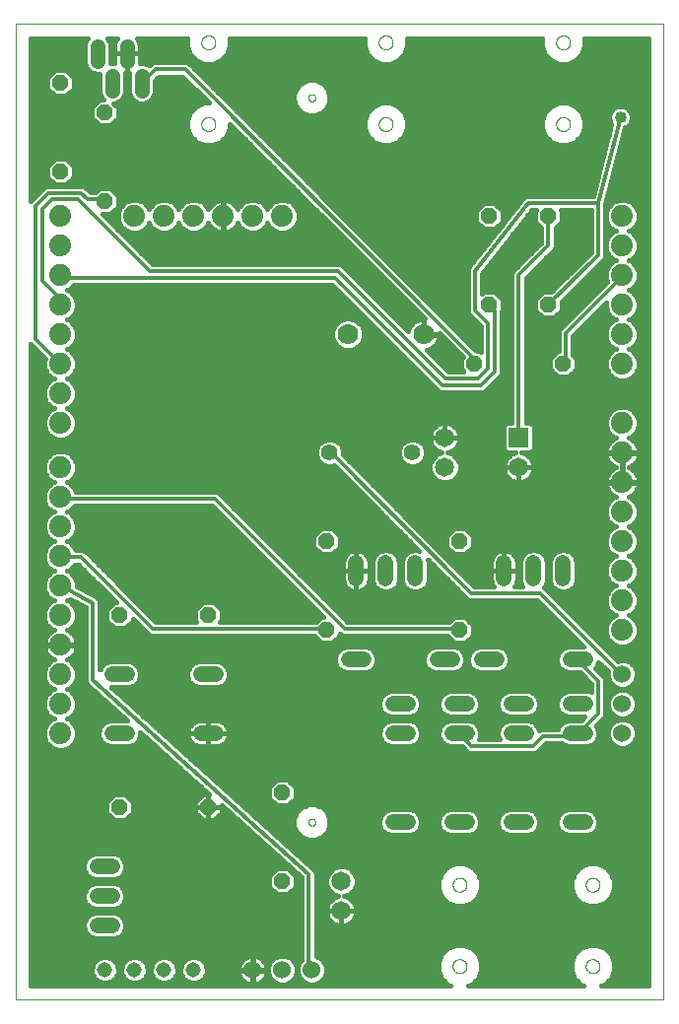
<source format=gbl>
G75*
%MOIN*%
%OFA0B0*%
%FSLAX25Y25*%
%IPPOS*%
%LPD*%
%AMOC8*
5,1,8,0,0,1.08239X$1,22.5*
%
%ADD10C,0.00000*%
%ADD11C,0.07400*%
%ADD12C,0.06500*%
%ADD13R,0.06500X0.06500*%
%ADD14C,0.05543*%
%ADD15C,0.05200*%
%ADD16C,0.05150*%
%ADD17C,0.06000*%
%ADD18OC8,0.05200*%
%ADD19C,0.07000*%
%ADD20C,0.05000*%
%ADD21C,0.01600*%
%ADD22C,0.03962*%
%ADD23C,0.01200*%
%ADD24C,0.04000*%
D10*
X0006800Y0012524D02*
X0006800Y0342484D01*
X0225501Y0342484D01*
X0225501Y0012524D01*
X0006800Y0012524D01*
X0105619Y0072524D02*
X0105621Y0072593D01*
X0105627Y0072661D01*
X0105637Y0072729D01*
X0105651Y0072796D01*
X0105669Y0072863D01*
X0105690Y0072928D01*
X0105716Y0072992D01*
X0105745Y0073054D01*
X0105777Y0073114D01*
X0105813Y0073173D01*
X0105853Y0073229D01*
X0105895Y0073283D01*
X0105941Y0073334D01*
X0105990Y0073383D01*
X0106041Y0073429D01*
X0106095Y0073471D01*
X0106151Y0073511D01*
X0106209Y0073547D01*
X0106270Y0073579D01*
X0106332Y0073608D01*
X0106396Y0073634D01*
X0106461Y0073655D01*
X0106528Y0073673D01*
X0106595Y0073687D01*
X0106663Y0073697D01*
X0106731Y0073703D01*
X0106800Y0073705D01*
X0106869Y0073703D01*
X0106937Y0073697D01*
X0107005Y0073687D01*
X0107072Y0073673D01*
X0107139Y0073655D01*
X0107204Y0073634D01*
X0107268Y0073608D01*
X0107330Y0073579D01*
X0107390Y0073547D01*
X0107449Y0073511D01*
X0107505Y0073471D01*
X0107559Y0073429D01*
X0107610Y0073383D01*
X0107659Y0073334D01*
X0107705Y0073283D01*
X0107747Y0073229D01*
X0107787Y0073173D01*
X0107823Y0073114D01*
X0107855Y0073054D01*
X0107884Y0072992D01*
X0107910Y0072928D01*
X0107931Y0072863D01*
X0107949Y0072796D01*
X0107963Y0072729D01*
X0107973Y0072661D01*
X0107979Y0072593D01*
X0107981Y0072524D01*
X0107979Y0072455D01*
X0107973Y0072387D01*
X0107963Y0072319D01*
X0107949Y0072252D01*
X0107931Y0072185D01*
X0107910Y0072120D01*
X0107884Y0072056D01*
X0107855Y0071994D01*
X0107823Y0071933D01*
X0107787Y0071875D01*
X0107747Y0071819D01*
X0107705Y0071765D01*
X0107659Y0071714D01*
X0107610Y0071665D01*
X0107559Y0071619D01*
X0107505Y0071577D01*
X0107449Y0071537D01*
X0107391Y0071501D01*
X0107330Y0071469D01*
X0107268Y0071440D01*
X0107204Y0071414D01*
X0107139Y0071393D01*
X0107072Y0071375D01*
X0107005Y0071361D01*
X0106937Y0071351D01*
X0106869Y0071345D01*
X0106800Y0071343D01*
X0106731Y0071345D01*
X0106663Y0071351D01*
X0106595Y0071361D01*
X0106528Y0071375D01*
X0106461Y0071393D01*
X0106396Y0071414D01*
X0106332Y0071440D01*
X0106270Y0071469D01*
X0106209Y0071501D01*
X0106151Y0071537D01*
X0106095Y0071577D01*
X0106041Y0071619D01*
X0105990Y0071665D01*
X0105941Y0071714D01*
X0105895Y0071765D01*
X0105853Y0071819D01*
X0105813Y0071875D01*
X0105777Y0071933D01*
X0105745Y0071994D01*
X0105716Y0072056D01*
X0105690Y0072120D01*
X0105669Y0072185D01*
X0105651Y0072252D01*
X0105637Y0072319D01*
X0105627Y0072387D01*
X0105621Y0072455D01*
X0105619Y0072524D01*
X0154438Y0051382D02*
X0154440Y0051479D01*
X0154446Y0051576D01*
X0154456Y0051672D01*
X0154470Y0051768D01*
X0154488Y0051864D01*
X0154509Y0051958D01*
X0154535Y0052052D01*
X0154564Y0052144D01*
X0154598Y0052235D01*
X0154634Y0052325D01*
X0154675Y0052413D01*
X0154719Y0052499D01*
X0154767Y0052584D01*
X0154818Y0052666D01*
X0154872Y0052747D01*
X0154930Y0052825D01*
X0154991Y0052900D01*
X0155054Y0052973D01*
X0155121Y0053044D01*
X0155191Y0053111D01*
X0155263Y0053176D01*
X0155338Y0053237D01*
X0155416Y0053296D01*
X0155495Y0053351D01*
X0155577Y0053403D01*
X0155661Y0053451D01*
X0155747Y0053496D01*
X0155835Y0053538D01*
X0155924Y0053576D01*
X0156015Y0053610D01*
X0156107Y0053640D01*
X0156200Y0053667D01*
X0156295Y0053689D01*
X0156390Y0053708D01*
X0156486Y0053723D01*
X0156582Y0053734D01*
X0156679Y0053741D01*
X0156776Y0053744D01*
X0156873Y0053743D01*
X0156970Y0053738D01*
X0157066Y0053729D01*
X0157162Y0053716D01*
X0157258Y0053699D01*
X0157353Y0053678D01*
X0157446Y0053654D01*
X0157539Y0053625D01*
X0157631Y0053593D01*
X0157721Y0053557D01*
X0157809Y0053518D01*
X0157896Y0053474D01*
X0157981Y0053428D01*
X0158064Y0053377D01*
X0158145Y0053324D01*
X0158223Y0053267D01*
X0158300Y0053207D01*
X0158373Y0053144D01*
X0158444Y0053078D01*
X0158512Y0053009D01*
X0158578Y0052937D01*
X0158640Y0052863D01*
X0158699Y0052786D01*
X0158755Y0052707D01*
X0158808Y0052625D01*
X0158858Y0052542D01*
X0158903Y0052456D01*
X0158946Y0052369D01*
X0158985Y0052280D01*
X0159020Y0052190D01*
X0159051Y0052098D01*
X0159078Y0052005D01*
X0159102Y0051911D01*
X0159122Y0051816D01*
X0159138Y0051720D01*
X0159150Y0051624D01*
X0159158Y0051527D01*
X0159162Y0051430D01*
X0159162Y0051334D01*
X0159158Y0051237D01*
X0159150Y0051140D01*
X0159138Y0051044D01*
X0159122Y0050948D01*
X0159102Y0050853D01*
X0159078Y0050759D01*
X0159051Y0050666D01*
X0159020Y0050574D01*
X0158985Y0050484D01*
X0158946Y0050395D01*
X0158903Y0050308D01*
X0158858Y0050222D01*
X0158808Y0050139D01*
X0158755Y0050057D01*
X0158699Y0049978D01*
X0158640Y0049901D01*
X0158578Y0049827D01*
X0158512Y0049755D01*
X0158444Y0049686D01*
X0158373Y0049620D01*
X0158300Y0049557D01*
X0158223Y0049497D01*
X0158145Y0049440D01*
X0158064Y0049387D01*
X0157981Y0049336D01*
X0157896Y0049290D01*
X0157809Y0049246D01*
X0157721Y0049207D01*
X0157631Y0049171D01*
X0157539Y0049139D01*
X0157446Y0049110D01*
X0157353Y0049086D01*
X0157258Y0049065D01*
X0157162Y0049048D01*
X0157066Y0049035D01*
X0156970Y0049026D01*
X0156873Y0049021D01*
X0156776Y0049020D01*
X0156679Y0049023D01*
X0156582Y0049030D01*
X0156486Y0049041D01*
X0156390Y0049056D01*
X0156295Y0049075D01*
X0156200Y0049097D01*
X0156107Y0049124D01*
X0156015Y0049154D01*
X0155924Y0049188D01*
X0155835Y0049226D01*
X0155747Y0049268D01*
X0155661Y0049313D01*
X0155577Y0049361D01*
X0155495Y0049413D01*
X0155416Y0049468D01*
X0155338Y0049527D01*
X0155263Y0049588D01*
X0155191Y0049653D01*
X0155121Y0049720D01*
X0155054Y0049791D01*
X0154991Y0049864D01*
X0154930Y0049939D01*
X0154872Y0050017D01*
X0154818Y0050098D01*
X0154767Y0050180D01*
X0154719Y0050265D01*
X0154675Y0050351D01*
X0154634Y0050439D01*
X0154598Y0050529D01*
X0154564Y0050620D01*
X0154535Y0050712D01*
X0154509Y0050806D01*
X0154488Y0050900D01*
X0154470Y0050996D01*
X0154456Y0051092D01*
X0154446Y0051188D01*
X0154440Y0051285D01*
X0154438Y0051382D01*
X0154438Y0023823D02*
X0154440Y0023920D01*
X0154446Y0024017D01*
X0154456Y0024113D01*
X0154470Y0024209D01*
X0154488Y0024305D01*
X0154509Y0024399D01*
X0154535Y0024493D01*
X0154564Y0024585D01*
X0154598Y0024676D01*
X0154634Y0024766D01*
X0154675Y0024854D01*
X0154719Y0024940D01*
X0154767Y0025025D01*
X0154818Y0025107D01*
X0154872Y0025188D01*
X0154930Y0025266D01*
X0154991Y0025341D01*
X0155054Y0025414D01*
X0155121Y0025485D01*
X0155191Y0025552D01*
X0155263Y0025617D01*
X0155338Y0025678D01*
X0155416Y0025737D01*
X0155495Y0025792D01*
X0155577Y0025844D01*
X0155661Y0025892D01*
X0155747Y0025937D01*
X0155835Y0025979D01*
X0155924Y0026017D01*
X0156015Y0026051D01*
X0156107Y0026081D01*
X0156200Y0026108D01*
X0156295Y0026130D01*
X0156390Y0026149D01*
X0156486Y0026164D01*
X0156582Y0026175D01*
X0156679Y0026182D01*
X0156776Y0026185D01*
X0156873Y0026184D01*
X0156970Y0026179D01*
X0157066Y0026170D01*
X0157162Y0026157D01*
X0157258Y0026140D01*
X0157353Y0026119D01*
X0157446Y0026095D01*
X0157539Y0026066D01*
X0157631Y0026034D01*
X0157721Y0025998D01*
X0157809Y0025959D01*
X0157896Y0025915D01*
X0157981Y0025869D01*
X0158064Y0025818D01*
X0158145Y0025765D01*
X0158223Y0025708D01*
X0158300Y0025648D01*
X0158373Y0025585D01*
X0158444Y0025519D01*
X0158512Y0025450D01*
X0158578Y0025378D01*
X0158640Y0025304D01*
X0158699Y0025227D01*
X0158755Y0025148D01*
X0158808Y0025066D01*
X0158858Y0024983D01*
X0158903Y0024897D01*
X0158946Y0024810D01*
X0158985Y0024721D01*
X0159020Y0024631D01*
X0159051Y0024539D01*
X0159078Y0024446D01*
X0159102Y0024352D01*
X0159122Y0024257D01*
X0159138Y0024161D01*
X0159150Y0024065D01*
X0159158Y0023968D01*
X0159162Y0023871D01*
X0159162Y0023775D01*
X0159158Y0023678D01*
X0159150Y0023581D01*
X0159138Y0023485D01*
X0159122Y0023389D01*
X0159102Y0023294D01*
X0159078Y0023200D01*
X0159051Y0023107D01*
X0159020Y0023015D01*
X0158985Y0022925D01*
X0158946Y0022836D01*
X0158903Y0022749D01*
X0158858Y0022663D01*
X0158808Y0022580D01*
X0158755Y0022498D01*
X0158699Y0022419D01*
X0158640Y0022342D01*
X0158578Y0022268D01*
X0158512Y0022196D01*
X0158444Y0022127D01*
X0158373Y0022061D01*
X0158300Y0021998D01*
X0158223Y0021938D01*
X0158145Y0021881D01*
X0158064Y0021828D01*
X0157981Y0021777D01*
X0157896Y0021731D01*
X0157809Y0021687D01*
X0157721Y0021648D01*
X0157631Y0021612D01*
X0157539Y0021580D01*
X0157446Y0021551D01*
X0157353Y0021527D01*
X0157258Y0021506D01*
X0157162Y0021489D01*
X0157066Y0021476D01*
X0156970Y0021467D01*
X0156873Y0021462D01*
X0156776Y0021461D01*
X0156679Y0021464D01*
X0156582Y0021471D01*
X0156486Y0021482D01*
X0156390Y0021497D01*
X0156295Y0021516D01*
X0156200Y0021538D01*
X0156107Y0021565D01*
X0156015Y0021595D01*
X0155924Y0021629D01*
X0155835Y0021667D01*
X0155747Y0021709D01*
X0155661Y0021754D01*
X0155577Y0021802D01*
X0155495Y0021854D01*
X0155416Y0021909D01*
X0155338Y0021968D01*
X0155263Y0022029D01*
X0155191Y0022094D01*
X0155121Y0022161D01*
X0155054Y0022232D01*
X0154991Y0022305D01*
X0154930Y0022380D01*
X0154872Y0022458D01*
X0154818Y0022539D01*
X0154767Y0022621D01*
X0154719Y0022706D01*
X0154675Y0022792D01*
X0154634Y0022880D01*
X0154598Y0022970D01*
X0154564Y0023061D01*
X0154535Y0023153D01*
X0154509Y0023247D01*
X0154488Y0023341D01*
X0154470Y0023437D01*
X0154456Y0023533D01*
X0154446Y0023629D01*
X0154440Y0023726D01*
X0154438Y0023823D01*
X0199438Y0023823D02*
X0199440Y0023920D01*
X0199446Y0024017D01*
X0199456Y0024113D01*
X0199470Y0024209D01*
X0199488Y0024305D01*
X0199509Y0024399D01*
X0199535Y0024493D01*
X0199564Y0024585D01*
X0199598Y0024676D01*
X0199634Y0024766D01*
X0199675Y0024854D01*
X0199719Y0024940D01*
X0199767Y0025025D01*
X0199818Y0025107D01*
X0199872Y0025188D01*
X0199930Y0025266D01*
X0199991Y0025341D01*
X0200054Y0025414D01*
X0200121Y0025485D01*
X0200191Y0025552D01*
X0200263Y0025617D01*
X0200338Y0025678D01*
X0200416Y0025737D01*
X0200495Y0025792D01*
X0200577Y0025844D01*
X0200661Y0025892D01*
X0200747Y0025937D01*
X0200835Y0025979D01*
X0200924Y0026017D01*
X0201015Y0026051D01*
X0201107Y0026081D01*
X0201200Y0026108D01*
X0201295Y0026130D01*
X0201390Y0026149D01*
X0201486Y0026164D01*
X0201582Y0026175D01*
X0201679Y0026182D01*
X0201776Y0026185D01*
X0201873Y0026184D01*
X0201970Y0026179D01*
X0202066Y0026170D01*
X0202162Y0026157D01*
X0202258Y0026140D01*
X0202353Y0026119D01*
X0202446Y0026095D01*
X0202539Y0026066D01*
X0202631Y0026034D01*
X0202721Y0025998D01*
X0202809Y0025959D01*
X0202896Y0025915D01*
X0202981Y0025869D01*
X0203064Y0025818D01*
X0203145Y0025765D01*
X0203223Y0025708D01*
X0203300Y0025648D01*
X0203373Y0025585D01*
X0203444Y0025519D01*
X0203512Y0025450D01*
X0203578Y0025378D01*
X0203640Y0025304D01*
X0203699Y0025227D01*
X0203755Y0025148D01*
X0203808Y0025066D01*
X0203858Y0024983D01*
X0203903Y0024897D01*
X0203946Y0024810D01*
X0203985Y0024721D01*
X0204020Y0024631D01*
X0204051Y0024539D01*
X0204078Y0024446D01*
X0204102Y0024352D01*
X0204122Y0024257D01*
X0204138Y0024161D01*
X0204150Y0024065D01*
X0204158Y0023968D01*
X0204162Y0023871D01*
X0204162Y0023775D01*
X0204158Y0023678D01*
X0204150Y0023581D01*
X0204138Y0023485D01*
X0204122Y0023389D01*
X0204102Y0023294D01*
X0204078Y0023200D01*
X0204051Y0023107D01*
X0204020Y0023015D01*
X0203985Y0022925D01*
X0203946Y0022836D01*
X0203903Y0022749D01*
X0203858Y0022663D01*
X0203808Y0022580D01*
X0203755Y0022498D01*
X0203699Y0022419D01*
X0203640Y0022342D01*
X0203578Y0022268D01*
X0203512Y0022196D01*
X0203444Y0022127D01*
X0203373Y0022061D01*
X0203300Y0021998D01*
X0203223Y0021938D01*
X0203145Y0021881D01*
X0203064Y0021828D01*
X0202981Y0021777D01*
X0202896Y0021731D01*
X0202809Y0021687D01*
X0202721Y0021648D01*
X0202631Y0021612D01*
X0202539Y0021580D01*
X0202446Y0021551D01*
X0202353Y0021527D01*
X0202258Y0021506D01*
X0202162Y0021489D01*
X0202066Y0021476D01*
X0201970Y0021467D01*
X0201873Y0021462D01*
X0201776Y0021461D01*
X0201679Y0021464D01*
X0201582Y0021471D01*
X0201486Y0021482D01*
X0201390Y0021497D01*
X0201295Y0021516D01*
X0201200Y0021538D01*
X0201107Y0021565D01*
X0201015Y0021595D01*
X0200924Y0021629D01*
X0200835Y0021667D01*
X0200747Y0021709D01*
X0200661Y0021754D01*
X0200577Y0021802D01*
X0200495Y0021854D01*
X0200416Y0021909D01*
X0200338Y0021968D01*
X0200263Y0022029D01*
X0200191Y0022094D01*
X0200121Y0022161D01*
X0200054Y0022232D01*
X0199991Y0022305D01*
X0199930Y0022380D01*
X0199872Y0022458D01*
X0199818Y0022539D01*
X0199767Y0022621D01*
X0199719Y0022706D01*
X0199675Y0022792D01*
X0199634Y0022880D01*
X0199598Y0022970D01*
X0199564Y0023061D01*
X0199535Y0023153D01*
X0199509Y0023247D01*
X0199488Y0023341D01*
X0199470Y0023437D01*
X0199456Y0023533D01*
X0199446Y0023629D01*
X0199440Y0023726D01*
X0199438Y0023823D01*
X0199438Y0051382D02*
X0199440Y0051479D01*
X0199446Y0051576D01*
X0199456Y0051672D01*
X0199470Y0051768D01*
X0199488Y0051864D01*
X0199509Y0051958D01*
X0199535Y0052052D01*
X0199564Y0052144D01*
X0199598Y0052235D01*
X0199634Y0052325D01*
X0199675Y0052413D01*
X0199719Y0052499D01*
X0199767Y0052584D01*
X0199818Y0052666D01*
X0199872Y0052747D01*
X0199930Y0052825D01*
X0199991Y0052900D01*
X0200054Y0052973D01*
X0200121Y0053044D01*
X0200191Y0053111D01*
X0200263Y0053176D01*
X0200338Y0053237D01*
X0200416Y0053296D01*
X0200495Y0053351D01*
X0200577Y0053403D01*
X0200661Y0053451D01*
X0200747Y0053496D01*
X0200835Y0053538D01*
X0200924Y0053576D01*
X0201015Y0053610D01*
X0201107Y0053640D01*
X0201200Y0053667D01*
X0201295Y0053689D01*
X0201390Y0053708D01*
X0201486Y0053723D01*
X0201582Y0053734D01*
X0201679Y0053741D01*
X0201776Y0053744D01*
X0201873Y0053743D01*
X0201970Y0053738D01*
X0202066Y0053729D01*
X0202162Y0053716D01*
X0202258Y0053699D01*
X0202353Y0053678D01*
X0202446Y0053654D01*
X0202539Y0053625D01*
X0202631Y0053593D01*
X0202721Y0053557D01*
X0202809Y0053518D01*
X0202896Y0053474D01*
X0202981Y0053428D01*
X0203064Y0053377D01*
X0203145Y0053324D01*
X0203223Y0053267D01*
X0203300Y0053207D01*
X0203373Y0053144D01*
X0203444Y0053078D01*
X0203512Y0053009D01*
X0203578Y0052937D01*
X0203640Y0052863D01*
X0203699Y0052786D01*
X0203755Y0052707D01*
X0203808Y0052625D01*
X0203858Y0052542D01*
X0203903Y0052456D01*
X0203946Y0052369D01*
X0203985Y0052280D01*
X0204020Y0052190D01*
X0204051Y0052098D01*
X0204078Y0052005D01*
X0204102Y0051911D01*
X0204122Y0051816D01*
X0204138Y0051720D01*
X0204150Y0051624D01*
X0204158Y0051527D01*
X0204162Y0051430D01*
X0204162Y0051334D01*
X0204158Y0051237D01*
X0204150Y0051140D01*
X0204138Y0051044D01*
X0204122Y0050948D01*
X0204102Y0050853D01*
X0204078Y0050759D01*
X0204051Y0050666D01*
X0204020Y0050574D01*
X0203985Y0050484D01*
X0203946Y0050395D01*
X0203903Y0050308D01*
X0203858Y0050222D01*
X0203808Y0050139D01*
X0203755Y0050057D01*
X0203699Y0049978D01*
X0203640Y0049901D01*
X0203578Y0049827D01*
X0203512Y0049755D01*
X0203444Y0049686D01*
X0203373Y0049620D01*
X0203300Y0049557D01*
X0203223Y0049497D01*
X0203145Y0049440D01*
X0203064Y0049387D01*
X0202981Y0049336D01*
X0202896Y0049290D01*
X0202809Y0049246D01*
X0202721Y0049207D01*
X0202631Y0049171D01*
X0202539Y0049139D01*
X0202446Y0049110D01*
X0202353Y0049086D01*
X0202258Y0049065D01*
X0202162Y0049048D01*
X0202066Y0049035D01*
X0201970Y0049026D01*
X0201873Y0049021D01*
X0201776Y0049020D01*
X0201679Y0049023D01*
X0201582Y0049030D01*
X0201486Y0049041D01*
X0201390Y0049056D01*
X0201295Y0049075D01*
X0201200Y0049097D01*
X0201107Y0049124D01*
X0201015Y0049154D01*
X0200924Y0049188D01*
X0200835Y0049226D01*
X0200747Y0049268D01*
X0200661Y0049313D01*
X0200577Y0049361D01*
X0200495Y0049413D01*
X0200416Y0049468D01*
X0200338Y0049527D01*
X0200263Y0049588D01*
X0200191Y0049653D01*
X0200121Y0049720D01*
X0200054Y0049791D01*
X0199991Y0049864D01*
X0199930Y0049939D01*
X0199872Y0050017D01*
X0199818Y0050098D01*
X0199767Y0050180D01*
X0199719Y0050265D01*
X0199675Y0050351D01*
X0199634Y0050439D01*
X0199598Y0050529D01*
X0199564Y0050620D01*
X0199535Y0050712D01*
X0199509Y0050806D01*
X0199488Y0050900D01*
X0199470Y0050996D01*
X0199456Y0051092D01*
X0199446Y0051188D01*
X0199440Y0051285D01*
X0199438Y0051382D01*
X0189438Y0308665D02*
X0189440Y0308762D01*
X0189446Y0308859D01*
X0189456Y0308955D01*
X0189470Y0309051D01*
X0189488Y0309147D01*
X0189509Y0309241D01*
X0189535Y0309335D01*
X0189564Y0309427D01*
X0189598Y0309518D01*
X0189634Y0309608D01*
X0189675Y0309696D01*
X0189719Y0309782D01*
X0189767Y0309867D01*
X0189818Y0309949D01*
X0189872Y0310030D01*
X0189930Y0310108D01*
X0189991Y0310183D01*
X0190054Y0310256D01*
X0190121Y0310327D01*
X0190191Y0310394D01*
X0190263Y0310459D01*
X0190338Y0310520D01*
X0190416Y0310579D01*
X0190495Y0310634D01*
X0190577Y0310686D01*
X0190661Y0310734D01*
X0190747Y0310779D01*
X0190835Y0310821D01*
X0190924Y0310859D01*
X0191015Y0310893D01*
X0191107Y0310923D01*
X0191200Y0310950D01*
X0191295Y0310972D01*
X0191390Y0310991D01*
X0191486Y0311006D01*
X0191582Y0311017D01*
X0191679Y0311024D01*
X0191776Y0311027D01*
X0191873Y0311026D01*
X0191970Y0311021D01*
X0192066Y0311012D01*
X0192162Y0310999D01*
X0192258Y0310982D01*
X0192353Y0310961D01*
X0192446Y0310937D01*
X0192539Y0310908D01*
X0192631Y0310876D01*
X0192721Y0310840D01*
X0192809Y0310801D01*
X0192896Y0310757D01*
X0192981Y0310711D01*
X0193064Y0310660D01*
X0193145Y0310607D01*
X0193223Y0310550D01*
X0193300Y0310490D01*
X0193373Y0310427D01*
X0193444Y0310361D01*
X0193512Y0310292D01*
X0193578Y0310220D01*
X0193640Y0310146D01*
X0193699Y0310069D01*
X0193755Y0309990D01*
X0193808Y0309908D01*
X0193858Y0309825D01*
X0193903Y0309739D01*
X0193946Y0309652D01*
X0193985Y0309563D01*
X0194020Y0309473D01*
X0194051Y0309381D01*
X0194078Y0309288D01*
X0194102Y0309194D01*
X0194122Y0309099D01*
X0194138Y0309003D01*
X0194150Y0308907D01*
X0194158Y0308810D01*
X0194162Y0308713D01*
X0194162Y0308617D01*
X0194158Y0308520D01*
X0194150Y0308423D01*
X0194138Y0308327D01*
X0194122Y0308231D01*
X0194102Y0308136D01*
X0194078Y0308042D01*
X0194051Y0307949D01*
X0194020Y0307857D01*
X0193985Y0307767D01*
X0193946Y0307678D01*
X0193903Y0307591D01*
X0193858Y0307505D01*
X0193808Y0307422D01*
X0193755Y0307340D01*
X0193699Y0307261D01*
X0193640Y0307184D01*
X0193578Y0307110D01*
X0193512Y0307038D01*
X0193444Y0306969D01*
X0193373Y0306903D01*
X0193300Y0306840D01*
X0193223Y0306780D01*
X0193145Y0306723D01*
X0193064Y0306670D01*
X0192981Y0306619D01*
X0192896Y0306573D01*
X0192809Y0306529D01*
X0192721Y0306490D01*
X0192631Y0306454D01*
X0192539Y0306422D01*
X0192446Y0306393D01*
X0192353Y0306369D01*
X0192258Y0306348D01*
X0192162Y0306331D01*
X0192066Y0306318D01*
X0191970Y0306309D01*
X0191873Y0306304D01*
X0191776Y0306303D01*
X0191679Y0306306D01*
X0191582Y0306313D01*
X0191486Y0306324D01*
X0191390Y0306339D01*
X0191295Y0306358D01*
X0191200Y0306380D01*
X0191107Y0306407D01*
X0191015Y0306437D01*
X0190924Y0306471D01*
X0190835Y0306509D01*
X0190747Y0306551D01*
X0190661Y0306596D01*
X0190577Y0306644D01*
X0190495Y0306696D01*
X0190416Y0306751D01*
X0190338Y0306810D01*
X0190263Y0306871D01*
X0190191Y0306936D01*
X0190121Y0307003D01*
X0190054Y0307074D01*
X0189991Y0307147D01*
X0189930Y0307222D01*
X0189872Y0307300D01*
X0189818Y0307381D01*
X0189767Y0307463D01*
X0189719Y0307548D01*
X0189675Y0307634D01*
X0189634Y0307722D01*
X0189598Y0307812D01*
X0189564Y0307903D01*
X0189535Y0307995D01*
X0189509Y0308089D01*
X0189488Y0308183D01*
X0189470Y0308279D01*
X0189456Y0308375D01*
X0189446Y0308471D01*
X0189440Y0308568D01*
X0189438Y0308665D01*
X0189438Y0336224D02*
X0189440Y0336321D01*
X0189446Y0336418D01*
X0189456Y0336514D01*
X0189470Y0336610D01*
X0189488Y0336706D01*
X0189509Y0336800D01*
X0189535Y0336894D01*
X0189564Y0336986D01*
X0189598Y0337077D01*
X0189634Y0337167D01*
X0189675Y0337255D01*
X0189719Y0337341D01*
X0189767Y0337426D01*
X0189818Y0337508D01*
X0189872Y0337589D01*
X0189930Y0337667D01*
X0189991Y0337742D01*
X0190054Y0337815D01*
X0190121Y0337886D01*
X0190191Y0337953D01*
X0190263Y0338018D01*
X0190338Y0338079D01*
X0190416Y0338138D01*
X0190495Y0338193D01*
X0190577Y0338245D01*
X0190661Y0338293D01*
X0190747Y0338338D01*
X0190835Y0338380D01*
X0190924Y0338418D01*
X0191015Y0338452D01*
X0191107Y0338482D01*
X0191200Y0338509D01*
X0191295Y0338531D01*
X0191390Y0338550D01*
X0191486Y0338565D01*
X0191582Y0338576D01*
X0191679Y0338583D01*
X0191776Y0338586D01*
X0191873Y0338585D01*
X0191970Y0338580D01*
X0192066Y0338571D01*
X0192162Y0338558D01*
X0192258Y0338541D01*
X0192353Y0338520D01*
X0192446Y0338496D01*
X0192539Y0338467D01*
X0192631Y0338435D01*
X0192721Y0338399D01*
X0192809Y0338360D01*
X0192896Y0338316D01*
X0192981Y0338270D01*
X0193064Y0338219D01*
X0193145Y0338166D01*
X0193223Y0338109D01*
X0193300Y0338049D01*
X0193373Y0337986D01*
X0193444Y0337920D01*
X0193512Y0337851D01*
X0193578Y0337779D01*
X0193640Y0337705D01*
X0193699Y0337628D01*
X0193755Y0337549D01*
X0193808Y0337467D01*
X0193858Y0337384D01*
X0193903Y0337298D01*
X0193946Y0337211D01*
X0193985Y0337122D01*
X0194020Y0337032D01*
X0194051Y0336940D01*
X0194078Y0336847D01*
X0194102Y0336753D01*
X0194122Y0336658D01*
X0194138Y0336562D01*
X0194150Y0336466D01*
X0194158Y0336369D01*
X0194162Y0336272D01*
X0194162Y0336176D01*
X0194158Y0336079D01*
X0194150Y0335982D01*
X0194138Y0335886D01*
X0194122Y0335790D01*
X0194102Y0335695D01*
X0194078Y0335601D01*
X0194051Y0335508D01*
X0194020Y0335416D01*
X0193985Y0335326D01*
X0193946Y0335237D01*
X0193903Y0335150D01*
X0193858Y0335064D01*
X0193808Y0334981D01*
X0193755Y0334899D01*
X0193699Y0334820D01*
X0193640Y0334743D01*
X0193578Y0334669D01*
X0193512Y0334597D01*
X0193444Y0334528D01*
X0193373Y0334462D01*
X0193300Y0334399D01*
X0193223Y0334339D01*
X0193145Y0334282D01*
X0193064Y0334229D01*
X0192981Y0334178D01*
X0192896Y0334132D01*
X0192809Y0334088D01*
X0192721Y0334049D01*
X0192631Y0334013D01*
X0192539Y0333981D01*
X0192446Y0333952D01*
X0192353Y0333928D01*
X0192258Y0333907D01*
X0192162Y0333890D01*
X0192066Y0333877D01*
X0191970Y0333868D01*
X0191873Y0333863D01*
X0191776Y0333862D01*
X0191679Y0333865D01*
X0191582Y0333872D01*
X0191486Y0333883D01*
X0191390Y0333898D01*
X0191295Y0333917D01*
X0191200Y0333939D01*
X0191107Y0333966D01*
X0191015Y0333996D01*
X0190924Y0334030D01*
X0190835Y0334068D01*
X0190747Y0334110D01*
X0190661Y0334155D01*
X0190577Y0334203D01*
X0190495Y0334255D01*
X0190416Y0334310D01*
X0190338Y0334369D01*
X0190263Y0334430D01*
X0190191Y0334495D01*
X0190121Y0334562D01*
X0190054Y0334633D01*
X0189991Y0334706D01*
X0189930Y0334781D01*
X0189872Y0334859D01*
X0189818Y0334940D01*
X0189767Y0335022D01*
X0189719Y0335107D01*
X0189675Y0335193D01*
X0189634Y0335281D01*
X0189598Y0335371D01*
X0189564Y0335462D01*
X0189535Y0335554D01*
X0189509Y0335648D01*
X0189488Y0335742D01*
X0189470Y0335838D01*
X0189456Y0335934D01*
X0189446Y0336030D01*
X0189440Y0336127D01*
X0189438Y0336224D01*
X0129438Y0336224D02*
X0129440Y0336321D01*
X0129446Y0336418D01*
X0129456Y0336514D01*
X0129470Y0336610D01*
X0129488Y0336706D01*
X0129509Y0336800D01*
X0129535Y0336894D01*
X0129564Y0336986D01*
X0129598Y0337077D01*
X0129634Y0337167D01*
X0129675Y0337255D01*
X0129719Y0337341D01*
X0129767Y0337426D01*
X0129818Y0337508D01*
X0129872Y0337589D01*
X0129930Y0337667D01*
X0129991Y0337742D01*
X0130054Y0337815D01*
X0130121Y0337886D01*
X0130191Y0337953D01*
X0130263Y0338018D01*
X0130338Y0338079D01*
X0130416Y0338138D01*
X0130495Y0338193D01*
X0130577Y0338245D01*
X0130661Y0338293D01*
X0130747Y0338338D01*
X0130835Y0338380D01*
X0130924Y0338418D01*
X0131015Y0338452D01*
X0131107Y0338482D01*
X0131200Y0338509D01*
X0131295Y0338531D01*
X0131390Y0338550D01*
X0131486Y0338565D01*
X0131582Y0338576D01*
X0131679Y0338583D01*
X0131776Y0338586D01*
X0131873Y0338585D01*
X0131970Y0338580D01*
X0132066Y0338571D01*
X0132162Y0338558D01*
X0132258Y0338541D01*
X0132353Y0338520D01*
X0132446Y0338496D01*
X0132539Y0338467D01*
X0132631Y0338435D01*
X0132721Y0338399D01*
X0132809Y0338360D01*
X0132896Y0338316D01*
X0132981Y0338270D01*
X0133064Y0338219D01*
X0133145Y0338166D01*
X0133223Y0338109D01*
X0133300Y0338049D01*
X0133373Y0337986D01*
X0133444Y0337920D01*
X0133512Y0337851D01*
X0133578Y0337779D01*
X0133640Y0337705D01*
X0133699Y0337628D01*
X0133755Y0337549D01*
X0133808Y0337467D01*
X0133858Y0337384D01*
X0133903Y0337298D01*
X0133946Y0337211D01*
X0133985Y0337122D01*
X0134020Y0337032D01*
X0134051Y0336940D01*
X0134078Y0336847D01*
X0134102Y0336753D01*
X0134122Y0336658D01*
X0134138Y0336562D01*
X0134150Y0336466D01*
X0134158Y0336369D01*
X0134162Y0336272D01*
X0134162Y0336176D01*
X0134158Y0336079D01*
X0134150Y0335982D01*
X0134138Y0335886D01*
X0134122Y0335790D01*
X0134102Y0335695D01*
X0134078Y0335601D01*
X0134051Y0335508D01*
X0134020Y0335416D01*
X0133985Y0335326D01*
X0133946Y0335237D01*
X0133903Y0335150D01*
X0133858Y0335064D01*
X0133808Y0334981D01*
X0133755Y0334899D01*
X0133699Y0334820D01*
X0133640Y0334743D01*
X0133578Y0334669D01*
X0133512Y0334597D01*
X0133444Y0334528D01*
X0133373Y0334462D01*
X0133300Y0334399D01*
X0133223Y0334339D01*
X0133145Y0334282D01*
X0133064Y0334229D01*
X0132981Y0334178D01*
X0132896Y0334132D01*
X0132809Y0334088D01*
X0132721Y0334049D01*
X0132631Y0334013D01*
X0132539Y0333981D01*
X0132446Y0333952D01*
X0132353Y0333928D01*
X0132258Y0333907D01*
X0132162Y0333890D01*
X0132066Y0333877D01*
X0131970Y0333868D01*
X0131873Y0333863D01*
X0131776Y0333862D01*
X0131679Y0333865D01*
X0131582Y0333872D01*
X0131486Y0333883D01*
X0131390Y0333898D01*
X0131295Y0333917D01*
X0131200Y0333939D01*
X0131107Y0333966D01*
X0131015Y0333996D01*
X0130924Y0334030D01*
X0130835Y0334068D01*
X0130747Y0334110D01*
X0130661Y0334155D01*
X0130577Y0334203D01*
X0130495Y0334255D01*
X0130416Y0334310D01*
X0130338Y0334369D01*
X0130263Y0334430D01*
X0130191Y0334495D01*
X0130121Y0334562D01*
X0130054Y0334633D01*
X0129991Y0334706D01*
X0129930Y0334781D01*
X0129872Y0334859D01*
X0129818Y0334940D01*
X0129767Y0335022D01*
X0129719Y0335107D01*
X0129675Y0335193D01*
X0129634Y0335281D01*
X0129598Y0335371D01*
X0129564Y0335462D01*
X0129535Y0335554D01*
X0129509Y0335648D01*
X0129488Y0335742D01*
X0129470Y0335838D01*
X0129456Y0335934D01*
X0129446Y0336030D01*
X0129440Y0336127D01*
X0129438Y0336224D01*
X0129438Y0308665D02*
X0129440Y0308762D01*
X0129446Y0308859D01*
X0129456Y0308955D01*
X0129470Y0309051D01*
X0129488Y0309147D01*
X0129509Y0309241D01*
X0129535Y0309335D01*
X0129564Y0309427D01*
X0129598Y0309518D01*
X0129634Y0309608D01*
X0129675Y0309696D01*
X0129719Y0309782D01*
X0129767Y0309867D01*
X0129818Y0309949D01*
X0129872Y0310030D01*
X0129930Y0310108D01*
X0129991Y0310183D01*
X0130054Y0310256D01*
X0130121Y0310327D01*
X0130191Y0310394D01*
X0130263Y0310459D01*
X0130338Y0310520D01*
X0130416Y0310579D01*
X0130495Y0310634D01*
X0130577Y0310686D01*
X0130661Y0310734D01*
X0130747Y0310779D01*
X0130835Y0310821D01*
X0130924Y0310859D01*
X0131015Y0310893D01*
X0131107Y0310923D01*
X0131200Y0310950D01*
X0131295Y0310972D01*
X0131390Y0310991D01*
X0131486Y0311006D01*
X0131582Y0311017D01*
X0131679Y0311024D01*
X0131776Y0311027D01*
X0131873Y0311026D01*
X0131970Y0311021D01*
X0132066Y0311012D01*
X0132162Y0310999D01*
X0132258Y0310982D01*
X0132353Y0310961D01*
X0132446Y0310937D01*
X0132539Y0310908D01*
X0132631Y0310876D01*
X0132721Y0310840D01*
X0132809Y0310801D01*
X0132896Y0310757D01*
X0132981Y0310711D01*
X0133064Y0310660D01*
X0133145Y0310607D01*
X0133223Y0310550D01*
X0133300Y0310490D01*
X0133373Y0310427D01*
X0133444Y0310361D01*
X0133512Y0310292D01*
X0133578Y0310220D01*
X0133640Y0310146D01*
X0133699Y0310069D01*
X0133755Y0309990D01*
X0133808Y0309908D01*
X0133858Y0309825D01*
X0133903Y0309739D01*
X0133946Y0309652D01*
X0133985Y0309563D01*
X0134020Y0309473D01*
X0134051Y0309381D01*
X0134078Y0309288D01*
X0134102Y0309194D01*
X0134122Y0309099D01*
X0134138Y0309003D01*
X0134150Y0308907D01*
X0134158Y0308810D01*
X0134162Y0308713D01*
X0134162Y0308617D01*
X0134158Y0308520D01*
X0134150Y0308423D01*
X0134138Y0308327D01*
X0134122Y0308231D01*
X0134102Y0308136D01*
X0134078Y0308042D01*
X0134051Y0307949D01*
X0134020Y0307857D01*
X0133985Y0307767D01*
X0133946Y0307678D01*
X0133903Y0307591D01*
X0133858Y0307505D01*
X0133808Y0307422D01*
X0133755Y0307340D01*
X0133699Y0307261D01*
X0133640Y0307184D01*
X0133578Y0307110D01*
X0133512Y0307038D01*
X0133444Y0306969D01*
X0133373Y0306903D01*
X0133300Y0306840D01*
X0133223Y0306780D01*
X0133145Y0306723D01*
X0133064Y0306670D01*
X0132981Y0306619D01*
X0132896Y0306573D01*
X0132809Y0306529D01*
X0132721Y0306490D01*
X0132631Y0306454D01*
X0132539Y0306422D01*
X0132446Y0306393D01*
X0132353Y0306369D01*
X0132258Y0306348D01*
X0132162Y0306331D01*
X0132066Y0306318D01*
X0131970Y0306309D01*
X0131873Y0306304D01*
X0131776Y0306303D01*
X0131679Y0306306D01*
X0131582Y0306313D01*
X0131486Y0306324D01*
X0131390Y0306339D01*
X0131295Y0306358D01*
X0131200Y0306380D01*
X0131107Y0306407D01*
X0131015Y0306437D01*
X0130924Y0306471D01*
X0130835Y0306509D01*
X0130747Y0306551D01*
X0130661Y0306596D01*
X0130577Y0306644D01*
X0130495Y0306696D01*
X0130416Y0306751D01*
X0130338Y0306810D01*
X0130263Y0306871D01*
X0130191Y0306936D01*
X0130121Y0307003D01*
X0130054Y0307074D01*
X0129991Y0307147D01*
X0129930Y0307222D01*
X0129872Y0307300D01*
X0129818Y0307381D01*
X0129767Y0307463D01*
X0129719Y0307548D01*
X0129675Y0307634D01*
X0129634Y0307722D01*
X0129598Y0307812D01*
X0129564Y0307903D01*
X0129535Y0307995D01*
X0129509Y0308089D01*
X0129488Y0308183D01*
X0129470Y0308279D01*
X0129456Y0308375D01*
X0129446Y0308471D01*
X0129440Y0308568D01*
X0129438Y0308665D01*
X0105619Y0317524D02*
X0105621Y0317593D01*
X0105627Y0317661D01*
X0105637Y0317729D01*
X0105651Y0317796D01*
X0105669Y0317863D01*
X0105690Y0317928D01*
X0105716Y0317992D01*
X0105745Y0318054D01*
X0105777Y0318114D01*
X0105813Y0318173D01*
X0105853Y0318229D01*
X0105895Y0318283D01*
X0105941Y0318334D01*
X0105990Y0318383D01*
X0106041Y0318429D01*
X0106095Y0318471D01*
X0106151Y0318511D01*
X0106209Y0318547D01*
X0106270Y0318579D01*
X0106332Y0318608D01*
X0106396Y0318634D01*
X0106461Y0318655D01*
X0106528Y0318673D01*
X0106595Y0318687D01*
X0106663Y0318697D01*
X0106731Y0318703D01*
X0106800Y0318705D01*
X0106869Y0318703D01*
X0106937Y0318697D01*
X0107005Y0318687D01*
X0107072Y0318673D01*
X0107139Y0318655D01*
X0107204Y0318634D01*
X0107268Y0318608D01*
X0107330Y0318579D01*
X0107390Y0318547D01*
X0107449Y0318511D01*
X0107505Y0318471D01*
X0107559Y0318429D01*
X0107610Y0318383D01*
X0107659Y0318334D01*
X0107705Y0318283D01*
X0107747Y0318229D01*
X0107787Y0318173D01*
X0107823Y0318114D01*
X0107855Y0318054D01*
X0107884Y0317992D01*
X0107910Y0317928D01*
X0107931Y0317863D01*
X0107949Y0317796D01*
X0107963Y0317729D01*
X0107973Y0317661D01*
X0107979Y0317593D01*
X0107981Y0317524D01*
X0107979Y0317455D01*
X0107973Y0317387D01*
X0107963Y0317319D01*
X0107949Y0317252D01*
X0107931Y0317185D01*
X0107910Y0317120D01*
X0107884Y0317056D01*
X0107855Y0316994D01*
X0107823Y0316933D01*
X0107787Y0316875D01*
X0107747Y0316819D01*
X0107705Y0316765D01*
X0107659Y0316714D01*
X0107610Y0316665D01*
X0107559Y0316619D01*
X0107505Y0316577D01*
X0107449Y0316537D01*
X0107391Y0316501D01*
X0107330Y0316469D01*
X0107268Y0316440D01*
X0107204Y0316414D01*
X0107139Y0316393D01*
X0107072Y0316375D01*
X0107005Y0316361D01*
X0106937Y0316351D01*
X0106869Y0316345D01*
X0106800Y0316343D01*
X0106731Y0316345D01*
X0106663Y0316351D01*
X0106595Y0316361D01*
X0106528Y0316375D01*
X0106461Y0316393D01*
X0106396Y0316414D01*
X0106332Y0316440D01*
X0106270Y0316469D01*
X0106209Y0316501D01*
X0106151Y0316537D01*
X0106095Y0316577D01*
X0106041Y0316619D01*
X0105990Y0316665D01*
X0105941Y0316714D01*
X0105895Y0316765D01*
X0105853Y0316819D01*
X0105813Y0316875D01*
X0105777Y0316933D01*
X0105745Y0316994D01*
X0105716Y0317056D01*
X0105690Y0317120D01*
X0105669Y0317185D01*
X0105651Y0317252D01*
X0105637Y0317319D01*
X0105627Y0317387D01*
X0105621Y0317455D01*
X0105619Y0317524D01*
X0069438Y0308665D02*
X0069440Y0308762D01*
X0069446Y0308859D01*
X0069456Y0308955D01*
X0069470Y0309051D01*
X0069488Y0309147D01*
X0069509Y0309241D01*
X0069535Y0309335D01*
X0069564Y0309427D01*
X0069598Y0309518D01*
X0069634Y0309608D01*
X0069675Y0309696D01*
X0069719Y0309782D01*
X0069767Y0309867D01*
X0069818Y0309949D01*
X0069872Y0310030D01*
X0069930Y0310108D01*
X0069991Y0310183D01*
X0070054Y0310256D01*
X0070121Y0310327D01*
X0070191Y0310394D01*
X0070263Y0310459D01*
X0070338Y0310520D01*
X0070416Y0310579D01*
X0070495Y0310634D01*
X0070577Y0310686D01*
X0070661Y0310734D01*
X0070747Y0310779D01*
X0070835Y0310821D01*
X0070924Y0310859D01*
X0071015Y0310893D01*
X0071107Y0310923D01*
X0071200Y0310950D01*
X0071295Y0310972D01*
X0071390Y0310991D01*
X0071486Y0311006D01*
X0071582Y0311017D01*
X0071679Y0311024D01*
X0071776Y0311027D01*
X0071873Y0311026D01*
X0071970Y0311021D01*
X0072066Y0311012D01*
X0072162Y0310999D01*
X0072258Y0310982D01*
X0072353Y0310961D01*
X0072446Y0310937D01*
X0072539Y0310908D01*
X0072631Y0310876D01*
X0072721Y0310840D01*
X0072809Y0310801D01*
X0072896Y0310757D01*
X0072981Y0310711D01*
X0073064Y0310660D01*
X0073145Y0310607D01*
X0073223Y0310550D01*
X0073300Y0310490D01*
X0073373Y0310427D01*
X0073444Y0310361D01*
X0073512Y0310292D01*
X0073578Y0310220D01*
X0073640Y0310146D01*
X0073699Y0310069D01*
X0073755Y0309990D01*
X0073808Y0309908D01*
X0073858Y0309825D01*
X0073903Y0309739D01*
X0073946Y0309652D01*
X0073985Y0309563D01*
X0074020Y0309473D01*
X0074051Y0309381D01*
X0074078Y0309288D01*
X0074102Y0309194D01*
X0074122Y0309099D01*
X0074138Y0309003D01*
X0074150Y0308907D01*
X0074158Y0308810D01*
X0074162Y0308713D01*
X0074162Y0308617D01*
X0074158Y0308520D01*
X0074150Y0308423D01*
X0074138Y0308327D01*
X0074122Y0308231D01*
X0074102Y0308136D01*
X0074078Y0308042D01*
X0074051Y0307949D01*
X0074020Y0307857D01*
X0073985Y0307767D01*
X0073946Y0307678D01*
X0073903Y0307591D01*
X0073858Y0307505D01*
X0073808Y0307422D01*
X0073755Y0307340D01*
X0073699Y0307261D01*
X0073640Y0307184D01*
X0073578Y0307110D01*
X0073512Y0307038D01*
X0073444Y0306969D01*
X0073373Y0306903D01*
X0073300Y0306840D01*
X0073223Y0306780D01*
X0073145Y0306723D01*
X0073064Y0306670D01*
X0072981Y0306619D01*
X0072896Y0306573D01*
X0072809Y0306529D01*
X0072721Y0306490D01*
X0072631Y0306454D01*
X0072539Y0306422D01*
X0072446Y0306393D01*
X0072353Y0306369D01*
X0072258Y0306348D01*
X0072162Y0306331D01*
X0072066Y0306318D01*
X0071970Y0306309D01*
X0071873Y0306304D01*
X0071776Y0306303D01*
X0071679Y0306306D01*
X0071582Y0306313D01*
X0071486Y0306324D01*
X0071390Y0306339D01*
X0071295Y0306358D01*
X0071200Y0306380D01*
X0071107Y0306407D01*
X0071015Y0306437D01*
X0070924Y0306471D01*
X0070835Y0306509D01*
X0070747Y0306551D01*
X0070661Y0306596D01*
X0070577Y0306644D01*
X0070495Y0306696D01*
X0070416Y0306751D01*
X0070338Y0306810D01*
X0070263Y0306871D01*
X0070191Y0306936D01*
X0070121Y0307003D01*
X0070054Y0307074D01*
X0069991Y0307147D01*
X0069930Y0307222D01*
X0069872Y0307300D01*
X0069818Y0307381D01*
X0069767Y0307463D01*
X0069719Y0307548D01*
X0069675Y0307634D01*
X0069634Y0307722D01*
X0069598Y0307812D01*
X0069564Y0307903D01*
X0069535Y0307995D01*
X0069509Y0308089D01*
X0069488Y0308183D01*
X0069470Y0308279D01*
X0069456Y0308375D01*
X0069446Y0308471D01*
X0069440Y0308568D01*
X0069438Y0308665D01*
X0069438Y0336224D02*
X0069440Y0336321D01*
X0069446Y0336418D01*
X0069456Y0336514D01*
X0069470Y0336610D01*
X0069488Y0336706D01*
X0069509Y0336800D01*
X0069535Y0336894D01*
X0069564Y0336986D01*
X0069598Y0337077D01*
X0069634Y0337167D01*
X0069675Y0337255D01*
X0069719Y0337341D01*
X0069767Y0337426D01*
X0069818Y0337508D01*
X0069872Y0337589D01*
X0069930Y0337667D01*
X0069991Y0337742D01*
X0070054Y0337815D01*
X0070121Y0337886D01*
X0070191Y0337953D01*
X0070263Y0338018D01*
X0070338Y0338079D01*
X0070416Y0338138D01*
X0070495Y0338193D01*
X0070577Y0338245D01*
X0070661Y0338293D01*
X0070747Y0338338D01*
X0070835Y0338380D01*
X0070924Y0338418D01*
X0071015Y0338452D01*
X0071107Y0338482D01*
X0071200Y0338509D01*
X0071295Y0338531D01*
X0071390Y0338550D01*
X0071486Y0338565D01*
X0071582Y0338576D01*
X0071679Y0338583D01*
X0071776Y0338586D01*
X0071873Y0338585D01*
X0071970Y0338580D01*
X0072066Y0338571D01*
X0072162Y0338558D01*
X0072258Y0338541D01*
X0072353Y0338520D01*
X0072446Y0338496D01*
X0072539Y0338467D01*
X0072631Y0338435D01*
X0072721Y0338399D01*
X0072809Y0338360D01*
X0072896Y0338316D01*
X0072981Y0338270D01*
X0073064Y0338219D01*
X0073145Y0338166D01*
X0073223Y0338109D01*
X0073300Y0338049D01*
X0073373Y0337986D01*
X0073444Y0337920D01*
X0073512Y0337851D01*
X0073578Y0337779D01*
X0073640Y0337705D01*
X0073699Y0337628D01*
X0073755Y0337549D01*
X0073808Y0337467D01*
X0073858Y0337384D01*
X0073903Y0337298D01*
X0073946Y0337211D01*
X0073985Y0337122D01*
X0074020Y0337032D01*
X0074051Y0336940D01*
X0074078Y0336847D01*
X0074102Y0336753D01*
X0074122Y0336658D01*
X0074138Y0336562D01*
X0074150Y0336466D01*
X0074158Y0336369D01*
X0074162Y0336272D01*
X0074162Y0336176D01*
X0074158Y0336079D01*
X0074150Y0335982D01*
X0074138Y0335886D01*
X0074122Y0335790D01*
X0074102Y0335695D01*
X0074078Y0335601D01*
X0074051Y0335508D01*
X0074020Y0335416D01*
X0073985Y0335326D01*
X0073946Y0335237D01*
X0073903Y0335150D01*
X0073858Y0335064D01*
X0073808Y0334981D01*
X0073755Y0334899D01*
X0073699Y0334820D01*
X0073640Y0334743D01*
X0073578Y0334669D01*
X0073512Y0334597D01*
X0073444Y0334528D01*
X0073373Y0334462D01*
X0073300Y0334399D01*
X0073223Y0334339D01*
X0073145Y0334282D01*
X0073064Y0334229D01*
X0072981Y0334178D01*
X0072896Y0334132D01*
X0072809Y0334088D01*
X0072721Y0334049D01*
X0072631Y0334013D01*
X0072539Y0333981D01*
X0072446Y0333952D01*
X0072353Y0333928D01*
X0072258Y0333907D01*
X0072162Y0333890D01*
X0072066Y0333877D01*
X0071970Y0333868D01*
X0071873Y0333863D01*
X0071776Y0333862D01*
X0071679Y0333865D01*
X0071582Y0333872D01*
X0071486Y0333883D01*
X0071390Y0333898D01*
X0071295Y0333917D01*
X0071200Y0333939D01*
X0071107Y0333966D01*
X0071015Y0333996D01*
X0070924Y0334030D01*
X0070835Y0334068D01*
X0070747Y0334110D01*
X0070661Y0334155D01*
X0070577Y0334203D01*
X0070495Y0334255D01*
X0070416Y0334310D01*
X0070338Y0334369D01*
X0070263Y0334430D01*
X0070191Y0334495D01*
X0070121Y0334562D01*
X0070054Y0334633D01*
X0069991Y0334706D01*
X0069930Y0334781D01*
X0069872Y0334859D01*
X0069818Y0334940D01*
X0069767Y0335022D01*
X0069719Y0335107D01*
X0069675Y0335193D01*
X0069634Y0335281D01*
X0069598Y0335371D01*
X0069564Y0335462D01*
X0069535Y0335554D01*
X0069509Y0335648D01*
X0069488Y0335742D01*
X0069470Y0335838D01*
X0069456Y0335934D01*
X0069446Y0336030D01*
X0069440Y0336127D01*
X0069438Y0336224D01*
D11*
X0066800Y0277524D03*
X0056800Y0277524D03*
X0046800Y0277524D03*
X0021800Y0277524D03*
X0021800Y0267524D03*
X0021800Y0257524D03*
X0021800Y0247524D03*
X0021800Y0237524D03*
X0021800Y0227524D03*
X0021800Y0217524D03*
X0021800Y0207524D03*
X0021800Y0192524D03*
X0021800Y0182524D03*
X0021800Y0172524D03*
X0021800Y0162524D03*
X0021800Y0152524D03*
X0021800Y0142524D03*
X0021800Y0132524D03*
X0021800Y0122524D03*
X0021800Y0112524D03*
X0021800Y0102524D03*
X0076800Y0277524D03*
X0086800Y0277524D03*
X0096800Y0277524D03*
X0211800Y0277524D03*
X0211800Y0267524D03*
X0211800Y0257524D03*
X0211800Y0247524D03*
X0211800Y0237524D03*
X0211800Y0227524D03*
X0211800Y0207524D03*
X0211800Y0197524D03*
X0211800Y0187524D03*
X0211800Y0177524D03*
X0211800Y0167524D03*
X0211800Y0157524D03*
X0211800Y0147524D03*
X0211800Y0137524D03*
D12*
X0176800Y0192524D03*
X0151800Y0192524D03*
X0151800Y0202524D03*
X0116800Y0052524D03*
X0116800Y0042524D03*
D13*
X0176800Y0202524D03*
D14*
X0140800Y0197524D03*
X0112800Y0197524D03*
D15*
X0121800Y0160124D02*
X0121800Y0154924D01*
X0131800Y0154924D02*
X0131800Y0160124D01*
X0141800Y0160124D02*
X0141800Y0154924D01*
X0149200Y0127524D02*
X0154400Y0127524D01*
X0164200Y0127524D02*
X0169400Y0127524D01*
X0174200Y0112524D02*
X0179400Y0112524D01*
X0179400Y0102524D02*
X0174200Y0102524D01*
X0159400Y0102524D02*
X0154200Y0102524D01*
X0154200Y0112524D02*
X0159400Y0112524D01*
X0139400Y0112524D02*
X0134200Y0112524D01*
X0134200Y0102524D02*
X0139400Y0102524D01*
X0124400Y0127524D02*
X0119200Y0127524D01*
X0134200Y0072524D02*
X0139400Y0072524D01*
X0154200Y0072524D02*
X0159400Y0072524D01*
X0174200Y0072524D02*
X0179400Y0072524D01*
X0194200Y0072524D02*
X0199400Y0072524D01*
X0199400Y0102524D02*
X0194200Y0102524D01*
X0194200Y0112524D02*
X0199400Y0112524D01*
X0199400Y0127524D02*
X0194200Y0127524D01*
X0191800Y0154924D02*
X0191800Y0160124D01*
X0181800Y0160124D02*
X0181800Y0154924D01*
X0171800Y0154924D02*
X0171800Y0160124D01*
X0074400Y0122524D02*
X0069200Y0122524D01*
X0069200Y0102524D02*
X0074400Y0102524D01*
X0044400Y0102524D02*
X0039200Y0102524D01*
X0039200Y0122524D02*
X0044400Y0122524D01*
X0039400Y0057524D02*
X0034200Y0057524D01*
X0034200Y0047524D02*
X0039400Y0047524D01*
X0039400Y0037524D02*
X0034200Y0037524D01*
D16*
X0036800Y0022524D03*
X0046800Y0022524D03*
X0056800Y0022524D03*
X0066800Y0022524D03*
D17*
X0086800Y0022524D03*
X0096800Y0022524D03*
X0106800Y0022524D03*
X0211800Y0102524D03*
X0211800Y0112524D03*
X0211800Y0122524D03*
D18*
X0156800Y0137524D03*
X0156800Y0167524D03*
X0161800Y0227524D03*
X0166800Y0247524D03*
X0186800Y0247524D03*
X0191800Y0227524D03*
X0186800Y0277524D03*
X0166800Y0277524D03*
X0111800Y0167524D03*
X0111800Y0137524D03*
X0096800Y0082524D03*
X0096800Y0052524D03*
X0071800Y0077524D03*
X0041800Y0077524D03*
X0041800Y0142524D03*
X0071800Y0142524D03*
X0036800Y0282524D03*
X0021800Y0292524D03*
X0036800Y0312524D03*
X0021800Y0322524D03*
D19*
X0119005Y0237524D03*
X0144595Y0237524D03*
D20*
X0049300Y0320024D02*
X0049300Y0325024D01*
X0044300Y0330024D02*
X0044300Y0335024D01*
X0039300Y0325024D02*
X0039300Y0320024D01*
X0034300Y0330024D02*
X0034300Y0335024D01*
D21*
X0030473Y0337021D02*
X0011600Y0337021D01*
X0011600Y0337684D02*
X0030880Y0337684D01*
X0030655Y0337459D01*
X0030000Y0335879D01*
X0030000Y0329168D01*
X0030655Y0327588D01*
X0031864Y0326378D01*
X0033445Y0325724D01*
X0035000Y0325724D01*
X0035000Y0319168D01*
X0035655Y0317588D01*
X0036319Y0316924D01*
X0034977Y0316924D01*
X0032400Y0314346D01*
X0032400Y0310701D01*
X0034977Y0308124D01*
X0038623Y0308124D01*
X0041200Y0310701D01*
X0041200Y0314346D01*
X0039823Y0315724D01*
X0040155Y0315724D01*
X0041736Y0316378D01*
X0042945Y0317588D01*
X0043600Y0319168D01*
X0043600Y0325781D01*
X0043962Y0325724D01*
X0044300Y0325724D01*
X0044638Y0325724D01*
X0045000Y0325781D01*
X0045000Y0319168D01*
X0045655Y0317588D01*
X0046864Y0316378D01*
X0048445Y0315724D01*
X0050155Y0315724D01*
X0051736Y0316378D01*
X0052945Y0317588D01*
X0053600Y0319168D01*
X0053600Y0323430D01*
X0054894Y0324724D01*
X0063006Y0324724D01*
X0071902Y0315828D01*
X0070375Y0315828D01*
X0067743Y0314737D01*
X0065728Y0312722D01*
X0064638Y0310090D01*
X0064638Y0307241D01*
X0065728Y0304608D01*
X0067743Y0302594D01*
X0070375Y0301503D01*
X0073225Y0301503D01*
X0075857Y0302594D01*
X0077872Y0304608D01*
X0078962Y0307241D01*
X0078962Y0308767D01*
X0144906Y0242824D01*
X0144681Y0242824D01*
X0144681Y0237610D01*
X0144509Y0237610D01*
X0144509Y0242824D01*
X0144178Y0242824D01*
X0143354Y0242693D01*
X0142561Y0242435D01*
X0141817Y0242057D01*
X0141143Y0241566D01*
X0140553Y0240976D01*
X0140062Y0240301D01*
X0139684Y0239558D01*
X0139426Y0238765D01*
X0139402Y0238616D01*
X0117059Y0260958D01*
X0116177Y0261324D01*
X0115223Y0261324D01*
X0052894Y0261324D01*
X0036094Y0278124D01*
X0038623Y0278124D01*
X0041200Y0280701D01*
X0041200Y0284346D01*
X0038623Y0286924D01*
X0034977Y0286924D01*
X0033577Y0285524D01*
X0031994Y0285524D01*
X0030835Y0286683D01*
X0030159Y0287358D01*
X0029277Y0287724D01*
X0017323Y0287724D01*
X0016441Y0287358D01*
X0011600Y0282518D01*
X0011600Y0337684D01*
X0011600Y0335423D02*
X0030000Y0335423D01*
X0030000Y0333824D02*
X0011600Y0333824D01*
X0011600Y0332226D02*
X0030000Y0332226D01*
X0030000Y0330627D02*
X0011600Y0330627D01*
X0011600Y0329029D02*
X0030058Y0329029D01*
X0030812Y0327430D02*
X0011600Y0327430D01*
X0011600Y0325832D02*
X0018886Y0325832D01*
X0019977Y0326924D02*
X0017400Y0324346D01*
X0017400Y0320701D01*
X0019977Y0318124D01*
X0023623Y0318124D01*
X0026200Y0320701D01*
X0026200Y0324346D01*
X0023623Y0326924D01*
X0019977Y0326924D01*
X0017400Y0324233D02*
X0011600Y0324233D01*
X0011600Y0322635D02*
X0017400Y0322635D01*
X0017400Y0321036D02*
X0011600Y0321036D01*
X0011600Y0319438D02*
X0018663Y0319438D01*
X0024937Y0319438D02*
X0035000Y0319438D01*
X0035000Y0321036D02*
X0026200Y0321036D01*
X0026200Y0322635D02*
X0035000Y0322635D01*
X0035000Y0324233D02*
X0026200Y0324233D01*
X0024714Y0325832D02*
X0033183Y0325832D01*
X0038600Y0329324D02*
X0038600Y0335879D01*
X0037945Y0337459D01*
X0037720Y0337684D01*
X0040918Y0337684D01*
X0040622Y0337277D01*
X0040315Y0336674D01*
X0040106Y0336031D01*
X0040000Y0335362D01*
X0040000Y0332524D01*
X0044300Y0332524D01*
X0048600Y0332524D01*
X0048600Y0335362D01*
X0048494Y0336031D01*
X0048285Y0336674D01*
X0047978Y0337277D01*
X0047682Y0337684D01*
X0064652Y0337684D01*
X0064638Y0337649D01*
X0064638Y0334800D01*
X0065728Y0332167D01*
X0067743Y0330153D01*
X0070375Y0329062D01*
X0073225Y0329062D01*
X0075857Y0330153D01*
X0077872Y0332167D01*
X0078962Y0334800D01*
X0078962Y0337649D01*
X0078948Y0337684D01*
X0124652Y0337684D01*
X0124638Y0337649D01*
X0124638Y0334800D01*
X0125728Y0332167D01*
X0127743Y0330153D01*
X0130375Y0329062D01*
X0133225Y0329062D01*
X0135857Y0330153D01*
X0137872Y0332167D01*
X0138962Y0334800D01*
X0138962Y0337649D01*
X0138948Y0337684D01*
X0184652Y0337684D01*
X0184638Y0337649D01*
X0184638Y0334800D01*
X0185728Y0332167D01*
X0187743Y0330153D01*
X0190375Y0329062D01*
X0193225Y0329062D01*
X0195857Y0330153D01*
X0197872Y0332167D01*
X0198962Y0334800D01*
X0198962Y0337649D01*
X0198948Y0337684D01*
X0220701Y0337684D01*
X0220701Y0017324D01*
X0204825Y0017324D01*
X0205857Y0017751D01*
X0207872Y0019766D01*
X0208962Y0022398D01*
X0208962Y0025247D01*
X0207872Y0027880D01*
X0205857Y0029895D01*
X0203225Y0030985D01*
X0200375Y0030985D01*
X0197743Y0029895D01*
X0195728Y0027880D01*
X0194638Y0025247D01*
X0194638Y0022398D01*
X0195728Y0019766D01*
X0197743Y0017751D01*
X0198775Y0017324D01*
X0159825Y0017324D01*
X0160857Y0017751D01*
X0162872Y0019766D01*
X0163962Y0022398D01*
X0163962Y0025247D01*
X0162872Y0027880D01*
X0160857Y0029895D01*
X0158225Y0030985D01*
X0155375Y0030985D01*
X0152743Y0029895D01*
X0150728Y0027880D01*
X0149638Y0025247D01*
X0149638Y0022398D01*
X0150728Y0019766D01*
X0152743Y0017751D01*
X0153775Y0017324D01*
X0011600Y0017324D01*
X0011600Y0234230D01*
X0016567Y0229262D01*
X0016300Y0228618D01*
X0016300Y0226430D01*
X0017137Y0224408D01*
X0018684Y0222861D01*
X0019499Y0222524D01*
X0018684Y0222186D01*
X0017137Y0220639D01*
X0016300Y0218618D01*
X0016300Y0216430D01*
X0017137Y0214408D01*
X0018684Y0212861D01*
X0019499Y0212524D01*
X0018684Y0212186D01*
X0017137Y0210639D01*
X0016300Y0208618D01*
X0016300Y0206430D01*
X0017137Y0204408D01*
X0018684Y0202861D01*
X0020706Y0202024D01*
X0022894Y0202024D01*
X0024915Y0202861D01*
X0026463Y0204408D01*
X0027300Y0206430D01*
X0027300Y0208618D01*
X0026463Y0210639D01*
X0024915Y0212186D01*
X0024101Y0212524D01*
X0024915Y0212861D01*
X0026463Y0214408D01*
X0027300Y0216430D01*
X0027300Y0218618D01*
X0026463Y0220639D01*
X0024915Y0222186D01*
X0024101Y0222524D01*
X0024915Y0222861D01*
X0026463Y0224408D01*
X0027300Y0226430D01*
X0027300Y0228618D01*
X0026463Y0230639D01*
X0024915Y0232186D01*
X0024101Y0232524D01*
X0024915Y0232861D01*
X0026463Y0234408D01*
X0027300Y0236430D01*
X0027300Y0238618D01*
X0026463Y0240639D01*
X0024915Y0242186D01*
X0024101Y0242524D01*
X0024915Y0242861D01*
X0026463Y0244408D01*
X0027300Y0246430D01*
X0027300Y0248618D01*
X0026463Y0250639D01*
X0024915Y0252186D01*
X0024101Y0252524D01*
X0024915Y0252861D01*
X0026378Y0254324D01*
X0113606Y0254324D01*
X0148865Y0219064D01*
X0149541Y0218389D01*
X0150423Y0218024D01*
X0164577Y0218024D01*
X0165459Y0218389D01*
X0169859Y0222789D01*
X0170535Y0223464D01*
X0170900Y0224346D01*
X0170900Y0245401D01*
X0171200Y0245701D01*
X0171200Y0249346D01*
X0168623Y0251924D01*
X0164977Y0251924D01*
X0164300Y0251246D01*
X0164300Y0258095D01*
X0181168Y0279624D01*
X0182677Y0279624D01*
X0182400Y0279346D01*
X0182400Y0275701D01*
X0184400Y0273701D01*
X0184400Y0268518D01*
X0175441Y0259558D01*
X0174765Y0258883D01*
X0174400Y0258001D01*
X0174400Y0207574D01*
X0172804Y0207574D01*
X0171750Y0206519D01*
X0171750Y0198528D01*
X0172804Y0197474D01*
X0175771Y0197474D01*
X0175617Y0197449D01*
X0174861Y0197204D01*
X0174153Y0196843D01*
X0173510Y0196376D01*
X0172948Y0195813D01*
X0172481Y0195170D01*
X0172120Y0194462D01*
X0171874Y0193706D01*
X0171750Y0192921D01*
X0171750Y0192524D01*
X0176800Y0192524D01*
X0181850Y0192524D01*
X0181850Y0192921D01*
X0181726Y0193706D01*
X0181480Y0194462D01*
X0181119Y0195170D01*
X0180652Y0195813D01*
X0180090Y0196376D01*
X0179447Y0196843D01*
X0178739Y0197204D01*
X0177983Y0197449D01*
X0177829Y0197474D01*
X0180796Y0197474D01*
X0181850Y0198528D01*
X0181850Y0206519D01*
X0180796Y0207574D01*
X0179200Y0207574D01*
X0179200Y0256530D01*
X0188835Y0266164D01*
X0189200Y0267046D01*
X0189200Y0273701D01*
X0191200Y0275701D01*
X0191200Y0279346D01*
X0190923Y0279624D01*
X0201300Y0279624D01*
X0201300Y0265418D01*
X0187806Y0251924D01*
X0184977Y0251924D01*
X0182400Y0249346D01*
X0182400Y0245701D01*
X0184977Y0243124D01*
X0188623Y0243124D01*
X0191200Y0245701D01*
X0191200Y0248530D01*
X0205735Y0263064D01*
X0206100Y0263946D01*
X0206100Y0281717D01*
X0212782Y0307466D01*
X0213353Y0307702D01*
X0214421Y0308771D01*
X0215000Y0310168D01*
X0215000Y0311679D01*
X0214421Y0313076D01*
X0213353Y0314145D01*
X0211956Y0314724D01*
X0210444Y0314724D01*
X0209047Y0314145D01*
X0207979Y0313076D01*
X0207400Y0311679D01*
X0207400Y0310168D01*
X0207979Y0308771D01*
X0208124Y0308626D01*
X0201843Y0284424D01*
X0180328Y0284424D01*
X0180185Y0284464D01*
X0179855Y0284424D01*
X0179523Y0284424D01*
X0179385Y0284367D01*
X0179237Y0284349D01*
X0178948Y0284185D01*
X0178641Y0284058D01*
X0178535Y0283953D01*
X0178405Y0283880D01*
X0178200Y0283618D01*
X0177965Y0283383D01*
X0177908Y0283245D01*
X0160100Y0260518D01*
X0159865Y0260283D01*
X0159808Y0260145D01*
X0159716Y0260028D01*
X0159627Y0259708D01*
X0159500Y0259401D01*
X0159500Y0259252D01*
X0159460Y0259108D01*
X0159500Y0258779D01*
X0159500Y0245246D01*
X0159865Y0244364D01*
X0160541Y0243689D01*
X0163900Y0240330D01*
X0163900Y0231646D01*
X0163623Y0231924D01*
X0162594Y0231924D01*
X0162159Y0232358D01*
X0066035Y0328483D01*
X0065359Y0329158D01*
X0064477Y0329524D01*
X0053423Y0329524D01*
X0052541Y0329158D01*
X0051894Y0328511D01*
X0051736Y0328669D01*
X0050155Y0329324D01*
X0048543Y0329324D01*
X0048600Y0329685D01*
X0048600Y0332524D01*
X0044300Y0332524D01*
X0044300Y0332524D01*
X0044300Y0332524D01*
X0040000Y0332524D01*
X0040000Y0329685D01*
X0040057Y0329324D01*
X0038600Y0329324D01*
X0038600Y0330627D02*
X0040000Y0330627D01*
X0040000Y0332226D02*
X0038600Y0332226D01*
X0038600Y0333824D02*
X0040000Y0333824D01*
X0040010Y0335423D02*
X0038600Y0335423D01*
X0038127Y0337021D02*
X0040492Y0337021D01*
X0044300Y0332523D02*
X0044300Y0332523D01*
X0044300Y0325724D01*
X0044300Y0332523D01*
X0044300Y0332226D02*
X0044300Y0332226D01*
X0044300Y0330627D02*
X0044300Y0330627D01*
X0044300Y0329029D02*
X0044300Y0329029D01*
X0044300Y0327430D02*
X0044300Y0327430D01*
X0044300Y0325832D02*
X0044300Y0325832D01*
X0043600Y0324233D02*
X0045000Y0324233D01*
X0045000Y0322635D02*
X0043600Y0322635D01*
X0043600Y0321036D02*
X0045000Y0321036D01*
X0045000Y0319438D02*
X0043600Y0319438D01*
X0043049Y0317839D02*
X0045550Y0317839D01*
X0047196Y0316241D02*
X0041404Y0316241D01*
X0040904Y0314642D02*
X0067648Y0314642D01*
X0066050Y0313044D02*
X0041200Y0313044D01*
X0041200Y0311445D02*
X0065199Y0311445D01*
X0064638Y0309847D02*
X0040346Y0309847D01*
X0038747Y0308248D02*
X0064638Y0308248D01*
X0064883Y0306650D02*
X0011600Y0306650D01*
X0011600Y0308248D02*
X0034853Y0308248D01*
X0033254Y0309847D02*
X0011600Y0309847D01*
X0011600Y0311445D02*
X0032400Y0311445D01*
X0032400Y0313044D02*
X0011600Y0313044D01*
X0011600Y0314642D02*
X0032696Y0314642D01*
X0034295Y0316241D02*
X0011600Y0316241D01*
X0011600Y0317839D02*
X0035550Y0317839D01*
X0048600Y0330627D02*
X0067268Y0330627D01*
X0065704Y0332226D02*
X0048600Y0332226D01*
X0048600Y0333824D02*
X0065042Y0333824D01*
X0064638Y0335423D02*
X0048590Y0335423D01*
X0048108Y0337021D02*
X0064638Y0337021D01*
X0065489Y0329029D02*
X0220701Y0329029D01*
X0220701Y0330627D02*
X0196332Y0330627D01*
X0197896Y0332226D02*
X0220701Y0332226D01*
X0220701Y0333824D02*
X0198558Y0333824D01*
X0198962Y0335423D02*
X0220701Y0335423D01*
X0220701Y0337021D02*
X0198962Y0337021D01*
X0187268Y0330627D02*
X0136332Y0330627D01*
X0137896Y0332226D02*
X0185704Y0332226D01*
X0185042Y0333824D02*
X0138558Y0333824D01*
X0138962Y0335423D02*
X0184638Y0335423D01*
X0184638Y0337021D02*
X0138962Y0337021D01*
X0127268Y0330627D02*
X0076332Y0330627D01*
X0077896Y0332226D02*
X0125704Y0332226D01*
X0125042Y0333824D02*
X0078558Y0333824D01*
X0078962Y0335423D02*
X0124638Y0335423D01*
X0124638Y0337021D02*
X0078962Y0337021D01*
X0070284Y0324233D02*
X0220701Y0324233D01*
X0220701Y0322635D02*
X0110090Y0322635D01*
X0110188Y0322594D02*
X0107990Y0323505D01*
X0105610Y0323505D01*
X0103412Y0322594D01*
X0101729Y0320912D01*
X0100819Y0318713D01*
X0100819Y0316334D01*
X0101729Y0314136D01*
X0103412Y0312453D01*
X0105610Y0311543D01*
X0107990Y0311543D01*
X0110188Y0312453D01*
X0111871Y0314136D01*
X0112781Y0316334D01*
X0112781Y0318713D01*
X0111871Y0320912D01*
X0110188Y0322594D01*
X0111746Y0321036D02*
X0220701Y0321036D01*
X0220701Y0319438D02*
X0112481Y0319438D01*
X0112781Y0317839D02*
X0220701Y0317839D01*
X0220701Y0316241D02*
X0112743Y0316241D01*
X0112080Y0314642D02*
X0127648Y0314642D01*
X0127743Y0314737D02*
X0125728Y0312722D01*
X0124638Y0310090D01*
X0124638Y0307241D01*
X0125728Y0304608D01*
X0127743Y0302594D01*
X0130375Y0301503D01*
X0133225Y0301503D01*
X0135857Y0302594D01*
X0137872Y0304608D01*
X0138962Y0307241D01*
X0138962Y0310090D01*
X0137872Y0312722D01*
X0135857Y0314737D01*
X0133225Y0315828D01*
X0130375Y0315828D01*
X0127743Y0314737D01*
X0126050Y0313044D02*
X0110779Y0313044D01*
X0102821Y0313044D02*
X0081474Y0313044D01*
X0079875Y0314642D02*
X0101520Y0314642D01*
X0100857Y0316241D02*
X0078277Y0316241D01*
X0076678Y0317839D02*
X0100819Y0317839D01*
X0101119Y0319438D02*
X0075080Y0319438D01*
X0073481Y0321036D02*
X0101854Y0321036D01*
X0103510Y0322635D02*
X0071883Y0322635D01*
X0068686Y0325832D02*
X0220701Y0325832D01*
X0220701Y0327430D02*
X0067087Y0327430D01*
X0063496Y0324233D02*
X0054404Y0324233D01*
X0053600Y0322635D02*
X0065095Y0322635D01*
X0066693Y0321036D02*
X0053600Y0321036D01*
X0053600Y0319438D02*
X0068292Y0319438D01*
X0069890Y0317839D02*
X0053049Y0317839D01*
X0051404Y0316241D02*
X0071489Y0316241D01*
X0078962Y0308248D02*
X0079481Y0308248D01*
X0078717Y0306650D02*
X0081080Y0306650D01*
X0082678Y0305051D02*
X0078055Y0305051D01*
X0076716Y0303453D02*
X0084277Y0303453D01*
X0085875Y0301854D02*
X0074072Y0301854D01*
X0069528Y0301854D02*
X0011600Y0301854D01*
X0011600Y0300256D02*
X0087474Y0300256D01*
X0089072Y0298657D02*
X0011600Y0298657D01*
X0011600Y0297059D02*
X0090671Y0297059D01*
X0092269Y0295460D02*
X0025086Y0295460D01*
X0026200Y0294346D02*
X0023623Y0296924D01*
X0019977Y0296924D01*
X0017400Y0294346D01*
X0017400Y0290701D01*
X0019977Y0288124D01*
X0023623Y0288124D01*
X0026200Y0290701D01*
X0026200Y0294346D01*
X0026200Y0293862D02*
X0093868Y0293862D01*
X0095466Y0292263D02*
X0026200Y0292263D01*
X0026163Y0290665D02*
X0097065Y0290665D01*
X0098663Y0289066D02*
X0024565Y0289066D01*
X0019035Y0289066D02*
X0011600Y0289066D01*
X0011600Y0287468D02*
X0016704Y0287468D01*
X0014951Y0285869D02*
X0011600Y0285869D01*
X0011600Y0284271D02*
X0013353Y0284271D01*
X0011754Y0282672D02*
X0011600Y0282672D01*
X0011600Y0290665D02*
X0017436Y0290665D01*
X0017400Y0292263D02*
X0011600Y0292263D01*
X0011600Y0293862D02*
X0017400Y0293862D01*
X0018514Y0295460D02*
X0011600Y0295460D01*
X0011600Y0303453D02*
X0066884Y0303453D01*
X0065545Y0305051D02*
X0011600Y0305051D01*
X0029896Y0287468D02*
X0100262Y0287468D01*
X0101860Y0285869D02*
X0039677Y0285869D01*
X0041200Y0284271D02*
X0103459Y0284271D01*
X0105057Y0282672D02*
X0098743Y0282672D01*
X0097894Y0283024D02*
X0099915Y0282186D01*
X0101463Y0280639D01*
X0102300Y0278618D01*
X0102300Y0276430D01*
X0101463Y0274408D01*
X0099915Y0272861D01*
X0097894Y0272024D01*
X0095706Y0272024D01*
X0093684Y0272861D01*
X0092137Y0274408D01*
X0091800Y0275223D01*
X0091463Y0274408D01*
X0089915Y0272861D01*
X0087894Y0272024D01*
X0085706Y0272024D01*
X0083684Y0272861D01*
X0082137Y0274408D01*
X0081800Y0275222D01*
X0081504Y0274641D01*
X0080995Y0273941D01*
X0080383Y0273328D01*
X0079683Y0272820D01*
X0078911Y0272427D01*
X0078088Y0272159D01*
X0077233Y0272024D01*
X0077000Y0272024D01*
X0077000Y0277324D01*
X0076600Y0277324D01*
X0076600Y0272024D01*
X0076367Y0272024D01*
X0075512Y0272159D01*
X0074689Y0272427D01*
X0073917Y0272820D01*
X0073217Y0273328D01*
X0072605Y0273941D01*
X0072096Y0274641D01*
X0071800Y0275222D01*
X0071463Y0274408D01*
X0069915Y0272861D01*
X0067894Y0272024D01*
X0065706Y0272024D01*
X0063684Y0272861D01*
X0062137Y0274408D01*
X0061800Y0275223D01*
X0061463Y0274408D01*
X0059915Y0272861D01*
X0057894Y0272024D01*
X0055706Y0272024D01*
X0053684Y0272861D01*
X0052137Y0274408D01*
X0051800Y0275223D01*
X0051463Y0274408D01*
X0049915Y0272861D01*
X0047894Y0272024D01*
X0045706Y0272024D01*
X0043684Y0272861D01*
X0042137Y0274408D01*
X0041300Y0276430D01*
X0041300Y0278618D01*
X0042137Y0280639D01*
X0043684Y0282186D01*
X0045706Y0283024D01*
X0047894Y0283024D01*
X0049915Y0282186D01*
X0051463Y0280639D01*
X0051800Y0279825D01*
X0052137Y0280639D01*
X0053684Y0282186D01*
X0055706Y0283024D01*
X0057894Y0283024D01*
X0059915Y0282186D01*
X0061463Y0280639D01*
X0061800Y0279825D01*
X0062137Y0280639D01*
X0063684Y0282186D01*
X0065706Y0283024D01*
X0067894Y0283024D01*
X0069915Y0282186D01*
X0071463Y0280639D01*
X0071800Y0279825D01*
X0072096Y0280406D01*
X0072605Y0281107D01*
X0073217Y0281719D01*
X0073917Y0282228D01*
X0074689Y0282621D01*
X0075512Y0282888D01*
X0076367Y0283024D01*
X0076600Y0283024D01*
X0076600Y0277724D01*
X0077000Y0277724D01*
X0077000Y0283024D01*
X0077233Y0283024D01*
X0078088Y0282888D01*
X0078911Y0282621D01*
X0079683Y0282228D01*
X0080383Y0281719D01*
X0080995Y0281107D01*
X0081504Y0280406D01*
X0081800Y0279825D01*
X0082137Y0280639D01*
X0083684Y0282186D01*
X0085706Y0283024D01*
X0087894Y0283024D01*
X0089915Y0282186D01*
X0091463Y0280639D01*
X0091800Y0279825D01*
X0092137Y0280639D01*
X0093684Y0282186D01*
X0095706Y0283024D01*
X0097894Y0283024D01*
X0094857Y0282672D02*
X0088743Y0282672D01*
X0091028Y0281074D02*
X0092572Y0281074D01*
X0092025Y0274679D02*
X0091575Y0274679D01*
X0090136Y0273081D02*
X0093464Y0273081D01*
X0100136Y0273081D02*
X0114649Y0273081D01*
X0116247Y0271482D02*
X0042735Y0271482D01*
X0043464Y0273081D02*
X0041137Y0273081D01*
X0042025Y0274679D02*
X0039538Y0274679D01*
X0037940Y0276278D02*
X0041363Y0276278D01*
X0041300Y0277877D02*
X0036341Y0277877D01*
X0039974Y0279475D02*
X0041655Y0279475D01*
X0041200Y0281074D02*
X0042572Y0281074D01*
X0041200Y0282672D02*
X0044857Y0282672D01*
X0048743Y0282672D02*
X0054857Y0282672D01*
X0052572Y0281074D02*
X0051028Y0281074D01*
X0051575Y0274679D02*
X0052025Y0274679D01*
X0053464Y0273081D02*
X0050136Y0273081D01*
X0045932Y0268285D02*
X0119444Y0268285D01*
X0121043Y0266687D02*
X0047531Y0266687D01*
X0049129Y0265088D02*
X0122641Y0265088D01*
X0124240Y0263490D02*
X0050728Y0263490D01*
X0052326Y0261891D02*
X0125838Y0261891D01*
X0127437Y0260293D02*
X0117725Y0260293D01*
X0119323Y0258694D02*
X0129035Y0258694D01*
X0130634Y0257096D02*
X0120922Y0257096D01*
X0122520Y0255497D02*
X0132232Y0255497D01*
X0133831Y0253899D02*
X0124119Y0253899D01*
X0125717Y0252300D02*
X0135429Y0252300D01*
X0137028Y0250702D02*
X0127316Y0250702D01*
X0128914Y0249103D02*
X0138626Y0249103D01*
X0140225Y0247505D02*
X0130513Y0247505D01*
X0132111Y0245906D02*
X0141823Y0245906D01*
X0143422Y0244308D02*
X0133710Y0244308D01*
X0135308Y0242709D02*
X0143456Y0242709D01*
X0144509Y0242709D02*
X0144681Y0242709D01*
X0144681Y0241111D02*
X0144509Y0241111D01*
X0144509Y0239512D02*
X0144681Y0239512D01*
X0144681Y0237914D02*
X0144509Y0237914D01*
X0144681Y0237609D02*
X0149895Y0237609D01*
X0149895Y0237834D01*
X0157892Y0229838D01*
X0157400Y0229346D01*
X0157400Y0225701D01*
X0158077Y0225024D01*
X0152994Y0225024D01*
X0145687Y0232330D01*
X0145836Y0232354D01*
X0146630Y0232612D01*
X0147373Y0232991D01*
X0148048Y0233481D01*
X0148638Y0234071D01*
X0149128Y0234746D01*
X0149507Y0235489D01*
X0149765Y0236283D01*
X0149895Y0237106D01*
X0149895Y0237438D01*
X0144681Y0237438D01*
X0144681Y0237609D01*
X0140687Y0241111D02*
X0136907Y0241111D01*
X0138505Y0239512D02*
X0139669Y0239512D01*
X0134811Y0233118D02*
X0122095Y0233118D01*
X0122007Y0233030D02*
X0123498Y0234521D01*
X0124305Y0236469D01*
X0124305Y0238578D01*
X0123498Y0240526D01*
X0122007Y0242017D01*
X0120059Y0242824D01*
X0117950Y0242824D01*
X0116003Y0242017D01*
X0114512Y0240526D01*
X0113705Y0238578D01*
X0113705Y0236469D01*
X0114512Y0234521D01*
X0116003Y0233030D01*
X0117950Y0232224D01*
X0120059Y0232224D01*
X0122007Y0233030D01*
X0123579Y0234717D02*
X0133213Y0234717D01*
X0131614Y0236315D02*
X0124241Y0236315D01*
X0124305Y0237914D02*
X0130016Y0237914D01*
X0128417Y0239512D02*
X0123918Y0239512D01*
X0122913Y0241111D02*
X0126819Y0241111D01*
X0125220Y0242709D02*
X0120335Y0242709D01*
X0117674Y0242709D02*
X0024549Y0242709D01*
X0025991Y0241111D02*
X0115097Y0241111D01*
X0114092Y0239512D02*
X0026929Y0239512D01*
X0027300Y0237914D02*
X0113705Y0237914D01*
X0113769Y0236315D02*
X0027253Y0236315D01*
X0026590Y0234717D02*
X0114431Y0234717D01*
X0115915Y0233118D02*
X0025173Y0233118D01*
X0025582Y0231520D02*
X0136410Y0231520D01*
X0138008Y0229921D02*
X0026760Y0229921D01*
X0027300Y0228323D02*
X0139607Y0228323D01*
X0141205Y0226724D02*
X0027300Y0226724D01*
X0026760Y0225126D02*
X0142804Y0225126D01*
X0144402Y0223527D02*
X0025582Y0223527D01*
X0025173Y0221929D02*
X0146001Y0221929D01*
X0147599Y0220330D02*
X0026591Y0220330D01*
X0027253Y0218732D02*
X0149198Y0218732D01*
X0152892Y0225126D02*
X0157975Y0225126D01*
X0157400Y0226724D02*
X0151294Y0226724D01*
X0149695Y0228323D02*
X0157400Y0228323D01*
X0157808Y0229921D02*
X0148097Y0229921D01*
X0146498Y0231520D02*
X0156210Y0231520D01*
X0154611Y0233118D02*
X0147549Y0233118D01*
X0149107Y0234717D02*
X0153013Y0234717D01*
X0151414Y0236315D02*
X0149770Y0236315D01*
X0153407Y0241111D02*
X0163119Y0241111D01*
X0163900Y0239512D02*
X0155005Y0239512D01*
X0156604Y0237914D02*
X0163900Y0237914D01*
X0163900Y0236315D02*
X0158203Y0236315D01*
X0159801Y0234717D02*
X0163900Y0234717D01*
X0163900Y0233118D02*
X0161400Y0233118D01*
X0161520Y0242709D02*
X0151808Y0242709D01*
X0150210Y0244308D02*
X0159922Y0244308D01*
X0159500Y0245906D02*
X0148611Y0245906D01*
X0147013Y0247505D02*
X0159500Y0247505D01*
X0159500Y0249103D02*
X0145414Y0249103D01*
X0143816Y0250702D02*
X0159500Y0250702D01*
X0159500Y0252300D02*
X0142217Y0252300D01*
X0140619Y0253899D02*
X0159500Y0253899D01*
X0159500Y0255497D02*
X0139020Y0255497D01*
X0137422Y0257096D02*
X0159500Y0257096D01*
X0159500Y0258694D02*
X0135823Y0258694D01*
X0134225Y0260293D02*
X0159875Y0260293D01*
X0161176Y0261891D02*
X0132626Y0261891D01*
X0131028Y0263490D02*
X0162429Y0263490D01*
X0163681Y0265088D02*
X0129429Y0265088D01*
X0127831Y0266687D02*
X0164934Y0266687D01*
X0166186Y0268285D02*
X0126232Y0268285D01*
X0124634Y0269884D02*
X0167439Y0269884D01*
X0168691Y0271482D02*
X0123035Y0271482D01*
X0121437Y0273081D02*
X0169944Y0273081D01*
X0168623Y0273124D02*
X0171200Y0275701D01*
X0171200Y0279346D01*
X0168623Y0281924D01*
X0164977Y0281924D01*
X0162400Y0279346D01*
X0162400Y0275701D01*
X0164977Y0273124D01*
X0168623Y0273124D01*
X0170178Y0274679D02*
X0171197Y0274679D01*
X0171200Y0276278D02*
X0172449Y0276278D01*
X0171200Y0277877D02*
X0173702Y0277877D01*
X0174954Y0279475D02*
X0171071Y0279475D01*
X0169473Y0281074D02*
X0176207Y0281074D01*
X0177459Y0282672D02*
X0111846Y0282672D01*
X0113444Y0281074D02*
X0164127Y0281074D01*
X0162529Y0279475D02*
X0115043Y0279475D01*
X0116641Y0277877D02*
X0162400Y0277877D01*
X0162400Y0276278D02*
X0118240Y0276278D01*
X0119838Y0274679D02*
X0163422Y0274679D01*
X0169779Y0265088D02*
X0180971Y0265088D01*
X0179372Y0263490D02*
X0168527Y0263490D01*
X0167274Y0261891D02*
X0177774Y0261891D01*
X0176175Y0260293D02*
X0166022Y0260293D01*
X0164769Y0258694D02*
X0174687Y0258694D01*
X0174400Y0257096D02*
X0164300Y0257096D01*
X0164300Y0255497D02*
X0174400Y0255497D01*
X0174400Y0253899D02*
X0164300Y0253899D01*
X0164300Y0252300D02*
X0174400Y0252300D01*
X0174400Y0250702D02*
X0169844Y0250702D01*
X0171200Y0249103D02*
X0174400Y0249103D01*
X0174400Y0247505D02*
X0171200Y0247505D01*
X0171200Y0245906D02*
X0174400Y0245906D01*
X0174400Y0244308D02*
X0170900Y0244308D01*
X0170900Y0242709D02*
X0174400Y0242709D01*
X0174400Y0241111D02*
X0170900Y0241111D01*
X0170900Y0239512D02*
X0174400Y0239512D01*
X0174400Y0237914D02*
X0170900Y0237914D01*
X0170900Y0236315D02*
X0174400Y0236315D01*
X0174400Y0234717D02*
X0170900Y0234717D01*
X0170900Y0233118D02*
X0174400Y0233118D01*
X0174400Y0231520D02*
X0170900Y0231520D01*
X0170900Y0229921D02*
X0174400Y0229921D01*
X0174400Y0228323D02*
X0170900Y0228323D01*
X0170900Y0226724D02*
X0174400Y0226724D01*
X0174400Y0225126D02*
X0170900Y0225126D01*
X0170561Y0223527D02*
X0174400Y0223527D01*
X0174400Y0221929D02*
X0168999Y0221929D01*
X0167401Y0220330D02*
X0174400Y0220330D01*
X0174400Y0218732D02*
X0165802Y0218732D01*
X0174400Y0217133D02*
X0027300Y0217133D01*
X0026929Y0215535D02*
X0174400Y0215535D01*
X0174400Y0213936D02*
X0025991Y0213936D01*
X0024550Y0212338D02*
X0174400Y0212338D01*
X0174400Y0210739D02*
X0026363Y0210739D01*
X0027083Y0209141D02*
X0174400Y0209141D01*
X0172773Y0207542D02*
X0152397Y0207542D01*
X0152197Y0207574D02*
X0152983Y0207449D01*
X0153739Y0207204D01*
X0154447Y0206843D01*
X0155090Y0206376D01*
X0155652Y0205813D01*
X0156119Y0205170D01*
X0156480Y0204462D01*
X0156726Y0203706D01*
X0156850Y0202921D01*
X0156850Y0202524D01*
X0151800Y0202524D01*
X0151800Y0207574D01*
X0151403Y0207574D01*
X0150617Y0207449D01*
X0149861Y0207204D01*
X0149153Y0206843D01*
X0148510Y0206376D01*
X0147948Y0205813D01*
X0147481Y0205170D01*
X0147120Y0204462D01*
X0146874Y0203706D01*
X0146750Y0202921D01*
X0146750Y0202524D01*
X0151800Y0202524D01*
X0151800Y0202524D01*
X0151800Y0207574D01*
X0152197Y0207574D01*
X0151800Y0207542D02*
X0151800Y0207542D01*
X0151203Y0207542D02*
X0027300Y0207542D01*
X0027099Y0205943D02*
X0148078Y0205943D01*
X0147082Y0204345D02*
X0026400Y0204345D01*
X0024639Y0202746D02*
X0146750Y0202746D01*
X0146750Y0202524D02*
X0146750Y0202126D01*
X0146874Y0201341D01*
X0147120Y0200585D01*
X0147481Y0199877D01*
X0147948Y0199234D01*
X0148510Y0198672D01*
X0149153Y0198204D01*
X0149861Y0197844D01*
X0150617Y0197598D01*
X0150789Y0197571D01*
X0148939Y0196805D01*
X0147519Y0195384D01*
X0146750Y0193528D01*
X0146750Y0191519D01*
X0147519Y0189663D01*
X0148939Y0188242D01*
X0150795Y0187474D01*
X0152805Y0187474D01*
X0154661Y0188242D01*
X0156081Y0189663D01*
X0156850Y0191519D01*
X0156850Y0193528D01*
X0156081Y0195384D01*
X0154661Y0196805D01*
X0152811Y0197571D01*
X0152983Y0197598D01*
X0153739Y0197844D01*
X0154447Y0198204D01*
X0155090Y0198672D01*
X0155652Y0199234D01*
X0156119Y0199877D01*
X0156480Y0200585D01*
X0156726Y0201341D01*
X0156850Y0202126D01*
X0156850Y0202524D01*
X0151800Y0202524D01*
X0151800Y0202524D01*
X0151800Y0202524D01*
X0146750Y0202524D01*
X0146937Y0201148D02*
X0143641Y0201148D01*
X0143390Y0201399D02*
X0141709Y0202095D01*
X0139891Y0202095D01*
X0138210Y0201399D01*
X0136924Y0200113D01*
X0136228Y0198433D01*
X0136228Y0196614D01*
X0136924Y0194934D01*
X0138210Y0193648D01*
X0139891Y0192952D01*
X0141709Y0192952D01*
X0143390Y0193648D01*
X0144676Y0194934D01*
X0145372Y0196614D01*
X0145372Y0198433D01*
X0144676Y0200113D01*
X0143390Y0201399D01*
X0144909Y0199549D02*
X0147719Y0199549D01*
X0149651Y0197951D02*
X0145372Y0197951D01*
X0145263Y0196352D02*
X0148487Y0196352D01*
X0147258Y0194754D02*
X0144496Y0194754D01*
X0146750Y0193155D02*
X0142200Y0193155D01*
X0139399Y0193155D02*
X0121062Y0193155D01*
X0122661Y0191557D02*
X0146750Y0191557D01*
X0147396Y0189958D02*
X0124259Y0189958D01*
X0125858Y0188360D02*
X0148822Y0188360D01*
X0154778Y0188360D02*
X0173939Y0188360D01*
X0174153Y0188204D02*
X0174861Y0187844D01*
X0175617Y0187598D01*
X0176403Y0187474D01*
X0176800Y0187474D01*
X0177197Y0187474D01*
X0177983Y0187598D01*
X0178739Y0187844D01*
X0179447Y0188204D01*
X0180090Y0188672D01*
X0180652Y0189234D01*
X0181119Y0189877D01*
X0181480Y0190585D01*
X0181726Y0191341D01*
X0181850Y0192126D01*
X0181850Y0192524D01*
X0176800Y0192524D01*
X0176800Y0192524D01*
X0176800Y0192524D01*
X0171750Y0192524D01*
X0171750Y0192126D01*
X0171874Y0191341D01*
X0172120Y0190585D01*
X0172481Y0189877D01*
X0172948Y0189234D01*
X0173510Y0188672D01*
X0174153Y0188204D01*
X0172439Y0189958D02*
X0156204Y0189958D01*
X0156850Y0191557D02*
X0171840Y0191557D01*
X0171787Y0193155D02*
X0156850Y0193155D01*
X0156342Y0194754D02*
X0172269Y0194754D01*
X0173487Y0196352D02*
X0155113Y0196352D01*
X0153949Y0197951D02*
X0172327Y0197951D01*
X0171750Y0199549D02*
X0155881Y0199549D01*
X0156663Y0201148D02*
X0171750Y0201148D01*
X0171750Y0202746D02*
X0156850Y0202746D01*
X0156518Y0204345D02*
X0171750Y0204345D01*
X0171750Y0205943D02*
X0155522Y0205943D01*
X0151800Y0205943D02*
X0151800Y0205943D01*
X0151800Y0204345D02*
X0151800Y0204345D01*
X0151800Y0202746D02*
X0151800Y0202746D01*
X0137959Y0201148D02*
X0115641Y0201148D01*
X0115390Y0201399D02*
X0113709Y0202095D01*
X0111891Y0202095D01*
X0110210Y0201399D01*
X0108924Y0200113D01*
X0108228Y0198433D01*
X0108228Y0196614D01*
X0108924Y0194934D01*
X0110210Y0193648D01*
X0111891Y0192952D01*
X0113709Y0192952D01*
X0114253Y0193177D01*
X0143069Y0164360D01*
X0142675Y0164524D01*
X0140925Y0164524D01*
X0139308Y0163854D01*
X0138070Y0162616D01*
X0137400Y0160999D01*
X0137400Y0154048D01*
X0138070Y0152431D01*
X0139308Y0151193D01*
X0140925Y0150524D01*
X0142675Y0150524D01*
X0144292Y0151193D01*
X0145530Y0152431D01*
X0146200Y0154048D01*
X0146200Y0160999D01*
X0146037Y0161393D01*
X0159441Y0147989D01*
X0160323Y0147624D01*
X0182906Y0147624D01*
X0198606Y0131924D01*
X0193325Y0131924D01*
X0191708Y0131254D01*
X0190470Y0130016D01*
X0189800Y0128399D01*
X0189800Y0126648D01*
X0190470Y0125031D01*
X0191708Y0123793D01*
X0193325Y0123124D01*
X0197506Y0123124D01*
X0201300Y0119330D01*
X0201300Y0116499D01*
X0200275Y0116924D01*
X0193325Y0116924D01*
X0191708Y0116254D01*
X0190470Y0115016D01*
X0189800Y0113399D01*
X0189800Y0111648D01*
X0190470Y0110031D01*
X0191708Y0108793D01*
X0193325Y0108124D01*
X0199106Y0108124D01*
X0197906Y0106924D01*
X0193325Y0106924D01*
X0191708Y0106254D01*
X0190470Y0105016D01*
X0190059Y0104024D01*
X0184523Y0104024D01*
X0183685Y0103677D01*
X0183130Y0105016D01*
X0181892Y0106254D01*
X0180275Y0106924D01*
X0173325Y0106924D01*
X0171708Y0106254D01*
X0170470Y0105016D01*
X0169800Y0103399D01*
X0169800Y0101648D01*
X0170183Y0100724D01*
X0163417Y0100724D01*
X0163800Y0101648D01*
X0163800Y0103399D01*
X0163130Y0105016D01*
X0161892Y0106254D01*
X0160275Y0106924D01*
X0153325Y0106924D01*
X0151708Y0106254D01*
X0150470Y0105016D01*
X0149800Y0103399D01*
X0149800Y0101648D01*
X0150470Y0100031D01*
X0151708Y0098793D01*
X0153325Y0098124D01*
X0157606Y0098124D01*
X0159441Y0096289D01*
X0160323Y0095924D01*
X0182177Y0095924D01*
X0183059Y0096289D01*
X0183735Y0096964D01*
X0185994Y0099224D01*
X0191277Y0099224D01*
X0191708Y0098793D01*
X0193325Y0098124D01*
X0200275Y0098124D01*
X0201892Y0098793D01*
X0203130Y0100031D01*
X0203800Y0101648D01*
X0203800Y0103399D01*
X0203130Y0105016D01*
X0202958Y0105188D01*
X0205059Y0107289D01*
X0205735Y0107964D01*
X0206100Y0108846D01*
X0206100Y0120801D01*
X0205735Y0121683D01*
X0202758Y0124659D01*
X0203130Y0125031D01*
X0203800Y0126648D01*
X0203800Y0126730D01*
X0207015Y0123515D01*
X0207000Y0123478D01*
X0207000Y0121569D01*
X0207731Y0119805D01*
X0209081Y0118454D01*
X0210845Y0117724D01*
X0212755Y0117724D01*
X0214519Y0118454D01*
X0215869Y0119805D01*
X0216600Y0121569D01*
X0216600Y0123478D01*
X0215869Y0125243D01*
X0214519Y0126593D01*
X0212755Y0127324D01*
X0210845Y0127324D01*
X0210243Y0127074D01*
X0185935Y0151383D01*
X0185935Y0151383D01*
X0185259Y0152058D01*
X0185187Y0152088D01*
X0185530Y0152431D01*
X0186200Y0154048D01*
X0186200Y0160999D01*
X0185530Y0162616D01*
X0184292Y0163854D01*
X0182675Y0164524D01*
X0180925Y0164524D01*
X0179308Y0163854D01*
X0178070Y0162616D01*
X0177400Y0160999D01*
X0177400Y0154048D01*
X0178070Y0152431D01*
X0178077Y0152424D01*
X0175422Y0152424D01*
X0175563Y0152618D01*
X0175878Y0153235D01*
X0176092Y0153893D01*
X0176200Y0154577D01*
X0176200Y0157524D01*
X0176200Y0160470D01*
X0176092Y0161154D01*
X0175878Y0161813D01*
X0175563Y0162430D01*
X0175156Y0162990D01*
X0174666Y0163480D01*
X0174106Y0163887D01*
X0173489Y0164201D01*
X0172830Y0164415D01*
X0172146Y0164524D01*
X0171800Y0164524D01*
X0171454Y0164524D01*
X0170770Y0164415D01*
X0170111Y0164201D01*
X0169494Y0163887D01*
X0168934Y0163480D01*
X0168444Y0162990D01*
X0168037Y0162430D01*
X0167722Y0161813D01*
X0167508Y0161154D01*
X0167400Y0160470D01*
X0167400Y0157524D01*
X0171800Y0157524D01*
X0171800Y0164524D01*
X0171800Y0157524D01*
X0171800Y0157524D01*
X0176200Y0157524D01*
X0171800Y0157524D01*
X0171800Y0157524D01*
X0171800Y0157524D01*
X0167400Y0157524D01*
X0167400Y0154577D01*
X0167508Y0153893D01*
X0167722Y0153235D01*
X0168037Y0152618D01*
X0168178Y0152424D01*
X0161794Y0152424D01*
X0117372Y0196846D01*
X0117372Y0198433D01*
X0116676Y0200113D01*
X0115390Y0201399D01*
X0116909Y0199549D02*
X0136691Y0199549D01*
X0136228Y0197951D02*
X0117372Y0197951D01*
X0117865Y0196352D02*
X0136337Y0196352D01*
X0137104Y0194754D02*
X0119464Y0194754D01*
X0115873Y0191557D02*
X0027300Y0191557D01*
X0027300Y0191430D02*
X0027300Y0193618D01*
X0026463Y0195639D01*
X0024915Y0197186D01*
X0022894Y0198024D01*
X0020706Y0198024D01*
X0018684Y0197186D01*
X0017137Y0195639D01*
X0016300Y0193618D01*
X0016300Y0191430D01*
X0017137Y0189408D01*
X0018684Y0187861D01*
X0019499Y0187524D01*
X0018684Y0187186D01*
X0017137Y0185639D01*
X0016300Y0183618D01*
X0016300Y0181430D01*
X0017137Y0179408D01*
X0018684Y0177861D01*
X0019499Y0177524D01*
X0018684Y0177186D01*
X0017137Y0175639D01*
X0016300Y0173618D01*
X0016300Y0171430D01*
X0017137Y0169408D01*
X0018684Y0167861D01*
X0019499Y0167524D01*
X0018684Y0167186D01*
X0017137Y0165639D01*
X0016300Y0163618D01*
X0016300Y0161430D01*
X0017137Y0159408D01*
X0018684Y0157861D01*
X0019499Y0157524D01*
X0018684Y0157186D01*
X0017137Y0155639D01*
X0016300Y0153618D01*
X0016300Y0151430D01*
X0017137Y0149408D01*
X0018684Y0147861D01*
X0019499Y0147524D01*
X0018684Y0147186D01*
X0017137Y0145639D01*
X0016300Y0143618D01*
X0016300Y0141430D01*
X0017137Y0139408D01*
X0018684Y0137861D01*
X0019499Y0137524D01*
X0018917Y0137228D01*
X0018217Y0136719D01*
X0017605Y0136107D01*
X0017096Y0135406D01*
X0016703Y0134635D01*
X0016435Y0133812D01*
X0016300Y0132956D01*
X0016300Y0132724D01*
X0021600Y0132724D01*
X0021600Y0132324D01*
X0016300Y0132324D01*
X0016300Y0132091D01*
X0016435Y0131236D01*
X0016703Y0130412D01*
X0017096Y0129641D01*
X0017605Y0128941D01*
X0018217Y0128328D01*
X0018917Y0127820D01*
X0019499Y0127523D01*
X0018684Y0127186D01*
X0017137Y0125639D01*
X0016300Y0123618D01*
X0016300Y0121430D01*
X0017137Y0119408D01*
X0018684Y0117861D01*
X0019499Y0117524D01*
X0018684Y0117186D01*
X0017137Y0115639D01*
X0016300Y0113618D01*
X0016300Y0111430D01*
X0017137Y0109408D01*
X0018684Y0107861D01*
X0019499Y0107524D01*
X0018684Y0107186D01*
X0017137Y0105639D01*
X0016300Y0103618D01*
X0016300Y0101430D01*
X0017137Y0099408D01*
X0018684Y0097861D01*
X0020706Y0097024D01*
X0022894Y0097024D01*
X0024915Y0097861D01*
X0026463Y0099408D01*
X0027300Y0101430D01*
X0027300Y0103618D01*
X0026463Y0105639D01*
X0024915Y0107186D01*
X0024101Y0107524D01*
X0024915Y0107861D01*
X0026463Y0109408D01*
X0027300Y0111430D01*
X0027300Y0113618D01*
X0026463Y0115639D01*
X0024915Y0117186D01*
X0024101Y0117524D01*
X0024915Y0117861D01*
X0026463Y0119408D01*
X0027300Y0121430D01*
X0027300Y0123618D01*
X0026463Y0125639D01*
X0024915Y0127186D01*
X0024101Y0127523D01*
X0024683Y0127820D01*
X0025383Y0128328D01*
X0025995Y0128941D01*
X0026504Y0129641D01*
X0026897Y0130412D01*
X0027165Y0131236D01*
X0027300Y0132091D01*
X0027300Y0132324D01*
X0022000Y0132324D01*
X0022000Y0132724D01*
X0027300Y0132724D01*
X0027300Y0132956D01*
X0027165Y0133812D01*
X0026897Y0134635D01*
X0026504Y0135406D01*
X0025995Y0136107D01*
X0025383Y0136719D01*
X0024683Y0137228D01*
X0024101Y0137524D01*
X0024915Y0137861D01*
X0026463Y0139408D01*
X0027300Y0141430D01*
X0027300Y0143618D01*
X0026463Y0145639D01*
X0024915Y0147186D01*
X0024101Y0147524D01*
X0024915Y0147861D01*
X0025067Y0148013D01*
X0030300Y0145271D01*
X0030300Y0120934D01*
X0030278Y0120871D01*
X0030300Y0120459D01*
X0030300Y0120046D01*
X0030326Y0119984D01*
X0030329Y0119917D01*
X0030508Y0119545D01*
X0030665Y0119164D01*
X0030713Y0119117D01*
X0030742Y0119056D01*
X0031049Y0118781D01*
X0031341Y0118489D01*
X0031402Y0118463D01*
X0044262Y0106924D01*
X0038325Y0106924D01*
X0036708Y0106254D01*
X0035470Y0105016D01*
X0034800Y0103399D01*
X0034800Y0101648D01*
X0035470Y0100031D01*
X0036708Y0098793D01*
X0038325Y0098124D01*
X0045275Y0098124D01*
X0046892Y0098793D01*
X0048130Y0100031D01*
X0048800Y0101648D01*
X0048800Y0102851D01*
X0072120Y0081924D01*
X0071800Y0081924D01*
X0069977Y0081924D01*
X0067400Y0079346D01*
X0067400Y0077524D01*
X0071800Y0077524D01*
X0071800Y0081924D01*
X0071800Y0077524D01*
X0071800Y0077524D01*
X0076200Y0077524D01*
X0076200Y0078262D01*
X0103400Y0053853D01*
X0103400Y0025912D01*
X0102731Y0025243D01*
X0102000Y0023478D01*
X0102000Y0021569D01*
X0102731Y0019805D01*
X0104081Y0018454D01*
X0105845Y0017724D01*
X0107755Y0017724D01*
X0109519Y0018454D01*
X0110869Y0019805D01*
X0111600Y0021569D01*
X0111600Y0023478D01*
X0110869Y0025243D01*
X0109519Y0026593D01*
X0108200Y0027139D01*
X0108200Y0054513D01*
X0108222Y0054577D01*
X0108200Y0054988D01*
X0108200Y0055401D01*
X0108174Y0055463D01*
X0108171Y0055530D01*
X0107992Y0055902D01*
X0107835Y0056283D01*
X0107787Y0056330D01*
X0107758Y0056391D01*
X0107451Y0056667D01*
X0107159Y0056958D01*
X0107098Y0056984D01*
X0038968Y0118124D01*
X0045275Y0118124D01*
X0046892Y0118793D01*
X0048130Y0120031D01*
X0048800Y0121648D01*
X0048800Y0123399D01*
X0048130Y0125016D01*
X0046892Y0126254D01*
X0045275Y0126924D01*
X0038325Y0126924D01*
X0036708Y0126254D01*
X0035470Y0125016D01*
X0035100Y0124123D01*
X0035100Y0146616D01*
X0035133Y0146984D01*
X0035100Y0147090D01*
X0035100Y0147201D01*
X0034959Y0147542D01*
X0034848Y0147895D01*
X0034777Y0147980D01*
X0034735Y0148083D01*
X0034473Y0148344D01*
X0034236Y0148628D01*
X0034138Y0148680D01*
X0034059Y0148758D01*
X0033718Y0148900D01*
X0027300Y0152262D01*
X0027300Y0153618D01*
X0026463Y0155639D01*
X0024915Y0157186D01*
X0024101Y0157524D01*
X0024915Y0157861D01*
X0026463Y0159408D01*
X0026593Y0159724D01*
X0027806Y0159724D01*
X0040606Y0146924D01*
X0039977Y0146924D01*
X0037400Y0144346D01*
X0037400Y0140701D01*
X0039977Y0138124D01*
X0043623Y0138124D01*
X0046200Y0140701D01*
X0046200Y0141330D01*
X0051641Y0135889D01*
X0052523Y0135524D01*
X0107577Y0135524D01*
X0109977Y0133124D01*
X0113623Y0133124D01*
X0116200Y0135701D01*
X0116200Y0136230D01*
X0116541Y0135889D01*
X0117423Y0135524D01*
X0152577Y0135524D01*
X0154977Y0133124D01*
X0158623Y0133124D01*
X0161200Y0135701D01*
X0161200Y0139346D01*
X0158623Y0141924D01*
X0154977Y0141924D01*
X0153377Y0140324D01*
X0118894Y0140324D01*
X0075935Y0183283D01*
X0075259Y0183958D01*
X0074377Y0184324D01*
X0027008Y0184324D01*
X0026463Y0185639D01*
X0024915Y0187186D01*
X0024101Y0187524D01*
X0024915Y0187861D01*
X0026463Y0189408D01*
X0027300Y0191430D01*
X0026691Y0189958D02*
X0117471Y0189958D01*
X0119070Y0188360D02*
X0025414Y0188360D01*
X0025340Y0186761D02*
X0120668Y0186761D01*
X0122267Y0185163D02*
X0026660Y0185163D01*
X0026510Y0179524D02*
X0072906Y0179524D01*
X0110506Y0141924D01*
X0109977Y0141924D01*
X0108377Y0140324D01*
X0075823Y0140324D01*
X0076200Y0140701D01*
X0076200Y0144346D01*
X0073623Y0146924D01*
X0069977Y0146924D01*
X0067400Y0144346D01*
X0067400Y0140701D01*
X0067777Y0140324D01*
X0053994Y0140324D01*
X0030835Y0163483D01*
X0030159Y0164158D01*
X0029277Y0164524D01*
X0026925Y0164524D01*
X0026463Y0165639D01*
X0024915Y0167186D01*
X0024101Y0167524D01*
X0024915Y0167861D01*
X0026463Y0169408D01*
X0027300Y0171430D01*
X0027300Y0173618D01*
X0026463Y0175639D01*
X0024915Y0177186D01*
X0024101Y0177524D01*
X0024915Y0177861D01*
X0026463Y0179408D01*
X0026510Y0179524D01*
X0025823Y0178769D02*
X0073661Y0178769D01*
X0075259Y0177170D02*
X0024931Y0177170D01*
X0026491Y0175572D02*
X0076858Y0175572D01*
X0078456Y0173973D02*
X0027153Y0173973D01*
X0027300Y0172375D02*
X0080055Y0172375D01*
X0081653Y0170776D02*
X0027029Y0170776D01*
X0026232Y0169178D02*
X0083252Y0169178D01*
X0084850Y0167579D02*
X0024235Y0167579D01*
X0026121Y0165981D02*
X0086449Y0165981D01*
X0088047Y0164382D02*
X0029619Y0164382D01*
X0031534Y0162784D02*
X0089646Y0162784D01*
X0091244Y0161185D02*
X0033133Y0161185D01*
X0034731Y0159587D02*
X0092843Y0159587D01*
X0094441Y0157988D02*
X0036330Y0157988D01*
X0037928Y0156390D02*
X0096040Y0156390D01*
X0097638Y0154791D02*
X0039527Y0154791D01*
X0041125Y0153193D02*
X0099237Y0153193D01*
X0100835Y0151594D02*
X0042724Y0151594D01*
X0044322Y0149996D02*
X0102434Y0149996D01*
X0104032Y0148397D02*
X0045921Y0148397D01*
X0047519Y0146799D02*
X0069852Y0146799D01*
X0068254Y0145200D02*
X0049118Y0145200D01*
X0050716Y0143602D02*
X0067400Y0143602D01*
X0067400Y0142003D02*
X0052315Y0142003D01*
X0053913Y0140405D02*
X0067697Y0140405D01*
X0073748Y0146799D02*
X0105631Y0146799D01*
X0107229Y0145200D02*
X0075346Y0145200D01*
X0076200Y0143602D02*
X0108828Y0143602D01*
X0110426Y0142003D02*
X0076200Y0142003D01*
X0075903Y0140405D02*
X0108458Y0140405D01*
X0109091Y0134010D02*
X0035100Y0134010D01*
X0035100Y0132412D02*
X0198118Y0132412D01*
X0196519Y0134010D02*
X0159509Y0134010D01*
X0161108Y0135609D02*
X0194921Y0135609D01*
X0193322Y0137208D02*
X0161200Y0137208D01*
X0161200Y0138806D02*
X0191723Y0138806D01*
X0190125Y0140405D02*
X0160142Y0140405D01*
X0163325Y0131924D02*
X0161708Y0131254D01*
X0160470Y0130016D01*
X0159800Y0128399D01*
X0159800Y0126648D01*
X0160470Y0125031D01*
X0161708Y0123793D01*
X0163325Y0123124D01*
X0170275Y0123124D01*
X0171892Y0123793D01*
X0173130Y0125031D01*
X0173800Y0126648D01*
X0173800Y0128399D01*
X0173130Y0130016D01*
X0171892Y0131254D01*
X0170275Y0131924D01*
X0163325Y0131924D01*
X0161267Y0130813D02*
X0157333Y0130813D01*
X0156892Y0131254D02*
X0155275Y0131924D01*
X0148325Y0131924D01*
X0146708Y0131254D01*
X0145470Y0130016D01*
X0144800Y0128399D01*
X0144800Y0126648D01*
X0145470Y0125031D01*
X0146708Y0123793D01*
X0148325Y0123124D01*
X0155275Y0123124D01*
X0156892Y0123793D01*
X0158130Y0125031D01*
X0158800Y0126648D01*
X0158800Y0128399D01*
X0158130Y0130016D01*
X0156892Y0131254D01*
X0158462Y0129215D02*
X0160138Y0129215D01*
X0159800Y0127616D02*
X0158800Y0127616D01*
X0158539Y0126018D02*
X0160061Y0126018D01*
X0161082Y0124419D02*
X0157518Y0124419D01*
X0160275Y0116924D02*
X0153325Y0116924D01*
X0151708Y0116254D01*
X0150470Y0115016D01*
X0149800Y0113399D01*
X0149800Y0111648D01*
X0150470Y0110031D01*
X0151708Y0108793D01*
X0153325Y0108124D01*
X0160275Y0108124D01*
X0161892Y0108793D01*
X0163130Y0110031D01*
X0163800Y0111648D01*
X0163800Y0113399D01*
X0163130Y0115016D01*
X0161892Y0116254D01*
X0160275Y0116924D01*
X0161474Y0116427D02*
X0172126Y0116427D01*
X0171708Y0116254D02*
X0170470Y0115016D01*
X0169800Y0113399D01*
X0169800Y0111648D01*
X0170470Y0110031D01*
X0171708Y0108793D01*
X0173325Y0108124D01*
X0180275Y0108124D01*
X0181892Y0108793D01*
X0183130Y0110031D01*
X0183800Y0111648D01*
X0183800Y0113399D01*
X0183130Y0115016D01*
X0181892Y0116254D01*
X0180275Y0116924D01*
X0173325Y0116924D01*
X0171708Y0116254D01*
X0170392Y0114828D02*
X0163208Y0114828D01*
X0163800Y0113230D02*
X0169800Y0113230D01*
X0169807Y0111631D02*
X0163793Y0111631D01*
X0163131Y0110033D02*
X0170469Y0110033D01*
X0172575Y0108434D02*
X0161025Y0108434D01*
X0160487Y0106836D02*
X0173113Y0106836D01*
X0170691Y0105237D02*
X0162909Y0105237D01*
X0163701Y0103639D02*
X0169899Y0103639D01*
X0169800Y0102040D02*
X0163800Y0102040D01*
X0158485Y0097245D02*
X0062234Y0097245D01*
X0064015Y0095646D02*
X0220701Y0095646D01*
X0220701Y0094048D02*
X0065796Y0094048D01*
X0067578Y0092449D02*
X0220701Y0092449D01*
X0220701Y0090851D02*
X0069359Y0090851D01*
X0071140Y0089252D02*
X0220701Y0089252D01*
X0220701Y0087654D02*
X0072921Y0087654D01*
X0074703Y0086055D02*
X0094109Y0086055D01*
X0094977Y0086924D02*
X0092400Y0084346D01*
X0092400Y0080701D01*
X0094977Y0078124D01*
X0098623Y0078124D01*
X0101200Y0080701D01*
X0101200Y0084346D01*
X0098623Y0086924D01*
X0094977Y0086924D01*
X0092510Y0084457D02*
X0076484Y0084457D01*
X0078265Y0082858D02*
X0092400Y0082858D01*
X0092400Y0081260D02*
X0080046Y0081260D01*
X0081828Y0079661D02*
X0093440Y0079661D01*
X0100160Y0079661D02*
X0220701Y0079661D01*
X0220701Y0078063D02*
X0109057Y0078063D01*
X0107990Y0078505D02*
X0105610Y0078505D01*
X0103412Y0077594D01*
X0101729Y0075912D01*
X0100819Y0073713D01*
X0100819Y0071334D01*
X0101729Y0069136D01*
X0103412Y0067453D01*
X0105610Y0066543D01*
X0107990Y0066543D01*
X0110188Y0067453D01*
X0111871Y0069136D01*
X0112781Y0071334D01*
X0112781Y0073713D01*
X0111871Y0075912D01*
X0110188Y0077594D01*
X0107990Y0078505D01*
X0111318Y0076464D02*
X0132215Y0076464D01*
X0131708Y0076254D02*
X0130470Y0075016D01*
X0129800Y0073399D01*
X0129800Y0071648D01*
X0130470Y0070031D01*
X0131708Y0068793D01*
X0133325Y0068124D01*
X0140275Y0068124D01*
X0141892Y0068793D01*
X0143130Y0070031D01*
X0143800Y0071648D01*
X0143800Y0073399D01*
X0143130Y0075016D01*
X0141892Y0076254D01*
X0140275Y0076924D01*
X0133325Y0076924D01*
X0131708Y0076254D01*
X0130408Y0074866D02*
X0112304Y0074866D01*
X0112781Y0073267D02*
X0129800Y0073267D01*
X0129800Y0071669D02*
X0112781Y0071669D01*
X0112258Y0070070D02*
X0130454Y0070070D01*
X0132485Y0068472D02*
X0111206Y0068472D01*
X0108788Y0066873D02*
X0220701Y0066873D01*
X0220701Y0065274D02*
X0097859Y0065274D01*
X0099640Y0063676D02*
X0220701Y0063676D01*
X0220701Y0062077D02*
X0101422Y0062077D01*
X0103203Y0060479D02*
X0220701Y0060479D01*
X0220701Y0058880D02*
X0104984Y0058880D01*
X0106765Y0057282D02*
X0115091Y0057282D01*
X0115795Y0057574D02*
X0113939Y0056805D01*
X0112519Y0055384D01*
X0111750Y0053528D01*
X0111750Y0051519D01*
X0112519Y0049663D01*
X0113939Y0048242D01*
X0115789Y0047476D01*
X0115617Y0047449D01*
X0114861Y0047204D01*
X0114153Y0046843D01*
X0113510Y0046376D01*
X0112948Y0045813D01*
X0112481Y0045170D01*
X0112120Y0044462D01*
X0111874Y0043706D01*
X0111750Y0042921D01*
X0111750Y0042524D01*
X0116800Y0042524D01*
X0121850Y0042524D01*
X0121850Y0042921D01*
X0121726Y0043706D01*
X0121480Y0044462D01*
X0121119Y0045170D01*
X0120652Y0045813D01*
X0120090Y0046376D01*
X0119447Y0046843D01*
X0118739Y0047204D01*
X0117983Y0047449D01*
X0117811Y0047476D01*
X0119661Y0048242D01*
X0121081Y0049663D01*
X0121850Y0051519D01*
X0121850Y0053528D01*
X0121081Y0055384D01*
X0119661Y0056805D01*
X0117805Y0057574D01*
X0115795Y0057574D01*
X0118509Y0057282D02*
X0152571Y0057282D01*
X0152743Y0057454D02*
X0150728Y0055439D01*
X0149638Y0052807D01*
X0149638Y0049957D01*
X0150728Y0047325D01*
X0152743Y0045310D01*
X0155375Y0044220D01*
X0158225Y0044220D01*
X0160857Y0045310D01*
X0162872Y0047325D01*
X0163962Y0049957D01*
X0163962Y0052807D01*
X0162872Y0055439D01*
X0160857Y0057454D01*
X0158225Y0058544D01*
X0155375Y0058544D01*
X0152743Y0057454D01*
X0150973Y0055683D02*
X0120782Y0055683D01*
X0121619Y0054085D02*
X0150167Y0054085D01*
X0149638Y0052486D02*
X0121850Y0052486D01*
X0121589Y0050888D02*
X0149638Y0050888D01*
X0149914Y0049289D02*
X0120708Y0049289D01*
X0118329Y0047691D02*
X0150577Y0047691D01*
X0151961Y0046092D02*
X0120373Y0046092D01*
X0121464Y0044494D02*
X0154713Y0044494D01*
X0158887Y0044494D02*
X0199713Y0044494D01*
X0200375Y0044220D02*
X0203225Y0044220D01*
X0205857Y0045310D01*
X0207872Y0047325D01*
X0208962Y0049957D01*
X0208962Y0052807D01*
X0207872Y0055439D01*
X0205857Y0057454D01*
X0203225Y0058544D01*
X0200375Y0058544D01*
X0197743Y0057454D01*
X0195728Y0055439D01*
X0194638Y0052807D01*
X0194638Y0049957D01*
X0195728Y0047325D01*
X0197743Y0045310D01*
X0200375Y0044220D01*
X0196961Y0046092D02*
X0161639Y0046092D01*
X0163023Y0047691D02*
X0195577Y0047691D01*
X0194914Y0049289D02*
X0163686Y0049289D01*
X0163962Y0050888D02*
X0194638Y0050888D01*
X0194638Y0052486D02*
X0163962Y0052486D01*
X0163433Y0054085D02*
X0195167Y0054085D01*
X0195973Y0055683D02*
X0162627Y0055683D01*
X0161029Y0057282D02*
X0197571Y0057282D01*
X0200275Y0068124D02*
X0193325Y0068124D01*
X0191708Y0068793D01*
X0190470Y0070031D01*
X0189800Y0071648D01*
X0189800Y0073399D01*
X0190470Y0075016D01*
X0191708Y0076254D01*
X0193325Y0076924D01*
X0200275Y0076924D01*
X0201892Y0076254D01*
X0203130Y0075016D01*
X0203800Y0073399D01*
X0203800Y0071648D01*
X0203130Y0070031D01*
X0201892Y0068793D01*
X0200275Y0068124D01*
X0201115Y0068472D02*
X0220701Y0068472D01*
X0220701Y0070070D02*
X0203146Y0070070D01*
X0203800Y0071669D02*
X0220701Y0071669D01*
X0220701Y0073267D02*
X0203800Y0073267D01*
X0203192Y0074866D02*
X0220701Y0074866D01*
X0220701Y0076464D02*
X0201385Y0076464D01*
X0192215Y0076464D02*
X0181385Y0076464D01*
X0181892Y0076254D02*
X0180275Y0076924D01*
X0173325Y0076924D01*
X0171708Y0076254D01*
X0170470Y0075016D01*
X0169800Y0073399D01*
X0169800Y0071648D01*
X0170470Y0070031D01*
X0171708Y0068793D01*
X0173325Y0068124D01*
X0180275Y0068124D01*
X0181892Y0068793D01*
X0183130Y0070031D01*
X0183800Y0071648D01*
X0183800Y0073399D01*
X0183130Y0075016D01*
X0181892Y0076254D01*
X0183192Y0074866D02*
X0190408Y0074866D01*
X0189800Y0073267D02*
X0183800Y0073267D01*
X0183800Y0071669D02*
X0189800Y0071669D01*
X0190454Y0070070D02*
X0183146Y0070070D01*
X0181115Y0068472D02*
X0192485Y0068472D01*
X0206029Y0057282D02*
X0220701Y0057282D01*
X0220701Y0055683D02*
X0207627Y0055683D01*
X0208433Y0054085D02*
X0220701Y0054085D01*
X0220701Y0052486D02*
X0208962Y0052486D01*
X0208962Y0050888D02*
X0220701Y0050888D01*
X0220701Y0049289D02*
X0208686Y0049289D01*
X0208023Y0047691D02*
X0220701Y0047691D01*
X0220701Y0046092D02*
X0206639Y0046092D01*
X0203887Y0044494D02*
X0220701Y0044494D01*
X0220701Y0042895D02*
X0121850Y0042895D01*
X0121850Y0042524D02*
X0116800Y0042524D01*
X0116800Y0042524D01*
X0116800Y0042524D01*
X0111750Y0042524D01*
X0111750Y0042126D01*
X0111874Y0041341D01*
X0112120Y0040585D01*
X0112481Y0039877D01*
X0112948Y0039234D01*
X0113510Y0038672D01*
X0114153Y0038204D01*
X0114861Y0037844D01*
X0115617Y0037598D01*
X0116403Y0037474D01*
X0116800Y0037474D01*
X0117197Y0037474D01*
X0117983Y0037598D01*
X0118739Y0037844D01*
X0119447Y0038204D01*
X0120090Y0038672D01*
X0120652Y0039234D01*
X0121119Y0039877D01*
X0121480Y0040585D01*
X0121726Y0041341D01*
X0121850Y0042126D01*
X0121850Y0042524D01*
X0121711Y0041297D02*
X0220701Y0041297D01*
X0220701Y0039698D02*
X0120989Y0039698D01*
X0119241Y0038100D02*
X0220701Y0038100D01*
X0220701Y0036501D02*
X0108200Y0036501D01*
X0108200Y0034903D02*
X0220701Y0034903D01*
X0220701Y0033304D02*
X0108200Y0033304D01*
X0108200Y0031706D02*
X0220701Y0031706D01*
X0220701Y0030107D02*
X0205344Y0030107D01*
X0207243Y0028509D02*
X0220701Y0028509D01*
X0220701Y0026910D02*
X0208273Y0026910D01*
X0208936Y0025312D02*
X0220701Y0025312D01*
X0220701Y0023713D02*
X0208962Y0023713D01*
X0208845Y0022115D02*
X0220701Y0022115D01*
X0220701Y0020516D02*
X0208183Y0020516D01*
X0207024Y0018918D02*
X0220701Y0018918D01*
X0196576Y0018918D02*
X0162024Y0018918D01*
X0163183Y0020516D02*
X0195417Y0020516D01*
X0194755Y0022115D02*
X0163845Y0022115D01*
X0163962Y0023713D02*
X0194638Y0023713D01*
X0194664Y0025312D02*
X0163936Y0025312D01*
X0163273Y0026910D02*
X0195327Y0026910D01*
X0196357Y0028509D02*
X0162243Y0028509D01*
X0160344Y0030107D02*
X0198256Y0030107D01*
X0172485Y0068472D02*
X0161115Y0068472D01*
X0161892Y0068793D02*
X0160275Y0068124D01*
X0153325Y0068124D01*
X0151708Y0068793D01*
X0150470Y0070031D01*
X0149800Y0071648D01*
X0149800Y0073399D01*
X0150470Y0075016D01*
X0151708Y0076254D01*
X0153325Y0076924D01*
X0160275Y0076924D01*
X0161892Y0076254D01*
X0163130Y0075016D01*
X0163800Y0073399D01*
X0163800Y0071648D01*
X0163130Y0070031D01*
X0161892Y0068793D01*
X0163146Y0070070D02*
X0170454Y0070070D01*
X0169800Y0071669D02*
X0163800Y0071669D01*
X0163800Y0073267D02*
X0169800Y0073267D01*
X0170408Y0074866D02*
X0163192Y0074866D01*
X0161385Y0076464D02*
X0172215Y0076464D01*
X0183735Y0096964D02*
X0183735Y0096964D01*
X0184015Y0097245D02*
X0220701Y0097245D01*
X0220701Y0098843D02*
X0214908Y0098843D01*
X0214519Y0098454D02*
X0215869Y0099805D01*
X0216600Y0101569D01*
X0216600Y0103478D01*
X0215869Y0105243D01*
X0214519Y0106593D01*
X0212755Y0107324D01*
X0210845Y0107324D01*
X0209081Y0106593D01*
X0207731Y0105243D01*
X0207000Y0103478D01*
X0207000Y0101569D01*
X0207731Y0099805D01*
X0209081Y0098454D01*
X0210845Y0097724D01*
X0212755Y0097724D01*
X0214519Y0098454D01*
X0216133Y0100442D02*
X0220701Y0100442D01*
X0220701Y0102040D02*
X0216600Y0102040D01*
X0216534Y0103639D02*
X0220701Y0103639D01*
X0220701Y0105237D02*
X0215871Y0105237D01*
X0213932Y0106836D02*
X0220701Y0106836D01*
X0220701Y0108434D02*
X0214470Y0108434D01*
X0214519Y0108454D02*
X0215869Y0109805D01*
X0216600Y0111569D01*
X0216600Y0113478D01*
X0215869Y0115243D01*
X0214519Y0116593D01*
X0212755Y0117324D01*
X0210845Y0117324D01*
X0209081Y0116593D01*
X0207731Y0115243D01*
X0207000Y0113478D01*
X0207000Y0111569D01*
X0207731Y0109805D01*
X0209081Y0108454D01*
X0210845Y0107724D01*
X0212755Y0107724D01*
X0214519Y0108454D01*
X0215964Y0110033D02*
X0220701Y0110033D01*
X0220701Y0111631D02*
X0216600Y0111631D01*
X0216600Y0113230D02*
X0220701Y0113230D01*
X0220701Y0114828D02*
X0216041Y0114828D01*
X0214685Y0116427D02*
X0220701Y0116427D01*
X0220701Y0118025D02*
X0213483Y0118025D01*
X0215688Y0119624D02*
X0220701Y0119624D01*
X0220701Y0121222D02*
X0216456Y0121222D01*
X0216600Y0122821D02*
X0220701Y0122821D01*
X0220701Y0124419D02*
X0216210Y0124419D01*
X0215094Y0126018D02*
X0220701Y0126018D01*
X0220701Y0127616D02*
X0209701Y0127616D01*
X0208103Y0129215D02*
X0220701Y0129215D01*
X0220701Y0130813D02*
X0206504Y0130813D01*
X0204906Y0132412D02*
X0209768Y0132412D01*
X0210706Y0132024D02*
X0208684Y0132861D01*
X0207137Y0134408D01*
X0206300Y0136430D01*
X0206300Y0138618D01*
X0207137Y0140639D01*
X0208684Y0142186D01*
X0209499Y0142524D01*
X0208684Y0142861D01*
X0207137Y0144408D01*
X0206300Y0146430D01*
X0206300Y0148618D01*
X0207137Y0150639D01*
X0208684Y0152186D01*
X0209499Y0152524D01*
X0208684Y0152861D01*
X0207137Y0154408D01*
X0206300Y0156430D01*
X0206300Y0158618D01*
X0207137Y0160639D01*
X0208684Y0162186D01*
X0209499Y0162524D01*
X0208684Y0162861D01*
X0207137Y0164408D01*
X0206300Y0166430D01*
X0206300Y0168618D01*
X0207137Y0170639D01*
X0208684Y0172186D01*
X0209499Y0172524D01*
X0208684Y0172861D01*
X0207137Y0174408D01*
X0206300Y0176430D01*
X0206300Y0178618D01*
X0207137Y0180639D01*
X0208684Y0182186D01*
X0209499Y0182523D01*
X0208917Y0182820D01*
X0208217Y0183328D01*
X0207605Y0183941D01*
X0207096Y0184641D01*
X0206703Y0185412D01*
X0206435Y0186236D01*
X0206300Y0187091D01*
X0206300Y0187324D01*
X0211600Y0187324D01*
X0211600Y0187724D01*
X0211600Y0197324D01*
X0206300Y0197324D01*
X0206300Y0197091D01*
X0206435Y0196236D01*
X0206703Y0195412D01*
X0207096Y0194641D01*
X0207605Y0193941D01*
X0208217Y0193328D01*
X0208917Y0192820D01*
X0209498Y0192524D01*
X0208917Y0192228D01*
X0208217Y0191719D01*
X0207605Y0191107D01*
X0207096Y0190406D01*
X0206703Y0189635D01*
X0206435Y0188812D01*
X0206300Y0187956D01*
X0206300Y0187724D01*
X0211600Y0187724D01*
X0212000Y0187724D01*
X0212000Y0192024D01*
X0212000Y0197324D01*
X0212000Y0197724D01*
X0217300Y0197724D01*
X0217300Y0197956D01*
X0217165Y0198812D01*
X0216897Y0199635D01*
X0216504Y0200406D01*
X0215995Y0201107D01*
X0215383Y0201719D01*
X0214683Y0202228D01*
X0214101Y0202524D01*
X0214915Y0202861D01*
X0216463Y0204408D01*
X0217300Y0206430D01*
X0217300Y0208618D01*
X0216463Y0210639D01*
X0214915Y0212186D01*
X0212894Y0213024D01*
X0210706Y0213024D01*
X0208684Y0212186D01*
X0207137Y0210639D01*
X0206300Y0208618D01*
X0206300Y0206430D01*
X0207137Y0204408D01*
X0208684Y0202861D01*
X0209499Y0202524D01*
X0208917Y0202228D01*
X0208217Y0201719D01*
X0207605Y0201107D01*
X0207096Y0200406D01*
X0206703Y0199635D01*
X0206435Y0198812D01*
X0206300Y0197956D01*
X0206300Y0197724D01*
X0211600Y0197724D01*
X0211600Y0197324D01*
X0212000Y0197324D01*
X0217300Y0197324D01*
X0217300Y0197091D01*
X0217165Y0196236D01*
X0216897Y0195412D01*
X0216504Y0194641D01*
X0215995Y0193941D01*
X0215383Y0193328D01*
X0214683Y0192820D01*
X0214102Y0192524D01*
X0214683Y0192228D01*
X0215383Y0191719D01*
X0215995Y0191107D01*
X0216504Y0190406D01*
X0216897Y0189635D01*
X0217165Y0188812D01*
X0217300Y0187956D01*
X0217300Y0187724D01*
X0212000Y0187724D01*
X0212000Y0187324D01*
X0217300Y0187324D01*
X0217300Y0187091D01*
X0217165Y0186236D01*
X0216897Y0185412D01*
X0216504Y0184641D01*
X0215995Y0183941D01*
X0215383Y0183328D01*
X0214683Y0182820D01*
X0214101Y0182523D01*
X0214915Y0182186D01*
X0216463Y0180639D01*
X0217300Y0178618D01*
X0217300Y0176430D01*
X0216463Y0174408D01*
X0214915Y0172861D01*
X0214101Y0172524D01*
X0214915Y0172186D01*
X0216463Y0170639D01*
X0217300Y0168618D01*
X0217300Y0166430D01*
X0216463Y0164408D01*
X0214915Y0162861D01*
X0214101Y0162524D01*
X0214915Y0162186D01*
X0216463Y0160639D01*
X0217300Y0158618D01*
X0217300Y0156430D01*
X0216463Y0154408D01*
X0214915Y0152861D01*
X0214101Y0152524D01*
X0214915Y0152186D01*
X0216463Y0150639D01*
X0217300Y0148618D01*
X0217300Y0146430D01*
X0216463Y0144408D01*
X0214915Y0142861D01*
X0214101Y0142524D01*
X0214915Y0142186D01*
X0216463Y0140639D01*
X0217300Y0138618D01*
X0217300Y0136430D01*
X0216463Y0134408D01*
X0214915Y0132861D01*
X0212894Y0132024D01*
X0210706Y0132024D01*
X0213832Y0132412D02*
X0220701Y0132412D01*
X0220701Y0134010D02*
X0216065Y0134010D01*
X0216960Y0135609D02*
X0220701Y0135609D01*
X0220701Y0137208D02*
X0217300Y0137208D01*
X0217222Y0138806D02*
X0220701Y0138806D01*
X0220701Y0140405D02*
X0216560Y0140405D01*
X0215099Y0142003D02*
X0220701Y0142003D01*
X0220701Y0143602D02*
X0215656Y0143602D01*
X0216791Y0145200D02*
X0220701Y0145200D01*
X0220701Y0146799D02*
X0217300Y0146799D01*
X0217300Y0148397D02*
X0220701Y0148397D01*
X0220701Y0149996D02*
X0216729Y0149996D01*
X0215508Y0151594D02*
X0220701Y0151594D01*
X0220701Y0153193D02*
X0215247Y0153193D01*
X0216621Y0154791D02*
X0220701Y0154791D01*
X0220701Y0156390D02*
X0217283Y0156390D01*
X0217300Y0157988D02*
X0220701Y0157988D01*
X0220701Y0159587D02*
X0216899Y0159587D01*
X0215917Y0161185D02*
X0220701Y0161185D01*
X0220701Y0162784D02*
X0214729Y0162784D01*
X0216437Y0164382D02*
X0220701Y0164382D01*
X0220701Y0165981D02*
X0217114Y0165981D01*
X0217300Y0167579D02*
X0220701Y0167579D01*
X0220701Y0169178D02*
X0217068Y0169178D01*
X0216326Y0170776D02*
X0220701Y0170776D01*
X0220701Y0172375D02*
X0214460Y0172375D01*
X0216028Y0173973D02*
X0220701Y0173973D01*
X0220701Y0175572D02*
X0216945Y0175572D01*
X0217300Y0177170D02*
X0220701Y0177170D01*
X0220701Y0178769D02*
X0217237Y0178769D01*
X0216575Y0180367D02*
X0220701Y0180367D01*
X0220701Y0181966D02*
X0215136Y0181966D01*
X0215619Y0183564D02*
X0220701Y0183564D01*
X0220701Y0185163D02*
X0216770Y0185163D01*
X0217248Y0186761D02*
X0220701Y0186761D01*
X0220701Y0188360D02*
X0217236Y0188360D01*
X0216732Y0189958D02*
X0220701Y0189958D01*
X0220701Y0191557D02*
X0215545Y0191557D01*
X0215145Y0193155D02*
X0220701Y0193155D01*
X0220701Y0194754D02*
X0216562Y0194754D01*
X0217183Y0196352D02*
X0220701Y0196352D01*
X0220701Y0197951D02*
X0217300Y0197951D01*
X0216925Y0199549D02*
X0220701Y0199549D01*
X0220701Y0201148D02*
X0215954Y0201148D01*
X0214639Y0202746D02*
X0220701Y0202746D01*
X0220701Y0204345D02*
X0216400Y0204345D01*
X0217099Y0205943D02*
X0220701Y0205943D01*
X0220701Y0207542D02*
X0217300Y0207542D01*
X0217083Y0209141D02*
X0220701Y0209141D01*
X0220701Y0210739D02*
X0216363Y0210739D01*
X0214550Y0212338D02*
X0220701Y0212338D01*
X0220701Y0213936D02*
X0179200Y0213936D01*
X0179200Y0212338D02*
X0209050Y0212338D01*
X0207237Y0210739D02*
X0179200Y0210739D01*
X0179200Y0209141D02*
X0206517Y0209141D01*
X0206300Y0207542D02*
X0180827Y0207542D01*
X0181850Y0205943D02*
X0206501Y0205943D01*
X0207200Y0204345D02*
X0181850Y0204345D01*
X0181850Y0202746D02*
X0208961Y0202746D01*
X0207646Y0201148D02*
X0181850Y0201148D01*
X0181850Y0199549D02*
X0206675Y0199549D01*
X0206300Y0197951D02*
X0181273Y0197951D01*
X0180113Y0196352D02*
X0206417Y0196352D01*
X0207038Y0194754D02*
X0181331Y0194754D01*
X0181813Y0193155D02*
X0208455Y0193155D01*
X0208055Y0191557D02*
X0181760Y0191557D01*
X0181161Y0189958D02*
X0206868Y0189958D01*
X0206364Y0188360D02*
X0179661Y0188360D01*
X0176800Y0188360D02*
X0176800Y0188360D01*
X0176800Y0187474D02*
X0176800Y0192523D01*
X0176800Y0192523D01*
X0176800Y0187474D01*
X0176800Y0189958D02*
X0176800Y0189958D01*
X0176800Y0191557D02*
X0176800Y0191557D01*
X0158623Y0171924D02*
X0161200Y0169346D01*
X0161200Y0165701D01*
X0158623Y0163124D01*
X0154977Y0163124D01*
X0152400Y0165701D01*
X0152400Y0169346D01*
X0154977Y0171924D01*
X0158623Y0171924D01*
X0159770Y0170776D02*
X0207274Y0170776D01*
X0206532Y0169178D02*
X0161200Y0169178D01*
X0161200Y0167579D02*
X0206300Y0167579D01*
X0206486Y0165981D02*
X0161200Y0165981D01*
X0159881Y0164382D02*
X0170668Y0164382D01*
X0171800Y0164382D02*
X0171800Y0164382D01*
X0172932Y0164382D02*
X0180583Y0164382D01*
X0183017Y0164382D02*
X0190583Y0164382D01*
X0190925Y0164524D02*
X0189308Y0163854D01*
X0188070Y0162616D01*
X0187400Y0160999D01*
X0187400Y0154048D01*
X0188070Y0152431D01*
X0189308Y0151193D01*
X0190925Y0150524D01*
X0192675Y0150524D01*
X0194292Y0151193D01*
X0195530Y0152431D01*
X0196200Y0154048D01*
X0196200Y0160999D01*
X0195530Y0162616D01*
X0194292Y0163854D01*
X0192675Y0164524D01*
X0190925Y0164524D01*
X0193017Y0164382D02*
X0207163Y0164382D01*
X0208871Y0162784D02*
X0195362Y0162784D01*
X0196123Y0161185D02*
X0207683Y0161185D01*
X0206701Y0159587D02*
X0196200Y0159587D01*
X0196200Y0157988D02*
X0206300Y0157988D01*
X0206317Y0156390D02*
X0196200Y0156390D01*
X0196200Y0154791D02*
X0206979Y0154791D01*
X0208353Y0153193D02*
X0195846Y0153193D01*
X0194693Y0151594D02*
X0208092Y0151594D01*
X0206871Y0149996D02*
X0187322Y0149996D01*
X0188907Y0151594D02*
X0185724Y0151594D01*
X0185846Y0153193D02*
X0187754Y0153193D01*
X0187400Y0154791D02*
X0186200Y0154791D01*
X0186200Y0156390D02*
X0187400Y0156390D01*
X0187400Y0157988D02*
X0186200Y0157988D01*
X0186200Y0159587D02*
X0187400Y0159587D01*
X0187477Y0161185D02*
X0186123Y0161185D01*
X0185362Y0162784D02*
X0188238Y0162784D01*
X0178238Y0162784D02*
X0175306Y0162784D01*
X0176082Y0161185D02*
X0177477Y0161185D01*
X0177400Y0159587D02*
X0176200Y0159587D01*
X0176200Y0157988D02*
X0177400Y0157988D01*
X0177400Y0156390D02*
X0176200Y0156390D01*
X0176200Y0154791D02*
X0177400Y0154791D01*
X0177754Y0153193D02*
X0175856Y0153193D01*
X0171800Y0157988D02*
X0171800Y0157988D01*
X0171800Y0159587D02*
X0171800Y0159587D01*
X0171800Y0161185D02*
X0171800Y0161185D01*
X0171800Y0162784D02*
X0171800Y0162784D01*
X0168294Y0162784D02*
X0151434Y0162784D01*
X0149836Y0164382D02*
X0153719Y0164382D01*
X0152400Y0165981D02*
X0148237Y0165981D01*
X0146638Y0167579D02*
X0152400Y0167579D01*
X0152400Y0169178D02*
X0145040Y0169178D01*
X0143441Y0170776D02*
X0153830Y0170776D01*
X0153033Y0161185D02*
X0167518Y0161185D01*
X0167400Y0159587D02*
X0154631Y0159587D01*
X0156230Y0157988D02*
X0167400Y0157988D01*
X0167400Y0156390D02*
X0157828Y0156390D01*
X0159427Y0154791D02*
X0167400Y0154791D01*
X0167744Y0153193D02*
X0161025Y0153193D01*
X0157434Y0149996D02*
X0109222Y0149996D01*
X0107624Y0151594D02*
X0118907Y0151594D01*
X0118934Y0151567D02*
X0119494Y0151160D01*
X0120111Y0150846D01*
X0120770Y0150632D01*
X0121454Y0150524D01*
X0121800Y0150524D01*
X0122146Y0150524D01*
X0122830Y0150632D01*
X0123489Y0150846D01*
X0124106Y0151160D01*
X0124666Y0151567D01*
X0125156Y0152057D01*
X0125563Y0152618D01*
X0125878Y0153235D01*
X0126092Y0153893D01*
X0126200Y0154577D01*
X0126200Y0157524D01*
X0126200Y0160470D01*
X0126092Y0161154D01*
X0125878Y0161813D01*
X0125563Y0162430D01*
X0125156Y0162990D01*
X0124666Y0163480D01*
X0124106Y0163887D01*
X0123489Y0164201D01*
X0122830Y0164415D01*
X0122146Y0164524D01*
X0121800Y0164524D01*
X0121454Y0164524D01*
X0120770Y0164415D01*
X0120111Y0164201D01*
X0119494Y0163887D01*
X0118934Y0163480D01*
X0118444Y0162990D01*
X0118037Y0162430D01*
X0117722Y0161813D01*
X0117508Y0161154D01*
X0117400Y0160470D01*
X0117400Y0157524D01*
X0121800Y0157524D01*
X0121800Y0164524D01*
X0121800Y0157524D01*
X0121800Y0157524D01*
X0126200Y0157524D01*
X0121800Y0157524D01*
X0121800Y0157524D01*
X0121800Y0157524D01*
X0117400Y0157524D01*
X0117400Y0154577D01*
X0117508Y0153893D01*
X0117722Y0153235D01*
X0118037Y0152618D01*
X0118444Y0152057D01*
X0118934Y0151567D01*
X0117744Y0153193D02*
X0106025Y0153193D01*
X0104427Y0154791D02*
X0117400Y0154791D01*
X0117400Y0156390D02*
X0102828Y0156390D01*
X0101230Y0157988D02*
X0117400Y0157988D01*
X0117400Y0159587D02*
X0099631Y0159587D01*
X0098033Y0161185D02*
X0117518Y0161185D01*
X0118294Y0162784D02*
X0096434Y0162784D01*
X0094836Y0164382D02*
X0108719Y0164382D01*
X0109977Y0163124D02*
X0107400Y0165701D01*
X0107400Y0169346D01*
X0109977Y0171924D01*
X0113623Y0171924D01*
X0116200Y0169346D01*
X0116200Y0165701D01*
X0113623Y0163124D01*
X0109977Y0163124D01*
X0107400Y0165981D02*
X0093237Y0165981D01*
X0091638Y0167579D02*
X0107400Y0167579D01*
X0107400Y0169178D02*
X0090040Y0169178D01*
X0088441Y0170776D02*
X0108830Y0170776D01*
X0114770Y0170776D02*
X0136653Y0170776D01*
X0135055Y0172375D02*
X0086843Y0172375D01*
X0085244Y0173973D02*
X0133456Y0173973D01*
X0131858Y0175572D02*
X0083646Y0175572D01*
X0082047Y0177170D02*
X0130259Y0177170D01*
X0128661Y0178769D02*
X0080449Y0178769D01*
X0078850Y0180367D02*
X0127062Y0180367D01*
X0125464Y0181966D02*
X0077252Y0181966D01*
X0075653Y0183564D02*
X0123865Y0183564D01*
X0127456Y0186761D02*
X0206352Y0186761D01*
X0206830Y0185163D02*
X0129055Y0185163D01*
X0130653Y0183564D02*
X0207981Y0183564D01*
X0208464Y0181966D02*
X0132252Y0181966D01*
X0133850Y0180367D02*
X0207025Y0180367D01*
X0206363Y0178769D02*
X0135449Y0178769D01*
X0137047Y0177170D02*
X0206300Y0177170D01*
X0206655Y0175572D02*
X0138646Y0175572D01*
X0140244Y0173973D02*
X0207572Y0173973D01*
X0209140Y0172375D02*
X0141843Y0172375D01*
X0138252Y0169178D02*
X0116200Y0169178D01*
X0116200Y0167579D02*
X0139850Y0167579D01*
X0141449Y0165981D02*
X0116200Y0165981D01*
X0114881Y0164382D02*
X0120668Y0164382D01*
X0121800Y0164382D02*
X0121800Y0164382D01*
X0122932Y0164382D02*
X0130583Y0164382D01*
X0130925Y0164524D02*
X0129308Y0163854D01*
X0128070Y0162616D01*
X0127400Y0160999D01*
X0127400Y0154048D01*
X0128070Y0152431D01*
X0129308Y0151193D01*
X0130925Y0150524D01*
X0132675Y0150524D01*
X0134292Y0151193D01*
X0135530Y0152431D01*
X0136200Y0154048D01*
X0136200Y0160999D01*
X0135530Y0162616D01*
X0134292Y0163854D01*
X0132675Y0164524D01*
X0130925Y0164524D01*
X0133017Y0164382D02*
X0140583Y0164382D01*
X0143017Y0164382D02*
X0143047Y0164382D01*
X0146123Y0161185D02*
X0146244Y0161185D01*
X0146200Y0159587D02*
X0147843Y0159587D01*
X0149441Y0157988D02*
X0146200Y0157988D01*
X0146200Y0156390D02*
X0151040Y0156390D01*
X0152638Y0154791D02*
X0146200Y0154791D01*
X0145846Y0153193D02*
X0154237Y0153193D01*
X0155835Y0151594D02*
X0144693Y0151594D01*
X0138907Y0151594D02*
X0134693Y0151594D01*
X0135846Y0153193D02*
X0137754Y0153193D01*
X0137400Y0154791D02*
X0136200Y0154791D01*
X0136200Y0156390D02*
X0137400Y0156390D01*
X0137400Y0157988D02*
X0136200Y0157988D01*
X0136200Y0159587D02*
X0137400Y0159587D01*
X0137477Y0161185D02*
X0136123Y0161185D01*
X0135362Y0162784D02*
X0138238Y0162784D01*
X0128907Y0151594D02*
X0124693Y0151594D01*
X0125856Y0153193D02*
X0127754Y0153193D01*
X0127400Y0154791D02*
X0126200Y0154791D01*
X0126200Y0156390D02*
X0127400Y0156390D01*
X0127400Y0157988D02*
X0126200Y0157988D01*
X0126200Y0159587D02*
X0127400Y0159587D01*
X0127477Y0161185D02*
X0126082Y0161185D01*
X0125306Y0162784D02*
X0128238Y0162784D01*
X0121800Y0162784D02*
X0121800Y0162784D01*
X0121800Y0161185D02*
X0121800Y0161185D01*
X0121800Y0159587D02*
X0121800Y0159587D01*
X0121800Y0157988D02*
X0121800Y0157988D01*
X0121800Y0157523D02*
X0121800Y0150524D01*
X0121800Y0157523D01*
X0121800Y0157523D01*
X0121800Y0156390D02*
X0121800Y0156390D01*
X0121800Y0154791D02*
X0121800Y0154791D01*
X0121800Y0153193D02*
X0121800Y0153193D01*
X0121800Y0151594D02*
X0121800Y0151594D01*
X0115616Y0143602D02*
X0186928Y0143602D01*
X0185329Y0145200D02*
X0114018Y0145200D01*
X0112419Y0146799D02*
X0183731Y0146799D01*
X0188921Y0148397D02*
X0206300Y0148397D01*
X0206300Y0146799D02*
X0190519Y0146799D01*
X0192118Y0145200D02*
X0206809Y0145200D01*
X0207944Y0143602D02*
X0193716Y0143602D01*
X0195315Y0142003D02*
X0208501Y0142003D01*
X0207040Y0140405D02*
X0196913Y0140405D01*
X0198512Y0138806D02*
X0206378Y0138806D01*
X0206300Y0137208D02*
X0200110Y0137208D01*
X0201709Y0135609D02*
X0206640Y0135609D01*
X0207535Y0134010D02*
X0203307Y0134010D01*
X0203539Y0126018D02*
X0204512Y0126018D01*
X0202998Y0124419D02*
X0206110Y0124419D01*
X0207000Y0122821D02*
X0204597Y0122821D01*
X0205925Y0121222D02*
X0207143Y0121222D01*
X0207912Y0119624D02*
X0206100Y0119624D01*
X0206100Y0118025D02*
X0210117Y0118025D01*
X0208915Y0116427D02*
X0206100Y0116427D01*
X0206100Y0114828D02*
X0207559Y0114828D01*
X0207000Y0113230D02*
X0206100Y0113230D01*
X0206100Y0111631D02*
X0207000Y0111631D01*
X0207636Y0110033D02*
X0206100Y0110033D01*
X0205929Y0108434D02*
X0209129Y0108434D01*
X0209668Y0106836D02*
X0204606Y0106836D01*
X0203008Y0105237D02*
X0207729Y0105237D01*
X0207066Y0103639D02*
X0203701Y0103639D01*
X0203800Y0102040D02*
X0207000Y0102040D01*
X0207467Y0100442D02*
X0203300Y0100442D01*
X0201942Y0098843D02*
X0208692Y0098843D01*
X0220701Y0086055D02*
X0099491Y0086055D01*
X0101090Y0084457D02*
X0220701Y0084457D01*
X0220701Y0082858D02*
X0101200Y0082858D01*
X0101200Y0081260D02*
X0220701Y0081260D01*
X0201300Y0118025D02*
X0039077Y0118025D01*
X0040858Y0116427D02*
X0132126Y0116427D01*
X0131708Y0116254D02*
X0130470Y0115016D01*
X0129800Y0113399D01*
X0129800Y0111648D01*
X0130470Y0110031D01*
X0131708Y0108793D01*
X0133325Y0108124D01*
X0140275Y0108124D01*
X0141892Y0108793D01*
X0143130Y0110031D01*
X0143800Y0111648D01*
X0143800Y0113399D01*
X0143130Y0115016D01*
X0141892Y0116254D01*
X0140275Y0116924D01*
X0133325Y0116924D01*
X0131708Y0116254D01*
X0130392Y0114828D02*
X0042640Y0114828D01*
X0044421Y0113230D02*
X0129800Y0113230D01*
X0129807Y0111631D02*
X0046202Y0111631D01*
X0047984Y0110033D02*
X0130469Y0110033D01*
X0132575Y0108434D02*
X0049765Y0108434D01*
X0051546Y0106836D02*
X0068299Y0106836D01*
X0068170Y0106815D02*
X0067511Y0106601D01*
X0066894Y0106287D01*
X0066334Y0105880D01*
X0065844Y0105390D01*
X0065437Y0104830D01*
X0065122Y0104213D01*
X0064908Y0103554D01*
X0064800Y0102870D01*
X0064800Y0102524D01*
X0071800Y0102524D01*
X0071800Y0106924D01*
X0068854Y0106924D01*
X0068170Y0106815D01*
X0065733Y0105237D02*
X0053327Y0105237D01*
X0055109Y0103639D02*
X0064936Y0103639D01*
X0064800Y0102524D02*
X0064800Y0102177D01*
X0064908Y0101493D01*
X0065122Y0100835D01*
X0065437Y0100218D01*
X0065844Y0099657D01*
X0066334Y0099167D01*
X0066894Y0098760D01*
X0067511Y0098446D01*
X0068170Y0098232D01*
X0068854Y0098124D01*
X0071800Y0098124D01*
X0074746Y0098124D01*
X0075430Y0098232D01*
X0076089Y0098446D01*
X0076706Y0098760D01*
X0077266Y0099167D01*
X0077756Y0099657D01*
X0078163Y0100218D01*
X0078478Y0100835D01*
X0078692Y0101493D01*
X0078800Y0102177D01*
X0078800Y0102524D01*
X0078800Y0102870D01*
X0078692Y0103554D01*
X0078478Y0104213D01*
X0078163Y0104830D01*
X0077756Y0105390D01*
X0077266Y0105880D01*
X0076706Y0106287D01*
X0076089Y0106601D01*
X0075430Y0106815D01*
X0074746Y0106924D01*
X0071800Y0106924D01*
X0071800Y0102524D01*
X0071800Y0102524D01*
X0078800Y0102524D01*
X0071800Y0102524D01*
X0071800Y0102524D01*
X0071800Y0102524D01*
X0064800Y0102524D01*
X0064822Y0102040D02*
X0056890Y0102040D01*
X0058671Y0100442D02*
X0065323Y0100442D01*
X0066780Y0098843D02*
X0060452Y0098843D01*
X0056828Y0095646D02*
X0011600Y0095646D01*
X0011600Y0094048D02*
X0058610Y0094048D01*
X0060391Y0092449D02*
X0011600Y0092449D01*
X0011600Y0090851D02*
X0062172Y0090851D01*
X0063953Y0089252D02*
X0011600Y0089252D01*
X0011600Y0087654D02*
X0065735Y0087654D01*
X0067516Y0086055D02*
X0011600Y0086055D01*
X0011600Y0084457D02*
X0069297Y0084457D01*
X0071078Y0082858D02*
X0011600Y0082858D01*
X0011600Y0081260D02*
X0039313Y0081260D01*
X0039977Y0081924D02*
X0037400Y0079346D01*
X0037400Y0075701D01*
X0039977Y0073124D01*
X0043623Y0073124D01*
X0046200Y0075701D01*
X0046200Y0079346D01*
X0043623Y0081924D01*
X0039977Y0081924D01*
X0037715Y0079661D02*
X0011600Y0079661D01*
X0011600Y0078063D02*
X0037400Y0078063D01*
X0037400Y0076464D02*
X0011600Y0076464D01*
X0011600Y0074866D02*
X0038236Y0074866D01*
X0039834Y0073267D02*
X0011600Y0073267D01*
X0011600Y0071669D02*
X0083547Y0071669D01*
X0081766Y0073267D02*
X0073766Y0073267D01*
X0073623Y0073124D02*
X0076200Y0075701D01*
X0076200Y0077524D01*
X0071800Y0077524D01*
X0071800Y0077524D01*
X0071800Y0077524D01*
X0067400Y0077524D01*
X0067400Y0075701D01*
X0069977Y0073124D01*
X0071800Y0073124D01*
X0073623Y0073124D01*
X0071800Y0073124D02*
X0071800Y0077523D01*
X0071800Y0077523D01*
X0071800Y0073124D01*
X0071800Y0073267D02*
X0071800Y0073267D01*
X0071800Y0074866D02*
X0071800Y0074866D01*
X0071800Y0076464D02*
X0071800Y0076464D01*
X0071800Y0078063D02*
X0071800Y0078063D01*
X0071800Y0079661D02*
X0071800Y0079661D01*
X0071800Y0081260D02*
X0071800Y0081260D01*
X0069313Y0081260D02*
X0044287Y0081260D01*
X0045885Y0079661D02*
X0067715Y0079661D01*
X0067400Y0078063D02*
X0046200Y0078063D01*
X0046200Y0076464D02*
X0067400Y0076464D01*
X0068236Y0074866D02*
X0045364Y0074866D01*
X0043766Y0073267D02*
X0069834Y0073267D01*
X0075364Y0074866D02*
X0079985Y0074866D01*
X0078203Y0076464D02*
X0076200Y0076464D01*
X0076200Y0078063D02*
X0076422Y0078063D01*
X0083609Y0078063D02*
X0104543Y0078063D01*
X0102282Y0076464D02*
X0085390Y0076464D01*
X0087171Y0074866D02*
X0101296Y0074866D01*
X0100819Y0073267D02*
X0088953Y0073267D01*
X0090734Y0071669D02*
X0100819Y0071669D01*
X0101342Y0070070D02*
X0092515Y0070070D01*
X0094297Y0068472D02*
X0102394Y0068472D01*
X0104812Y0066873D02*
X0096078Y0066873D01*
X0092454Y0063676D02*
X0011600Y0063676D01*
X0011600Y0065274D02*
X0090672Y0065274D01*
X0088891Y0066873D02*
X0011600Y0066873D01*
X0011600Y0068472D02*
X0087110Y0068472D01*
X0085329Y0070070D02*
X0011600Y0070070D01*
X0011600Y0062077D02*
X0094235Y0062077D01*
X0096016Y0060479D02*
X0042667Y0060479D01*
X0043130Y0060016D02*
X0041892Y0061254D01*
X0040275Y0061924D01*
X0033325Y0061924D01*
X0031708Y0061254D01*
X0030470Y0060016D01*
X0029800Y0058399D01*
X0029800Y0056648D01*
X0030470Y0055031D01*
X0031708Y0053793D01*
X0033325Y0053124D01*
X0040275Y0053124D01*
X0041892Y0053793D01*
X0043130Y0055031D01*
X0043800Y0056648D01*
X0043800Y0058399D01*
X0043130Y0060016D01*
X0043601Y0058880D02*
X0097797Y0058880D01*
X0098623Y0056924D02*
X0094977Y0056924D01*
X0092400Y0054346D01*
X0092400Y0050701D01*
X0094977Y0048124D01*
X0098623Y0048124D01*
X0101200Y0050701D01*
X0101200Y0054346D01*
X0098623Y0056924D01*
X0099579Y0057282D02*
X0043800Y0057282D01*
X0043400Y0055683D02*
X0093737Y0055683D01*
X0092400Y0054085D02*
X0042184Y0054085D01*
X0041892Y0051254D02*
X0040275Y0051924D01*
X0033325Y0051924D01*
X0031708Y0051254D01*
X0030470Y0050016D01*
X0029800Y0048399D01*
X0029800Y0046648D01*
X0030470Y0045031D01*
X0031708Y0043793D01*
X0033325Y0043124D01*
X0040275Y0043124D01*
X0041892Y0043793D01*
X0043130Y0045031D01*
X0043800Y0046648D01*
X0043800Y0048399D01*
X0043130Y0050016D01*
X0041892Y0051254D01*
X0042258Y0050888D02*
X0092400Y0050888D01*
X0092400Y0052486D02*
X0011600Y0052486D01*
X0011600Y0050888D02*
X0031342Y0050888D01*
X0030169Y0049289D02*
X0011600Y0049289D01*
X0011600Y0047691D02*
X0029800Y0047691D01*
X0030030Y0046092D02*
X0011600Y0046092D01*
X0011600Y0044494D02*
X0031007Y0044494D01*
X0031812Y0041297D02*
X0011600Y0041297D01*
X0011600Y0042895D02*
X0103400Y0042895D01*
X0103400Y0041297D02*
X0041788Y0041297D01*
X0041892Y0041254D02*
X0040275Y0041924D01*
X0033325Y0041924D01*
X0031708Y0041254D01*
X0030470Y0040016D01*
X0029800Y0038399D01*
X0029800Y0036648D01*
X0030470Y0035031D01*
X0031708Y0033793D01*
X0033325Y0033124D01*
X0040275Y0033124D01*
X0041892Y0033793D01*
X0043130Y0035031D01*
X0043800Y0036648D01*
X0043800Y0038399D01*
X0043130Y0040016D01*
X0041892Y0041254D01*
X0043262Y0039698D02*
X0103400Y0039698D01*
X0103400Y0038100D02*
X0043800Y0038100D01*
X0043739Y0036501D02*
X0103400Y0036501D01*
X0103400Y0034903D02*
X0043002Y0034903D01*
X0040711Y0033304D02*
X0103400Y0033304D01*
X0103400Y0031706D02*
X0011600Y0031706D01*
X0011600Y0033304D02*
X0032889Y0033304D01*
X0030598Y0034903D02*
X0011600Y0034903D01*
X0011600Y0036501D02*
X0029861Y0036501D01*
X0029800Y0038100D02*
X0011600Y0038100D01*
X0011600Y0039698D02*
X0030338Y0039698D01*
X0035930Y0026898D02*
X0034322Y0026232D01*
X0033091Y0025002D01*
X0032425Y0023394D01*
X0032425Y0021653D01*
X0033091Y0020045D01*
X0034322Y0018815D01*
X0035930Y0018149D01*
X0037670Y0018149D01*
X0039278Y0018815D01*
X0040509Y0020045D01*
X0041175Y0021653D01*
X0041175Y0023394D01*
X0040509Y0025002D01*
X0039278Y0026232D01*
X0037670Y0026898D01*
X0035930Y0026898D01*
X0033401Y0025312D02*
X0011600Y0025312D01*
X0011600Y0026910D02*
X0084836Y0026910D01*
X0084957Y0026972D02*
X0084284Y0026629D01*
X0083673Y0026185D01*
X0083139Y0025651D01*
X0082695Y0025039D01*
X0082352Y0024366D01*
X0082118Y0023648D01*
X0082000Y0022901D01*
X0082000Y0022724D01*
X0086600Y0022724D01*
X0086600Y0027324D01*
X0086422Y0027324D01*
X0085676Y0027205D01*
X0084957Y0026972D01*
X0086600Y0026910D02*
X0087000Y0026910D01*
X0087000Y0027324D02*
X0087000Y0022724D01*
X0086600Y0022724D01*
X0086600Y0022324D01*
X0082000Y0022324D01*
X0082000Y0022146D01*
X0082118Y0021400D01*
X0082352Y0020681D01*
X0082695Y0020008D01*
X0083139Y0019397D01*
X0083673Y0018862D01*
X0084284Y0018418D01*
X0084957Y0018075D01*
X0085676Y0017842D01*
X0086422Y0017724D01*
X0086600Y0017724D01*
X0086600Y0022324D01*
X0087000Y0022324D01*
X0087000Y0022724D01*
X0091600Y0022724D01*
X0091600Y0022901D01*
X0091482Y0023648D01*
X0091248Y0024366D01*
X0090905Y0025039D01*
X0090461Y0025651D01*
X0089927Y0026185D01*
X0089316Y0026629D01*
X0088643Y0026972D01*
X0087924Y0027205D01*
X0087178Y0027324D01*
X0087000Y0027324D01*
X0088764Y0026910D02*
X0094847Y0026910D01*
X0094081Y0026593D02*
X0092731Y0025243D01*
X0092000Y0023478D01*
X0092000Y0021569D01*
X0092731Y0019805D01*
X0094081Y0018454D01*
X0095845Y0017724D01*
X0097755Y0017724D01*
X0099519Y0018454D01*
X0100869Y0019805D01*
X0101600Y0021569D01*
X0101600Y0023478D01*
X0100869Y0025243D01*
X0099519Y0026593D01*
X0097755Y0027324D01*
X0095845Y0027324D01*
X0094081Y0026593D01*
X0092800Y0025312D02*
X0090707Y0025312D01*
X0091460Y0023713D02*
X0092097Y0023713D01*
X0091600Y0022324D02*
X0087000Y0022324D01*
X0087000Y0017724D01*
X0087178Y0017724D01*
X0087924Y0017842D01*
X0088643Y0018075D01*
X0089316Y0018418D01*
X0089927Y0018862D01*
X0090461Y0019397D01*
X0090905Y0020008D01*
X0091248Y0020681D01*
X0091482Y0021400D01*
X0091600Y0022146D01*
X0091600Y0022324D01*
X0091595Y0022115D02*
X0092000Y0022115D01*
X0092436Y0020516D02*
X0091164Y0020516D01*
X0089982Y0018918D02*
X0093618Y0018918D01*
X0099982Y0018918D02*
X0103618Y0018918D01*
X0102436Y0020516D02*
X0101164Y0020516D01*
X0101600Y0022115D02*
X0102000Y0022115D01*
X0102097Y0023713D02*
X0101503Y0023713D01*
X0100800Y0025312D02*
X0102800Y0025312D01*
X0103400Y0026910D02*
X0098753Y0026910D01*
X0103400Y0028509D02*
X0011600Y0028509D01*
X0011600Y0030107D02*
X0103400Y0030107D01*
X0108200Y0030107D02*
X0153256Y0030107D01*
X0151357Y0028509D02*
X0108200Y0028509D01*
X0108753Y0026910D02*
X0150327Y0026910D01*
X0149664Y0025312D02*
X0110800Y0025312D01*
X0111503Y0023713D02*
X0149638Y0023713D01*
X0149755Y0022115D02*
X0111600Y0022115D01*
X0111164Y0020516D02*
X0150417Y0020516D01*
X0151576Y0018918D02*
X0109982Y0018918D01*
X0108200Y0038100D02*
X0114359Y0038100D01*
X0112611Y0039698D02*
X0108200Y0039698D01*
X0108200Y0041297D02*
X0111889Y0041297D01*
X0111750Y0042895D02*
X0108200Y0042895D01*
X0108200Y0044494D02*
X0112136Y0044494D01*
X0113227Y0046092D02*
X0108200Y0046092D01*
X0108200Y0047691D02*
X0115271Y0047691D01*
X0112892Y0049289D02*
X0108200Y0049289D01*
X0108200Y0050888D02*
X0112011Y0050888D01*
X0111750Y0052486D02*
X0108200Y0052486D01*
X0108200Y0054085D02*
X0111981Y0054085D01*
X0112818Y0055683D02*
X0108097Y0055683D01*
X0103141Y0054085D02*
X0101200Y0054085D01*
X0101200Y0052486D02*
X0103400Y0052486D01*
X0103400Y0050888D02*
X0101200Y0050888D01*
X0099788Y0049289D02*
X0103400Y0049289D01*
X0103400Y0047691D02*
X0043800Y0047691D01*
X0043570Y0046092D02*
X0103400Y0046092D01*
X0103400Y0044494D02*
X0042593Y0044494D01*
X0043431Y0049289D02*
X0093812Y0049289D01*
X0099863Y0055683D02*
X0101360Y0055683D01*
X0116800Y0042523D02*
X0116800Y0037474D01*
X0116800Y0042523D01*
X0116800Y0042523D01*
X0116800Y0041297D02*
X0116800Y0041297D01*
X0116800Y0039698D02*
X0116800Y0039698D01*
X0116800Y0038100D02*
X0116800Y0038100D01*
X0141115Y0068472D02*
X0152485Y0068472D01*
X0150454Y0070070D02*
X0143146Y0070070D01*
X0143800Y0071669D02*
X0149800Y0071669D01*
X0149800Y0073267D02*
X0143800Y0073267D01*
X0143192Y0074866D02*
X0150408Y0074866D01*
X0152215Y0076464D02*
X0141385Y0076464D01*
X0140275Y0098124D02*
X0133325Y0098124D01*
X0131708Y0098793D01*
X0130470Y0100031D01*
X0129800Y0101648D01*
X0129800Y0103399D01*
X0130470Y0105016D01*
X0131708Y0106254D01*
X0133325Y0106924D01*
X0140275Y0106924D01*
X0141892Y0106254D01*
X0143130Y0105016D01*
X0143800Y0103399D01*
X0143800Y0101648D01*
X0143130Y0100031D01*
X0141892Y0098793D01*
X0140275Y0098124D01*
X0141942Y0098843D02*
X0151658Y0098843D01*
X0150300Y0100442D02*
X0143300Y0100442D01*
X0143800Y0102040D02*
X0149800Y0102040D01*
X0149899Y0103639D02*
X0143701Y0103639D01*
X0142909Y0105237D02*
X0150691Y0105237D01*
X0153113Y0106836D02*
X0140487Y0106836D01*
X0141025Y0108434D02*
X0152575Y0108434D01*
X0150469Y0110033D02*
X0143131Y0110033D01*
X0143793Y0111631D02*
X0149807Y0111631D01*
X0149800Y0113230D02*
X0143800Y0113230D01*
X0143208Y0114828D02*
X0150392Y0114828D01*
X0152126Y0116427D02*
X0141474Y0116427D01*
X0146082Y0124419D02*
X0127518Y0124419D01*
X0128130Y0125031D02*
X0128800Y0126648D01*
X0128800Y0128399D01*
X0128130Y0130016D01*
X0126892Y0131254D01*
X0125275Y0131924D01*
X0118325Y0131924D01*
X0116708Y0131254D01*
X0115470Y0130016D01*
X0114800Y0128399D01*
X0114800Y0126648D01*
X0115470Y0125031D01*
X0116708Y0123793D01*
X0118325Y0123124D01*
X0125275Y0123124D01*
X0126892Y0123793D01*
X0128130Y0125031D01*
X0128539Y0126018D02*
X0145061Y0126018D01*
X0144800Y0127616D02*
X0128800Y0127616D01*
X0128462Y0129215D02*
X0145138Y0129215D01*
X0146267Y0130813D02*
X0127333Y0130813D01*
X0117216Y0135609D02*
X0116108Y0135609D01*
X0114509Y0134010D02*
X0154091Y0134010D01*
X0153458Y0140405D02*
X0118813Y0140405D01*
X0117215Y0142003D02*
X0188526Y0142003D01*
X0191267Y0130813D02*
X0172333Y0130813D01*
X0173462Y0129215D02*
X0190138Y0129215D01*
X0189800Y0127616D02*
X0173800Y0127616D01*
X0173539Y0126018D02*
X0190061Y0126018D01*
X0191082Y0124419D02*
X0172518Y0124419D01*
X0181474Y0116427D02*
X0192126Y0116427D01*
X0190392Y0114828D02*
X0183208Y0114828D01*
X0183800Y0113230D02*
X0189800Y0113230D01*
X0189807Y0111631D02*
X0183793Y0111631D01*
X0183131Y0110033D02*
X0190469Y0110033D01*
X0192575Y0108434D02*
X0181025Y0108434D01*
X0180487Y0106836D02*
X0193113Y0106836D01*
X0190691Y0105237D02*
X0182909Y0105237D01*
X0185614Y0098843D02*
X0191658Y0098843D01*
X0201006Y0119624D02*
X0077723Y0119624D01*
X0078130Y0120031D02*
X0078800Y0121648D01*
X0078800Y0123399D01*
X0078130Y0125016D01*
X0076892Y0126254D01*
X0075275Y0126924D01*
X0068325Y0126924D01*
X0066708Y0126254D01*
X0065470Y0125016D01*
X0064800Y0123399D01*
X0064800Y0121648D01*
X0065470Y0120031D01*
X0066708Y0118793D01*
X0068325Y0118124D01*
X0075275Y0118124D01*
X0076892Y0118793D01*
X0078130Y0120031D01*
X0078624Y0121222D02*
X0199407Y0121222D01*
X0197809Y0122821D02*
X0078800Y0122821D01*
X0078377Y0124419D02*
X0116082Y0124419D01*
X0115061Y0126018D02*
X0077128Y0126018D01*
X0066472Y0126018D02*
X0047128Y0126018D01*
X0048377Y0124419D02*
X0065223Y0124419D01*
X0064800Y0122821D02*
X0048800Y0122821D01*
X0048624Y0121222D02*
X0064976Y0121222D01*
X0065877Y0119624D02*
X0047723Y0119624D01*
X0040797Y0110033D02*
X0026721Y0110033D01*
X0027300Y0111631D02*
X0039016Y0111631D01*
X0037234Y0113230D02*
X0027300Y0113230D01*
X0026798Y0114828D02*
X0035453Y0114828D01*
X0033672Y0116427D02*
X0025675Y0116427D01*
X0025080Y0118025D02*
X0031890Y0118025D01*
X0030470Y0119624D02*
X0026552Y0119624D01*
X0027214Y0121222D02*
X0030300Y0121222D01*
X0030300Y0122821D02*
X0027300Y0122821D01*
X0026968Y0124419D02*
X0030300Y0124419D01*
X0030300Y0126018D02*
X0026084Y0126018D01*
X0024284Y0127616D02*
X0030300Y0127616D01*
X0030300Y0129215D02*
X0026194Y0129215D01*
X0027027Y0130813D02*
X0030300Y0130813D01*
X0030300Y0132412D02*
X0022000Y0132412D01*
X0021600Y0132412D02*
X0011600Y0132412D01*
X0011600Y0134010D02*
X0016500Y0134010D01*
X0017243Y0135609D02*
X0011600Y0135609D01*
X0011600Y0137208D02*
X0018890Y0137208D01*
X0017739Y0138806D02*
X0011600Y0138806D01*
X0011600Y0140405D02*
X0016725Y0140405D01*
X0016300Y0142003D02*
X0011600Y0142003D01*
X0011600Y0143602D02*
X0016300Y0143602D01*
X0016955Y0145200D02*
X0011600Y0145200D01*
X0011600Y0146799D02*
X0018297Y0146799D01*
X0018148Y0148397D02*
X0011600Y0148397D01*
X0011600Y0149996D02*
X0016894Y0149996D01*
X0016300Y0151594D02*
X0011600Y0151594D01*
X0011600Y0153193D02*
X0016300Y0153193D01*
X0016786Y0154791D02*
X0011600Y0154791D01*
X0011600Y0156390D02*
X0017888Y0156390D01*
X0018557Y0157988D02*
X0011600Y0157988D01*
X0011600Y0159587D02*
X0017063Y0159587D01*
X0016401Y0161185D02*
X0011600Y0161185D01*
X0011600Y0162784D02*
X0016300Y0162784D01*
X0016617Y0164382D02*
X0011600Y0164382D01*
X0011600Y0165981D02*
X0017479Y0165981D01*
X0019365Y0167579D02*
X0011600Y0167579D01*
X0011600Y0169178D02*
X0017368Y0169178D01*
X0016571Y0170776D02*
X0011600Y0170776D01*
X0011600Y0172375D02*
X0016300Y0172375D01*
X0016447Y0173973D02*
X0011600Y0173973D01*
X0011600Y0175572D02*
X0017109Y0175572D01*
X0018669Y0177170D02*
X0011600Y0177170D01*
X0011600Y0178769D02*
X0017777Y0178769D01*
X0016740Y0180367D02*
X0011600Y0180367D01*
X0011600Y0181966D02*
X0016300Y0181966D01*
X0016300Y0183564D02*
X0011600Y0183564D01*
X0011600Y0185163D02*
X0016940Y0185163D01*
X0018260Y0186761D02*
X0011600Y0186761D01*
X0011600Y0188360D02*
X0018186Y0188360D01*
X0016909Y0189958D02*
X0011600Y0189958D01*
X0011600Y0191557D02*
X0016300Y0191557D01*
X0016300Y0193155D02*
X0011600Y0193155D01*
X0011600Y0194754D02*
X0016771Y0194754D01*
X0017851Y0196352D02*
X0011600Y0196352D01*
X0011600Y0197951D02*
X0020531Y0197951D01*
X0023069Y0197951D02*
X0108228Y0197951D01*
X0108337Y0196352D02*
X0025749Y0196352D01*
X0026829Y0194754D02*
X0109104Y0194754D01*
X0111399Y0193155D02*
X0027300Y0193155D01*
X0018961Y0202746D02*
X0011600Y0202746D01*
X0011600Y0201148D02*
X0109959Y0201148D01*
X0108691Y0199549D02*
X0011600Y0199549D01*
X0011600Y0204345D02*
X0017200Y0204345D01*
X0016501Y0205943D02*
X0011600Y0205943D01*
X0011600Y0207542D02*
X0016300Y0207542D01*
X0016517Y0209141D02*
X0011600Y0209141D01*
X0011600Y0210739D02*
X0017237Y0210739D01*
X0019050Y0212338D02*
X0011600Y0212338D01*
X0011600Y0213936D02*
X0017609Y0213936D01*
X0016671Y0215535D02*
X0011600Y0215535D01*
X0011600Y0217133D02*
X0016300Y0217133D01*
X0016347Y0218732D02*
X0011600Y0218732D01*
X0011600Y0220330D02*
X0017009Y0220330D01*
X0018427Y0221929D02*
X0011600Y0221929D01*
X0011600Y0223527D02*
X0018018Y0223527D01*
X0016840Y0225126D02*
X0011600Y0225126D01*
X0011600Y0226724D02*
X0016300Y0226724D01*
X0016300Y0228323D02*
X0011600Y0228323D01*
X0011600Y0229921D02*
X0015908Y0229921D01*
X0014310Y0231520D02*
X0011600Y0231520D01*
X0011600Y0233118D02*
X0012711Y0233118D01*
X0024640Y0252300D02*
X0115629Y0252300D01*
X0117228Y0250702D02*
X0026400Y0250702D01*
X0027099Y0249103D02*
X0118826Y0249103D01*
X0120425Y0247505D02*
X0027300Y0247505D01*
X0027083Y0245906D02*
X0122023Y0245906D01*
X0123622Y0244308D02*
X0026362Y0244308D01*
X0025953Y0253899D02*
X0114031Y0253899D01*
X0117846Y0269884D02*
X0044334Y0269884D01*
X0033923Y0285869D02*
X0031649Y0285869D01*
X0058743Y0282672D02*
X0064857Y0282672D01*
X0062572Y0281074D02*
X0061028Y0281074D01*
X0061575Y0274679D02*
X0062025Y0274679D01*
X0063464Y0273081D02*
X0060136Y0273081D01*
X0068743Y0282672D02*
X0074847Y0282672D01*
X0076600Y0282672D02*
X0077000Y0282672D01*
X0077000Y0281074D02*
X0076600Y0281074D01*
X0076600Y0279475D02*
X0077000Y0279475D01*
X0077000Y0277877D02*
X0076600Y0277877D01*
X0076600Y0276278D02*
X0077000Y0276278D01*
X0077000Y0274679D02*
X0076600Y0274679D01*
X0076600Y0273081D02*
X0077000Y0273081D01*
X0073558Y0273081D02*
X0070136Y0273081D01*
X0071575Y0274679D02*
X0072076Y0274679D01*
X0072581Y0281074D02*
X0071028Y0281074D01*
X0078753Y0282672D02*
X0084857Y0282672D01*
X0082572Y0281074D02*
X0081019Y0281074D01*
X0081524Y0274679D02*
X0082025Y0274679D01*
X0083464Y0273081D02*
X0080042Y0273081D01*
X0097459Y0297059D02*
X0205122Y0297059D01*
X0205537Y0298657D02*
X0095861Y0298657D01*
X0094262Y0300256D02*
X0205952Y0300256D01*
X0206367Y0301854D02*
X0194072Y0301854D01*
X0193225Y0301503D02*
X0195857Y0302594D01*
X0197872Y0304608D01*
X0198962Y0307241D01*
X0198962Y0310090D01*
X0197872Y0312722D01*
X0195857Y0314737D01*
X0193225Y0315828D01*
X0190375Y0315828D01*
X0187743Y0314737D01*
X0185728Y0312722D01*
X0184638Y0310090D01*
X0184638Y0307241D01*
X0185728Y0304608D01*
X0187743Y0302594D01*
X0190375Y0301503D01*
X0193225Y0301503D01*
X0189528Y0301854D02*
X0134072Y0301854D01*
X0136716Y0303453D02*
X0186884Y0303453D01*
X0185545Y0305051D02*
X0138055Y0305051D01*
X0138717Y0306650D02*
X0184883Y0306650D01*
X0184638Y0308248D02*
X0138962Y0308248D01*
X0138962Y0309847D02*
X0184638Y0309847D01*
X0185199Y0311445D02*
X0138401Y0311445D01*
X0137550Y0313044D02*
X0186050Y0313044D01*
X0187648Y0314642D02*
X0135952Y0314642D01*
X0129528Y0301854D02*
X0092664Y0301854D01*
X0091065Y0303453D02*
X0126884Y0303453D01*
X0125545Y0305051D02*
X0089467Y0305051D01*
X0087868Y0306650D02*
X0124883Y0306650D01*
X0124638Y0308248D02*
X0086270Y0308248D01*
X0084671Y0309847D02*
X0124638Y0309847D01*
X0125199Y0311445D02*
X0083072Y0311445D01*
X0099058Y0295460D02*
X0204707Y0295460D01*
X0204293Y0293862D02*
X0100656Y0293862D01*
X0102255Y0292263D02*
X0203878Y0292263D01*
X0203463Y0290665D02*
X0103853Y0290665D01*
X0105452Y0289066D02*
X0203048Y0289066D01*
X0202633Y0287468D02*
X0107050Y0287468D01*
X0108649Y0285869D02*
X0202218Y0285869D01*
X0206763Y0284271D02*
X0220701Y0284271D01*
X0220701Y0285869D02*
X0207177Y0285869D01*
X0207592Y0287468D02*
X0220701Y0287468D01*
X0220701Y0289066D02*
X0208007Y0289066D01*
X0208422Y0290665D02*
X0220701Y0290665D01*
X0220701Y0292263D02*
X0208837Y0292263D01*
X0209252Y0293862D02*
X0220701Y0293862D01*
X0220701Y0295460D02*
X0209666Y0295460D01*
X0210081Y0297059D02*
X0220701Y0297059D01*
X0220701Y0298657D02*
X0210496Y0298657D01*
X0210911Y0300256D02*
X0220701Y0300256D01*
X0220701Y0301854D02*
X0211326Y0301854D01*
X0211741Y0303453D02*
X0220701Y0303453D01*
X0220701Y0305051D02*
X0212155Y0305051D01*
X0212570Y0306650D02*
X0220701Y0306650D01*
X0220701Y0308248D02*
X0213899Y0308248D01*
X0214867Y0309847D02*
X0220701Y0309847D01*
X0220701Y0311445D02*
X0215000Y0311445D01*
X0214435Y0313044D02*
X0220701Y0313044D01*
X0220701Y0314642D02*
X0212152Y0314642D01*
X0210248Y0314642D02*
X0195952Y0314642D01*
X0197550Y0313044D02*
X0207965Y0313044D01*
X0207400Y0311445D02*
X0198401Y0311445D01*
X0198962Y0309847D02*
X0207533Y0309847D01*
X0208026Y0308248D02*
X0198962Y0308248D01*
X0198717Y0306650D02*
X0207611Y0306650D01*
X0207197Y0305051D02*
X0198055Y0305051D01*
X0196716Y0303453D02*
X0206782Y0303453D01*
X0206348Y0282672D02*
X0209857Y0282672D01*
X0210706Y0283024D02*
X0208684Y0282186D01*
X0207137Y0280639D01*
X0206300Y0278618D01*
X0206300Y0276430D01*
X0207137Y0274408D01*
X0208684Y0272861D01*
X0209499Y0272524D01*
X0208684Y0272186D01*
X0207137Y0270639D01*
X0206300Y0268618D01*
X0206300Y0266430D01*
X0207137Y0264408D01*
X0208684Y0262861D01*
X0209499Y0262524D01*
X0208684Y0262186D01*
X0207137Y0260639D01*
X0206300Y0258618D01*
X0206300Y0256430D01*
X0206714Y0255431D01*
X0190665Y0239383D01*
X0190300Y0238501D01*
X0190300Y0231924D01*
X0189977Y0231924D01*
X0187400Y0229346D01*
X0187400Y0225701D01*
X0189977Y0223124D01*
X0193623Y0223124D01*
X0196200Y0225701D01*
X0196200Y0229346D01*
X0195100Y0230446D01*
X0195100Y0237030D01*
X0206300Y0248230D01*
X0206300Y0246430D01*
X0207137Y0244408D01*
X0208684Y0242861D01*
X0209499Y0242524D01*
X0208684Y0242186D01*
X0207137Y0240639D01*
X0206300Y0238618D01*
X0206300Y0236430D01*
X0207137Y0234408D01*
X0208684Y0232861D01*
X0209499Y0232524D01*
X0208684Y0232186D01*
X0207137Y0230639D01*
X0206300Y0228618D01*
X0206300Y0226430D01*
X0207137Y0224408D01*
X0208684Y0222861D01*
X0210706Y0222024D01*
X0212894Y0222024D01*
X0214915Y0222861D01*
X0216463Y0224408D01*
X0217300Y0226430D01*
X0217300Y0228618D01*
X0216463Y0230639D01*
X0214915Y0232186D01*
X0214101Y0232524D01*
X0214915Y0232861D01*
X0216463Y0234408D01*
X0217300Y0236430D01*
X0217300Y0238618D01*
X0216463Y0240639D01*
X0214915Y0242186D01*
X0214101Y0242524D01*
X0214915Y0242861D01*
X0216463Y0244408D01*
X0217300Y0246430D01*
X0217300Y0248618D01*
X0216463Y0250639D01*
X0214915Y0252186D01*
X0214101Y0252524D01*
X0214915Y0252861D01*
X0216463Y0254408D01*
X0217300Y0256430D01*
X0217300Y0258618D01*
X0216463Y0260639D01*
X0214915Y0262186D01*
X0214101Y0262524D01*
X0214915Y0262861D01*
X0216463Y0264408D01*
X0217300Y0266430D01*
X0217300Y0268618D01*
X0216463Y0270639D01*
X0214915Y0272186D01*
X0214101Y0272524D01*
X0214915Y0272861D01*
X0216463Y0274408D01*
X0217300Y0276430D01*
X0217300Y0278618D01*
X0216463Y0280639D01*
X0214915Y0282186D01*
X0212894Y0283024D01*
X0210706Y0283024D01*
X0213743Y0282672D02*
X0220701Y0282672D01*
X0220701Y0281074D02*
X0216028Y0281074D01*
X0216945Y0279475D02*
X0220701Y0279475D01*
X0220701Y0277877D02*
X0217300Y0277877D01*
X0217237Y0276278D02*
X0220701Y0276278D01*
X0220701Y0274679D02*
X0216575Y0274679D01*
X0215136Y0273081D02*
X0220701Y0273081D01*
X0220701Y0271482D02*
X0215619Y0271482D01*
X0216775Y0269884D02*
X0220701Y0269884D01*
X0220701Y0268285D02*
X0217300Y0268285D01*
X0217300Y0266687D02*
X0220701Y0266687D01*
X0220701Y0265088D02*
X0216744Y0265088D01*
X0215544Y0263490D02*
X0220701Y0263490D01*
X0220701Y0261891D02*
X0215210Y0261891D01*
X0216606Y0260293D02*
X0220701Y0260293D01*
X0220701Y0258694D02*
X0217268Y0258694D01*
X0217300Y0257096D02*
X0220701Y0257096D01*
X0220701Y0255497D02*
X0216914Y0255497D01*
X0215953Y0253899D02*
X0220701Y0253899D01*
X0220701Y0252300D02*
X0214640Y0252300D01*
X0216400Y0250702D02*
X0220701Y0250702D01*
X0220701Y0249103D02*
X0217099Y0249103D01*
X0217300Y0247505D02*
X0220701Y0247505D01*
X0220701Y0245906D02*
X0217083Y0245906D01*
X0216362Y0244308D02*
X0220701Y0244308D01*
X0220701Y0242709D02*
X0214549Y0242709D01*
X0215991Y0241111D02*
X0220701Y0241111D01*
X0220701Y0239512D02*
X0216929Y0239512D01*
X0217300Y0237914D02*
X0220701Y0237914D01*
X0220701Y0236315D02*
X0217253Y0236315D01*
X0216590Y0234717D02*
X0220701Y0234717D01*
X0220701Y0233118D02*
X0215173Y0233118D01*
X0215582Y0231520D02*
X0220701Y0231520D01*
X0220701Y0229921D02*
X0216760Y0229921D01*
X0217300Y0228323D02*
X0220701Y0228323D01*
X0220701Y0226724D02*
X0217300Y0226724D01*
X0216760Y0225126D02*
X0220701Y0225126D01*
X0220701Y0223527D02*
X0215582Y0223527D01*
X0220701Y0221929D02*
X0179200Y0221929D01*
X0179200Y0223527D02*
X0189574Y0223527D01*
X0187975Y0225126D02*
X0179200Y0225126D01*
X0179200Y0226724D02*
X0187400Y0226724D01*
X0187400Y0228323D02*
X0179200Y0228323D01*
X0179200Y0229921D02*
X0187975Y0229921D01*
X0189574Y0231520D02*
X0179200Y0231520D01*
X0179200Y0233118D02*
X0190300Y0233118D01*
X0190300Y0234717D02*
X0179200Y0234717D01*
X0179200Y0236315D02*
X0190300Y0236315D01*
X0190300Y0237914D02*
X0179200Y0237914D01*
X0179200Y0239512D02*
X0190795Y0239512D01*
X0192393Y0241111D02*
X0179200Y0241111D01*
X0179200Y0242709D02*
X0193992Y0242709D01*
X0195590Y0244308D02*
X0189807Y0244308D01*
X0191200Y0245906D02*
X0197189Y0245906D01*
X0198787Y0247505D02*
X0191200Y0247505D01*
X0191774Y0249103D02*
X0200386Y0249103D01*
X0201984Y0250702D02*
X0193372Y0250702D01*
X0194971Y0252300D02*
X0203583Y0252300D01*
X0205181Y0253899D02*
X0196569Y0253899D01*
X0198168Y0255497D02*
X0206686Y0255497D01*
X0206300Y0257096D02*
X0199766Y0257096D01*
X0201365Y0258694D02*
X0206332Y0258694D01*
X0206994Y0260293D02*
X0202963Y0260293D01*
X0204562Y0261891D02*
X0208390Y0261891D01*
X0208056Y0263490D02*
X0205911Y0263490D01*
X0206100Y0265088D02*
X0206856Y0265088D01*
X0206300Y0266687D02*
X0206100Y0266687D01*
X0206100Y0268285D02*
X0206300Y0268285D01*
X0206100Y0269884D02*
X0206825Y0269884D01*
X0206100Y0271482D02*
X0207981Y0271482D01*
X0208464Y0273081D02*
X0206100Y0273081D01*
X0206100Y0274679D02*
X0207025Y0274679D01*
X0206363Y0276278D02*
X0206100Y0276278D01*
X0206100Y0277877D02*
X0206300Y0277877D01*
X0206100Y0279475D02*
X0206655Y0279475D01*
X0206100Y0281074D02*
X0207572Y0281074D01*
X0201300Y0279475D02*
X0191071Y0279475D01*
X0191200Y0277877D02*
X0201300Y0277877D01*
X0201300Y0276278D02*
X0191200Y0276278D01*
X0190178Y0274679D02*
X0201300Y0274679D01*
X0201300Y0273081D02*
X0189200Y0273081D01*
X0189200Y0271482D02*
X0201300Y0271482D01*
X0201300Y0269884D02*
X0189200Y0269884D01*
X0189200Y0268285D02*
X0201300Y0268285D01*
X0201300Y0266687D02*
X0189051Y0266687D01*
X0187759Y0265088D02*
X0200971Y0265088D01*
X0199372Y0263490D02*
X0186160Y0263490D01*
X0184562Y0261891D02*
X0197774Y0261891D01*
X0196175Y0260293D02*
X0182963Y0260293D01*
X0181365Y0258694D02*
X0194577Y0258694D01*
X0192978Y0257096D02*
X0179766Y0257096D01*
X0179200Y0255497D02*
X0191380Y0255497D01*
X0189781Y0253899D02*
X0179200Y0253899D01*
X0179200Y0252300D02*
X0188183Y0252300D01*
X0183756Y0250702D02*
X0179200Y0250702D01*
X0179200Y0249103D02*
X0182400Y0249103D01*
X0182400Y0247505D02*
X0179200Y0247505D01*
X0179200Y0245906D02*
X0182400Y0245906D01*
X0183793Y0244308D02*
X0179200Y0244308D01*
X0182569Y0266687D02*
X0171032Y0266687D01*
X0172284Y0268285D02*
X0184168Y0268285D01*
X0184400Y0269884D02*
X0173537Y0269884D01*
X0174789Y0271482D02*
X0184400Y0271482D01*
X0184400Y0273081D02*
X0176042Y0273081D01*
X0177294Y0274679D02*
X0183422Y0274679D01*
X0182400Y0276278D02*
X0178547Y0276278D01*
X0179800Y0277877D02*
X0182400Y0277877D01*
X0182529Y0279475D02*
X0181052Y0279475D01*
X0179099Y0284271D02*
X0110247Y0284271D01*
X0108255Y0279475D02*
X0101945Y0279475D01*
X0102300Y0277877D02*
X0109853Y0277877D01*
X0111452Y0276278D02*
X0102237Y0276278D01*
X0101575Y0274679D02*
X0113050Y0274679D01*
X0106656Y0281074D02*
X0101028Y0281074D01*
X0052411Y0329029D02*
X0050867Y0329029D01*
X0114200Y0193155D02*
X0114274Y0193155D01*
X0110821Y0148397D02*
X0159032Y0148397D01*
X0133113Y0106836D02*
X0075301Y0106836D01*
X0077867Y0105237D02*
X0130691Y0105237D01*
X0129899Y0103639D02*
X0078664Y0103639D01*
X0078778Y0102040D02*
X0129800Y0102040D01*
X0130300Y0100442D02*
X0078277Y0100442D01*
X0076820Y0098843D02*
X0131658Y0098843D01*
X0114800Y0127616D02*
X0035100Y0127616D01*
X0035100Y0126018D02*
X0036472Y0126018D01*
X0035223Y0124419D02*
X0035100Y0124419D01*
X0035100Y0129215D02*
X0115138Y0129215D01*
X0116267Y0130813D02*
X0035100Y0130813D01*
X0035100Y0135609D02*
X0052316Y0135609D01*
X0050322Y0137208D02*
X0035100Y0137208D01*
X0035100Y0138806D02*
X0039295Y0138806D01*
X0037697Y0140405D02*
X0035100Y0140405D01*
X0035100Y0142003D02*
X0037400Y0142003D01*
X0037400Y0143602D02*
X0035100Y0143602D01*
X0035100Y0145200D02*
X0038254Y0145200D01*
X0039852Y0146799D02*
X0035116Y0146799D01*
X0034429Y0148397D02*
X0039132Y0148397D01*
X0037534Y0149996D02*
X0031626Y0149996D01*
X0028574Y0151594D02*
X0035935Y0151594D01*
X0034337Y0153193D02*
X0027300Y0153193D01*
X0026814Y0154791D02*
X0032738Y0154791D01*
X0031140Y0156390D02*
X0025712Y0156390D01*
X0025043Y0157988D02*
X0029541Y0157988D01*
X0027943Y0159587D02*
X0026537Y0159587D01*
X0027385Y0146799D02*
X0025303Y0146799D01*
X0026645Y0145200D02*
X0030300Y0145200D01*
X0030300Y0143602D02*
X0027300Y0143602D01*
X0027300Y0142003D02*
X0030300Y0142003D01*
X0030300Y0140405D02*
X0026875Y0140405D01*
X0025861Y0138806D02*
X0030300Y0138806D01*
X0030300Y0137208D02*
X0024710Y0137208D01*
X0026357Y0135609D02*
X0030300Y0135609D01*
X0030300Y0134010D02*
X0027100Y0134010D01*
X0019316Y0127616D02*
X0011600Y0127616D01*
X0011600Y0126018D02*
X0017516Y0126018D01*
X0016632Y0124419D02*
X0011600Y0124419D01*
X0011600Y0122821D02*
X0016300Y0122821D01*
X0016386Y0121222D02*
X0011600Y0121222D01*
X0011600Y0119624D02*
X0017048Y0119624D01*
X0018520Y0118025D02*
X0011600Y0118025D01*
X0011600Y0116427D02*
X0017925Y0116427D01*
X0016802Y0114828D02*
X0011600Y0114828D01*
X0011600Y0113230D02*
X0016300Y0113230D01*
X0016300Y0111631D02*
X0011600Y0111631D01*
X0011600Y0110033D02*
X0016879Y0110033D01*
X0018111Y0108434D02*
X0011600Y0108434D01*
X0011600Y0106836D02*
X0018334Y0106836D01*
X0016971Y0105237D02*
X0011600Y0105237D01*
X0011600Y0103639D02*
X0016309Y0103639D01*
X0016300Y0102040D02*
X0011600Y0102040D01*
X0011600Y0100442D02*
X0016709Y0100442D01*
X0017702Y0098843D02*
X0011600Y0098843D01*
X0011600Y0097245D02*
X0020172Y0097245D01*
X0023428Y0097245D02*
X0055047Y0097245D01*
X0053266Y0098843D02*
X0046942Y0098843D01*
X0048300Y0100442D02*
X0051484Y0100442D01*
X0049703Y0102040D02*
X0048800Y0102040D01*
X0042578Y0108434D02*
X0025489Y0108434D01*
X0025266Y0106836D02*
X0038113Y0106836D01*
X0035691Y0105237D02*
X0026629Y0105237D01*
X0027291Y0103639D02*
X0034899Y0103639D01*
X0034800Y0102040D02*
X0027300Y0102040D01*
X0026891Y0100442D02*
X0035300Y0100442D01*
X0036658Y0098843D02*
X0025898Y0098843D01*
X0017406Y0129215D02*
X0011600Y0129215D01*
X0011600Y0130813D02*
X0016573Y0130813D01*
X0044305Y0138806D02*
X0048723Y0138806D01*
X0047125Y0140405D02*
X0045903Y0140405D01*
X0071800Y0106836D02*
X0071800Y0106836D01*
X0071800Y0105237D02*
X0071800Y0105237D01*
X0071800Y0103639D02*
X0071800Y0103639D01*
X0071800Y0102523D02*
X0071800Y0098124D01*
X0071800Y0102523D01*
X0071800Y0102523D01*
X0071800Y0102040D02*
X0071800Y0102040D01*
X0071800Y0100442D02*
X0071800Y0100442D01*
X0071800Y0098843D02*
X0071800Y0098843D01*
X0030933Y0060479D02*
X0011600Y0060479D01*
X0011600Y0058880D02*
X0029999Y0058880D01*
X0029800Y0057282D02*
X0011600Y0057282D01*
X0011600Y0055683D02*
X0030200Y0055683D01*
X0031416Y0054085D02*
X0011600Y0054085D01*
X0011600Y0023713D02*
X0032557Y0023713D01*
X0032425Y0022115D02*
X0011600Y0022115D01*
X0011600Y0020516D02*
X0032896Y0020516D01*
X0034219Y0018918D02*
X0011600Y0018918D01*
X0039381Y0018918D02*
X0044219Y0018918D01*
X0044322Y0018815D02*
X0045930Y0018149D01*
X0047670Y0018149D01*
X0049278Y0018815D01*
X0050509Y0020045D01*
X0051175Y0021653D01*
X0051175Y0023394D01*
X0050509Y0025002D01*
X0049278Y0026232D01*
X0047670Y0026898D01*
X0045930Y0026898D01*
X0044322Y0026232D01*
X0043091Y0025002D01*
X0042425Y0023394D01*
X0042425Y0021653D01*
X0043091Y0020045D01*
X0044322Y0018815D01*
X0042896Y0020516D02*
X0040704Y0020516D01*
X0041175Y0022115D02*
X0042425Y0022115D01*
X0042557Y0023713D02*
X0041043Y0023713D01*
X0040199Y0025312D02*
X0043401Y0025312D01*
X0050199Y0025312D02*
X0053401Y0025312D01*
X0053091Y0025002D02*
X0052425Y0023394D01*
X0052425Y0021653D01*
X0053091Y0020045D01*
X0054322Y0018815D01*
X0055930Y0018149D01*
X0057670Y0018149D01*
X0059278Y0018815D01*
X0060509Y0020045D01*
X0061175Y0021653D01*
X0061175Y0023394D01*
X0060509Y0025002D01*
X0059278Y0026232D01*
X0057670Y0026898D01*
X0055930Y0026898D01*
X0054322Y0026232D01*
X0053091Y0025002D01*
X0052557Y0023713D02*
X0051043Y0023713D01*
X0051175Y0022115D02*
X0052425Y0022115D01*
X0052896Y0020516D02*
X0050704Y0020516D01*
X0049381Y0018918D02*
X0054219Y0018918D01*
X0059381Y0018918D02*
X0064219Y0018918D01*
X0064322Y0018815D02*
X0065930Y0018149D01*
X0067670Y0018149D01*
X0069278Y0018815D01*
X0070509Y0020045D01*
X0071175Y0021653D01*
X0071175Y0023394D01*
X0070509Y0025002D01*
X0069278Y0026232D01*
X0067670Y0026898D01*
X0065930Y0026898D01*
X0064322Y0026232D01*
X0063091Y0025002D01*
X0062425Y0023394D01*
X0062425Y0021653D01*
X0063091Y0020045D01*
X0064322Y0018815D01*
X0062896Y0020516D02*
X0060704Y0020516D01*
X0061175Y0022115D02*
X0062425Y0022115D01*
X0062557Y0023713D02*
X0061043Y0023713D01*
X0060199Y0025312D02*
X0063401Y0025312D01*
X0069381Y0018918D02*
X0083618Y0018918D01*
X0082436Y0020516D02*
X0070704Y0020516D01*
X0071175Y0022115D02*
X0082005Y0022115D01*
X0082140Y0023713D02*
X0071043Y0023713D01*
X0070199Y0025312D02*
X0082893Y0025312D01*
X0086600Y0025312D02*
X0087000Y0025312D01*
X0087000Y0023713D02*
X0086600Y0023713D01*
X0086600Y0022115D02*
X0087000Y0022115D01*
X0087000Y0020516D02*
X0086600Y0020516D01*
X0086600Y0018918D02*
X0087000Y0018918D01*
X0211600Y0188360D02*
X0212000Y0188360D01*
X0212000Y0189958D02*
X0211600Y0189958D01*
X0211600Y0191557D02*
X0212000Y0191557D01*
X0212000Y0193155D02*
X0211600Y0193155D01*
X0211600Y0194754D02*
X0212000Y0194754D01*
X0212000Y0196352D02*
X0211600Y0196352D01*
X0220701Y0215535D02*
X0179200Y0215535D01*
X0179200Y0217133D02*
X0220701Y0217133D01*
X0220701Y0218732D02*
X0179200Y0218732D01*
X0179200Y0220330D02*
X0220701Y0220330D01*
X0208018Y0223527D02*
X0194026Y0223527D01*
X0195625Y0225126D02*
X0206840Y0225126D01*
X0206300Y0226724D02*
X0196200Y0226724D01*
X0196200Y0228323D02*
X0206300Y0228323D01*
X0206840Y0229921D02*
X0195625Y0229921D01*
X0195100Y0231520D02*
X0208018Y0231520D01*
X0208427Y0233118D02*
X0195100Y0233118D01*
X0195100Y0234717D02*
X0207010Y0234717D01*
X0206347Y0236315D02*
X0195100Y0236315D01*
X0195984Y0237914D02*
X0206300Y0237914D01*
X0206671Y0239512D02*
X0197583Y0239512D01*
X0199181Y0241111D02*
X0207609Y0241111D01*
X0209051Y0242709D02*
X0200780Y0242709D01*
X0202378Y0244308D02*
X0207238Y0244308D01*
X0206517Y0245906D02*
X0203977Y0245906D01*
X0205575Y0247505D02*
X0206300Y0247505D01*
D22*
X0171800Y0177524D03*
X0111800Y0097524D03*
X0126800Y0027524D03*
X0056800Y0167524D03*
X0071800Y0242524D03*
X0051800Y0307524D03*
X0156800Y0287524D03*
X0021800Y0032524D03*
D23*
X0105800Y0054924D02*
X0032700Y0120524D01*
X0032700Y0146724D01*
X0022200Y0152224D01*
X0021800Y0152524D01*
X0022200Y0162124D02*
X0021800Y0162524D01*
X0022200Y0162124D02*
X0028800Y0162124D01*
X0053000Y0137924D01*
X0111300Y0137924D01*
X0111800Y0137524D01*
X0117900Y0137924D02*
X0073900Y0181924D01*
X0022200Y0181924D01*
X0021800Y0182524D01*
X0021800Y0227524D02*
X0021100Y0228124D01*
X0013400Y0235824D01*
X0013400Y0280924D01*
X0017800Y0285324D01*
X0028800Y0285324D01*
X0031000Y0283124D01*
X0036500Y0283124D01*
X0036800Y0282524D01*
X0027700Y0283124D02*
X0051900Y0258924D01*
X0115700Y0258924D01*
X0152000Y0222624D01*
X0163000Y0222624D01*
X0166300Y0225924D01*
X0166300Y0241324D01*
X0161900Y0245724D01*
X0161900Y0258924D01*
X0180000Y0282024D01*
X0203700Y0282024D01*
X0211200Y0310924D01*
X0203700Y0282024D02*
X0203700Y0264424D01*
X0186800Y0247524D01*
X0192700Y0238024D02*
X0211400Y0256724D01*
X0211800Y0257524D01*
X0192700Y0238024D02*
X0192700Y0228124D01*
X0191800Y0227524D01*
X0176800Y0202524D02*
X0176800Y0257524D01*
X0186800Y0267524D01*
X0186800Y0277524D01*
X0166800Y0247524D02*
X0167400Y0246824D01*
X0168500Y0245724D01*
X0168500Y0224824D01*
X0164100Y0220424D01*
X0150900Y0220424D01*
X0114600Y0256724D01*
X0022200Y0256724D01*
X0021800Y0257524D01*
X0015600Y0255624D02*
X0021100Y0250124D01*
X0021100Y0247924D01*
X0021800Y0247524D01*
X0015600Y0255624D02*
X0015600Y0279824D01*
X0018900Y0283124D01*
X0027700Y0283124D01*
X0049300Y0322524D02*
X0053900Y0327124D01*
X0064000Y0327124D01*
X0160800Y0230324D01*
X0160800Y0228124D01*
X0161800Y0227524D01*
X0113500Y0197324D02*
X0112800Y0197524D01*
X0113500Y0197324D02*
X0160800Y0150024D01*
X0183900Y0150024D01*
X0211400Y0122524D01*
X0211800Y0122524D01*
X0203700Y0120324D02*
X0203700Y0109324D01*
X0197100Y0102724D01*
X0196800Y0102524D01*
X0196800Y0102424D01*
X0196000Y0101624D01*
X0185000Y0101624D01*
X0181700Y0098324D01*
X0160800Y0098324D01*
X0157500Y0101624D01*
X0156800Y0102524D01*
X0156800Y0137524D02*
X0156400Y0137924D01*
X0117900Y0137924D01*
X0105800Y0054924D02*
X0105800Y0023524D01*
X0106800Y0022524D01*
X0203700Y0120324D02*
X0197100Y0126924D01*
X0196800Y0127524D01*
D24*
X0211200Y0310924D03*
M02*

</source>
